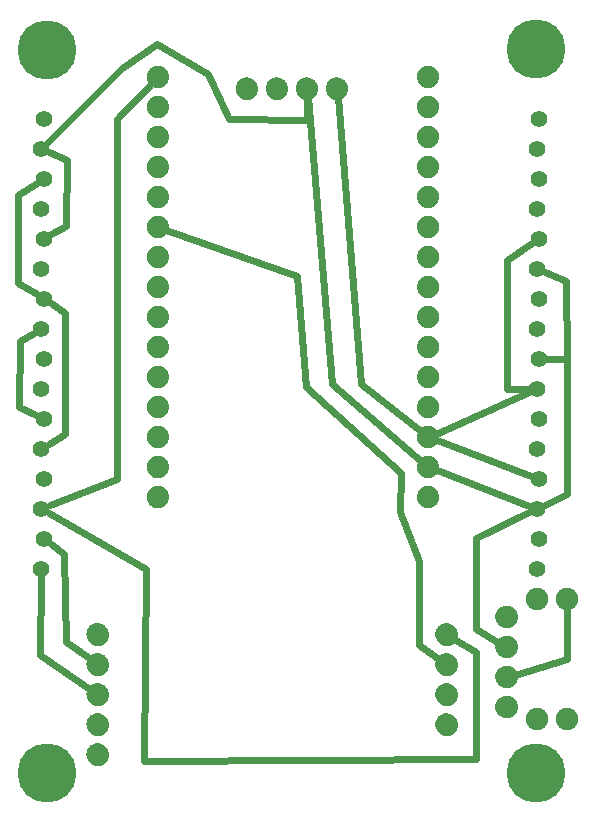
<source format=gtl>
G04 MADE WITH FRITZING*
G04 WWW.FRITZING.ORG*
G04 DOUBLE SIDED*
G04 HOLES PLATED*
G04 CONTOUR ON CENTER OF CONTOUR VECTOR*
%ASAXBY*%
%FSLAX23Y23*%
%MOIN*%
%OFA0B0*%
%SFA1.0B1.0*%
%ADD10C,0.075000*%
%ADD11C,0.055000*%
%ADD12C,0.074106*%
%ADD13C,0.196850*%
%ADD14C,0.024000*%
%ADD15R,0.001000X0.001000*%
%LNCOPPER1*%
G90*
G70*
G54D10*
X1899Y356D03*
X1899Y756D03*
X1799Y356D03*
X1799Y756D03*
G54D11*
X148Y856D03*
X156Y956D03*
X148Y1056D03*
X156Y1156D03*
X148Y1256D03*
X156Y1356D03*
X148Y1456D03*
X156Y1556D03*
X148Y1656D03*
X156Y1756D03*
X148Y1856D03*
X156Y1956D03*
X148Y2056D03*
X156Y2156D03*
X148Y2256D03*
X156Y2356D03*
X148Y856D03*
X156Y956D03*
X148Y1056D03*
X156Y1156D03*
X148Y1256D03*
X156Y1356D03*
X148Y1456D03*
X156Y1556D03*
X148Y1656D03*
X156Y1756D03*
X148Y1856D03*
X156Y1956D03*
X148Y2056D03*
X156Y2156D03*
X148Y2256D03*
X156Y2356D03*
X1799Y856D03*
X1807Y956D03*
X1799Y1056D03*
X1807Y1156D03*
X1799Y1256D03*
X1807Y1356D03*
X1799Y1456D03*
X1807Y1556D03*
X1799Y1656D03*
X1807Y1756D03*
X1799Y1856D03*
X1807Y1956D03*
X1799Y2056D03*
X1807Y2156D03*
X1799Y2256D03*
X1807Y2356D03*
X1799Y856D03*
X1807Y956D03*
X1799Y1056D03*
X1807Y1156D03*
X1799Y1256D03*
X1807Y1356D03*
X1799Y1456D03*
X1807Y1556D03*
X1799Y1656D03*
X1807Y1756D03*
X1799Y1856D03*
X1807Y1956D03*
X1799Y2056D03*
X1807Y2156D03*
X1799Y2256D03*
X1807Y2356D03*
G54D12*
X1699Y393D03*
X1699Y493D03*
X1699Y594D03*
X1699Y694D03*
X1699Y393D03*
X1699Y493D03*
X1699Y594D03*
X1699Y694D03*
G54D13*
X1797Y175D03*
X165Y175D03*
X1795Y2587D03*
X1795Y2587D03*
X167Y2586D03*
X167Y2586D03*
G54D12*
X537Y1093D03*
X537Y1193D03*
X537Y1293D03*
X537Y1393D03*
X537Y1493D03*
X537Y1593D03*
X537Y1694D03*
X537Y1794D03*
X537Y1894D03*
X537Y1994D03*
X537Y2094D03*
X537Y2194D03*
X537Y2294D03*
X537Y2395D03*
X537Y2495D03*
X1438Y1093D03*
X1438Y1193D03*
X1438Y1293D03*
X1438Y1393D03*
X1438Y1493D03*
X1438Y1593D03*
X1438Y1694D03*
X1438Y1794D03*
X1438Y1894D03*
X1438Y1994D03*
X1438Y2094D03*
X1438Y2194D03*
X1438Y2294D03*
X1438Y2395D03*
X1438Y2495D03*
X537Y1093D03*
X537Y1193D03*
X537Y1293D03*
X537Y1393D03*
X537Y1493D03*
X537Y1593D03*
X537Y1694D03*
X537Y1794D03*
X537Y1894D03*
X537Y1994D03*
X537Y2094D03*
X537Y2194D03*
X537Y2294D03*
X537Y2395D03*
X537Y2495D03*
X1438Y1093D03*
X1438Y1193D03*
X1438Y1293D03*
X1438Y1393D03*
X1438Y1493D03*
X1438Y1593D03*
X1438Y1694D03*
X1438Y1794D03*
X1438Y1894D03*
X1438Y1994D03*
X1438Y2094D03*
X1438Y2194D03*
X1438Y2294D03*
X1438Y2395D03*
X1438Y2495D03*
X1499Y335D03*
X1499Y435D03*
X1499Y536D03*
X1499Y636D03*
X335Y236D03*
X335Y336D03*
X335Y436D03*
X335Y536D03*
X335Y636D03*
X833Y2456D03*
X933Y2456D03*
X1033Y2456D03*
X1133Y2456D03*
G54D14*
X1899Y556D02*
X1726Y502D01*
D02*
X1899Y727D02*
X1899Y556D01*
D02*
X399Y1156D02*
X399Y2356D01*
D02*
X399Y2356D02*
X517Y2474D01*
D02*
X175Y1067D02*
X399Y1156D01*
D02*
X1597Y222D02*
X1598Y577D01*
D02*
X1598Y577D02*
X1524Y621D01*
D02*
X491Y214D02*
X1597Y222D01*
D02*
X498Y856D02*
X491Y214D01*
D02*
X173Y1042D02*
X498Y856D01*
D02*
X181Y1970D02*
X231Y1999D01*
D02*
X231Y1999D02*
X234Y2217D01*
D02*
X234Y2217D02*
X174Y2244D01*
D02*
X132Y1771D02*
X69Y1808D01*
D02*
X69Y1808D02*
X71Y2102D01*
D02*
X71Y2102D02*
X132Y2141D01*
D02*
X172Y1271D02*
X228Y1306D01*
D02*
X228Y1306D02*
X226Y1707D01*
D02*
X226Y1707D02*
X180Y1740D01*
D02*
X130Y1368D02*
X74Y1394D01*
D02*
X74Y1394D02*
X75Y1614D01*
D02*
X75Y1614D02*
X123Y1642D01*
D02*
X772Y2353D02*
X704Y2506D01*
D02*
X704Y2506D02*
X533Y2605D01*
D02*
X533Y2605D02*
X418Y2524D01*
D02*
X418Y2524D02*
X168Y2276D01*
D02*
X1033Y2352D02*
X772Y2353D01*
D02*
X1033Y2427D02*
X1033Y2352D01*
D02*
X223Y904D02*
X229Y612D01*
D02*
X229Y612D02*
X312Y553D01*
D02*
X179Y939D02*
X223Y904D01*
D02*
X144Y569D02*
X312Y452D01*
D02*
X148Y827D02*
X144Y569D01*
D02*
X1900Y1106D02*
X1899Y1556D01*
D02*
X1899Y1556D02*
X1836Y1556D01*
D02*
X1825Y1069D02*
X1900Y1106D01*
D02*
X1465Y1283D02*
X1780Y1166D01*
D02*
X1464Y1305D02*
X1773Y1444D01*
D02*
X1898Y1814D02*
X1825Y1845D01*
D02*
X1899Y1556D02*
X1898Y1814D01*
D02*
X1699Y1885D02*
X1783Y1940D01*
D02*
X1699Y1456D02*
X1699Y1885D01*
D02*
X1770Y1456D02*
X1699Y1456D01*
D02*
X1674Y609D02*
X1598Y656D01*
D02*
X1598Y656D02*
X1598Y957D01*
D02*
X1598Y957D02*
X1773Y1043D01*
D02*
X1772Y1066D02*
X1465Y1183D01*
D02*
X1001Y1832D02*
X1031Y1462D01*
D02*
X1031Y1462D02*
X1346Y1175D01*
D02*
X1346Y1175D02*
X1344Y1043D01*
D02*
X564Y1985D02*
X1001Y1832D01*
D02*
X1408Y880D02*
X1405Y600D01*
D02*
X1344Y1043D02*
X1408Y880D01*
D02*
X1405Y600D02*
X1475Y552D01*
D02*
X1416Y1311D02*
X1212Y1472D01*
D02*
X1212Y1472D02*
X1136Y2427D01*
D02*
X1416Y1212D02*
X1116Y1472D01*
D02*
X1116Y1472D02*
X1036Y2427D01*
G54D15*
X532Y2532D02*
X541Y2532D01*
X1432Y2532D02*
X1442Y2532D01*
X527Y2531D02*
X545Y2531D01*
X1428Y2531D02*
X1446Y2531D01*
X524Y2530D02*
X548Y2530D01*
X1425Y2530D02*
X1449Y2530D01*
X522Y2529D02*
X551Y2529D01*
X1422Y2529D02*
X1452Y2529D01*
X519Y2528D02*
X553Y2528D01*
X1420Y2528D02*
X1454Y2528D01*
X518Y2527D02*
X555Y2527D01*
X1419Y2527D02*
X1456Y2527D01*
X516Y2526D02*
X556Y2526D01*
X1417Y2526D02*
X1457Y2526D01*
X515Y2525D02*
X558Y2525D01*
X1416Y2525D02*
X1459Y2525D01*
X513Y2524D02*
X559Y2524D01*
X1414Y2524D02*
X1460Y2524D01*
X512Y2523D02*
X560Y2523D01*
X1413Y2523D02*
X1461Y2523D01*
X511Y2522D02*
X561Y2522D01*
X1412Y2522D02*
X1462Y2522D01*
X510Y2521D02*
X562Y2521D01*
X1411Y2521D02*
X1463Y2521D01*
X509Y2520D02*
X563Y2520D01*
X1410Y2520D02*
X1464Y2520D01*
X508Y2519D02*
X564Y2519D01*
X1409Y2519D02*
X1465Y2519D01*
X507Y2518D02*
X565Y2518D01*
X1408Y2518D02*
X1466Y2518D01*
X507Y2517D02*
X566Y2517D01*
X1408Y2517D02*
X1467Y2517D01*
X506Y2516D02*
X566Y2516D01*
X1407Y2516D02*
X1467Y2516D01*
X505Y2515D02*
X567Y2515D01*
X1406Y2515D02*
X1468Y2515D01*
X505Y2514D02*
X568Y2514D01*
X1406Y2514D02*
X1468Y2514D01*
X504Y2513D02*
X568Y2513D01*
X1405Y2513D02*
X1469Y2513D01*
X504Y2512D02*
X530Y2512D01*
X543Y2512D02*
X569Y2512D01*
X1405Y2512D02*
X1431Y2512D01*
X1444Y2512D02*
X1470Y2512D01*
X503Y2511D02*
X528Y2511D01*
X545Y2511D02*
X569Y2511D01*
X1404Y2511D02*
X1428Y2511D01*
X1446Y2511D02*
X1470Y2511D01*
X503Y2510D02*
X526Y2510D01*
X547Y2510D02*
X570Y2510D01*
X1404Y2510D02*
X1427Y2510D01*
X1447Y2510D02*
X1470Y2510D01*
X502Y2509D02*
X525Y2509D01*
X548Y2509D02*
X570Y2509D01*
X1403Y2509D02*
X1426Y2509D01*
X1449Y2509D02*
X1471Y2509D01*
X502Y2508D02*
X524Y2508D01*
X549Y2508D02*
X570Y2508D01*
X1403Y2508D02*
X1424Y2508D01*
X1450Y2508D02*
X1471Y2508D01*
X502Y2507D02*
X523Y2507D01*
X550Y2507D02*
X571Y2507D01*
X1403Y2507D02*
X1424Y2507D01*
X1451Y2507D02*
X1472Y2507D01*
X501Y2506D02*
X522Y2506D01*
X551Y2506D02*
X571Y2506D01*
X1402Y2506D02*
X1423Y2506D01*
X1452Y2506D02*
X1472Y2506D01*
X501Y2505D02*
X521Y2505D01*
X551Y2505D02*
X571Y2505D01*
X1402Y2505D02*
X1422Y2505D01*
X1452Y2505D02*
X1472Y2505D01*
X501Y2504D02*
X520Y2504D01*
X552Y2504D02*
X572Y2504D01*
X1402Y2504D02*
X1421Y2504D01*
X1453Y2504D02*
X1472Y2504D01*
X501Y2503D02*
X520Y2503D01*
X553Y2503D02*
X572Y2503D01*
X1401Y2503D02*
X1421Y2503D01*
X1454Y2503D02*
X1473Y2503D01*
X500Y2502D02*
X519Y2502D01*
X553Y2502D02*
X572Y2502D01*
X1401Y2502D02*
X1420Y2502D01*
X1454Y2502D02*
X1473Y2502D01*
X500Y2501D02*
X519Y2501D01*
X553Y2501D02*
X572Y2501D01*
X1401Y2501D02*
X1420Y2501D01*
X1454Y2501D02*
X1473Y2501D01*
X500Y2500D02*
X519Y2500D01*
X554Y2500D02*
X572Y2500D01*
X1401Y2500D02*
X1420Y2500D01*
X1455Y2500D02*
X1473Y2500D01*
X500Y2499D02*
X518Y2499D01*
X554Y2499D02*
X573Y2499D01*
X1401Y2499D02*
X1419Y2499D01*
X1455Y2499D02*
X1473Y2499D01*
X500Y2498D02*
X518Y2498D01*
X554Y2498D02*
X573Y2498D01*
X1401Y2498D02*
X1419Y2498D01*
X1455Y2498D02*
X1474Y2498D01*
X500Y2497D02*
X518Y2497D01*
X554Y2497D02*
X573Y2497D01*
X1401Y2497D02*
X1419Y2497D01*
X1455Y2497D02*
X1474Y2497D01*
X500Y2496D02*
X518Y2496D01*
X554Y2496D02*
X573Y2496D01*
X1401Y2496D02*
X1419Y2496D01*
X1455Y2496D02*
X1474Y2496D01*
X500Y2495D02*
X518Y2495D01*
X554Y2495D02*
X573Y2495D01*
X1401Y2495D02*
X1419Y2495D01*
X1455Y2495D02*
X1474Y2495D01*
X500Y2494D02*
X518Y2494D01*
X554Y2494D02*
X573Y2494D01*
X1401Y2494D02*
X1419Y2494D01*
X1455Y2494D02*
X1474Y2494D01*
X500Y2493D02*
X518Y2493D01*
X554Y2493D02*
X573Y2493D01*
X828Y2493D02*
X837Y2493D01*
X928Y2493D02*
X937Y2493D01*
X1028Y2493D02*
X1037Y2493D01*
X1128Y2493D02*
X1137Y2493D01*
X1401Y2493D02*
X1419Y2493D01*
X1455Y2493D02*
X1474Y2493D01*
X500Y2492D02*
X518Y2492D01*
X554Y2492D02*
X573Y2492D01*
X823Y2492D02*
X841Y2492D01*
X923Y2492D02*
X941Y2492D01*
X1024Y2492D02*
X1041Y2492D01*
X1124Y2492D02*
X1142Y2492D01*
X1401Y2492D02*
X1419Y2492D01*
X1455Y2492D02*
X1473Y2492D01*
X500Y2491D02*
X519Y2491D01*
X554Y2491D02*
X572Y2491D01*
X820Y2491D02*
X844Y2491D01*
X920Y2491D02*
X944Y2491D01*
X1020Y2491D02*
X1045Y2491D01*
X1121Y2491D02*
X1145Y2491D01*
X1401Y2491D02*
X1420Y2491D01*
X1455Y2491D02*
X1473Y2491D01*
X500Y2490D02*
X519Y2490D01*
X553Y2490D02*
X572Y2490D01*
X818Y2490D02*
X847Y2490D01*
X918Y2490D02*
X947Y2490D01*
X1018Y2490D02*
X1047Y2490D01*
X1118Y2490D02*
X1147Y2490D01*
X1401Y2490D02*
X1420Y2490D01*
X1454Y2490D02*
X1473Y2490D01*
X500Y2489D02*
X519Y2489D01*
X553Y2489D02*
X572Y2489D01*
X816Y2489D02*
X849Y2489D01*
X916Y2489D02*
X949Y2489D01*
X1016Y2489D02*
X1049Y2489D01*
X1116Y2489D02*
X1149Y2489D01*
X1401Y2489D02*
X1420Y2489D01*
X1454Y2489D02*
X1473Y2489D01*
X501Y2488D02*
X520Y2488D01*
X553Y2488D02*
X572Y2488D01*
X814Y2488D02*
X851Y2488D01*
X914Y2488D02*
X951Y2488D01*
X1014Y2488D02*
X1051Y2488D01*
X1114Y2488D02*
X1151Y2488D01*
X1401Y2488D02*
X1421Y2488D01*
X1454Y2488D02*
X1473Y2488D01*
X501Y2487D02*
X520Y2487D01*
X552Y2487D02*
X572Y2487D01*
X812Y2487D02*
X852Y2487D01*
X912Y2487D02*
X952Y2487D01*
X1012Y2487D02*
X1053Y2487D01*
X1113Y2487D02*
X1153Y2487D01*
X1402Y2487D02*
X1421Y2487D01*
X1453Y2487D02*
X1473Y2487D01*
X501Y2486D02*
X521Y2486D01*
X552Y2486D02*
X571Y2486D01*
X811Y2486D02*
X854Y2486D01*
X911Y2486D02*
X954Y2486D01*
X1011Y2486D02*
X1054Y2486D01*
X1111Y2486D02*
X1154Y2486D01*
X1402Y2486D02*
X1422Y2486D01*
X1452Y2486D02*
X1472Y2486D01*
X501Y2485D02*
X522Y2485D01*
X551Y2485D02*
X571Y2485D01*
X809Y2485D02*
X855Y2485D01*
X909Y2485D02*
X955Y2485D01*
X1010Y2485D02*
X1055Y2485D01*
X1110Y2485D02*
X1156Y2485D01*
X1402Y2485D02*
X1423Y2485D01*
X1452Y2485D02*
X1472Y2485D01*
X502Y2484D02*
X522Y2484D01*
X550Y2484D02*
X571Y2484D01*
X808Y2484D02*
X856Y2484D01*
X908Y2484D02*
X956Y2484D01*
X1008Y2484D02*
X1057Y2484D01*
X1109Y2484D02*
X1157Y2484D01*
X1403Y2484D02*
X1423Y2484D01*
X1451Y2484D02*
X1472Y2484D01*
X502Y2483D02*
X523Y2483D01*
X549Y2483D02*
X570Y2483D01*
X807Y2483D02*
X857Y2483D01*
X907Y2483D02*
X958Y2483D01*
X1007Y2483D02*
X1058Y2483D01*
X1107Y2483D02*
X1158Y2483D01*
X1403Y2483D02*
X1424Y2483D01*
X1450Y2483D02*
X1471Y2483D01*
X502Y2482D02*
X525Y2482D01*
X548Y2482D02*
X570Y2482D01*
X806Y2482D02*
X858Y2482D01*
X906Y2482D02*
X959Y2482D01*
X1006Y2482D02*
X1059Y2482D01*
X1106Y2482D02*
X1159Y2482D01*
X1403Y2482D02*
X1425Y2482D01*
X1449Y2482D02*
X1471Y2482D01*
X503Y2481D02*
X526Y2481D01*
X547Y2481D02*
X570Y2481D01*
X805Y2481D02*
X859Y2481D01*
X905Y2481D02*
X959Y2481D01*
X1005Y2481D02*
X1060Y2481D01*
X1106Y2481D02*
X1160Y2481D01*
X1404Y2481D02*
X1427Y2481D01*
X1448Y2481D02*
X1471Y2481D01*
X503Y2480D02*
X527Y2480D01*
X545Y2480D02*
X569Y2480D01*
X804Y2480D02*
X860Y2480D01*
X904Y2480D02*
X960Y2480D01*
X1005Y2480D02*
X1060Y2480D01*
X1105Y2480D02*
X1161Y2480D01*
X1404Y2480D02*
X1428Y2480D01*
X1446Y2480D02*
X1470Y2480D01*
X504Y2479D02*
X529Y2479D01*
X543Y2479D02*
X569Y2479D01*
X804Y2479D02*
X861Y2479D01*
X904Y2479D02*
X961Y2479D01*
X1004Y2479D02*
X1061Y2479D01*
X1104Y2479D02*
X1161Y2479D01*
X1405Y2479D02*
X1430Y2479D01*
X1444Y2479D02*
X1470Y2479D01*
X504Y2478D02*
X534Y2478D01*
X538Y2478D02*
X568Y2478D01*
X803Y2478D02*
X862Y2478D01*
X903Y2478D02*
X962Y2478D01*
X1003Y2478D02*
X1062Y2478D01*
X1103Y2478D02*
X1162Y2478D01*
X1405Y2478D02*
X1435Y2478D01*
X1439Y2478D02*
X1469Y2478D01*
X505Y2477D02*
X568Y2477D01*
X802Y2477D02*
X862Y2477D01*
X902Y2477D02*
X963Y2477D01*
X1002Y2477D02*
X1063Y2477D01*
X1103Y2477D02*
X1163Y2477D01*
X1406Y2477D02*
X1469Y2477D01*
X505Y2476D02*
X567Y2476D01*
X802Y2476D02*
X863Y2476D01*
X902Y2476D02*
X963Y2476D01*
X1002Y2476D02*
X1063Y2476D01*
X1102Y2476D02*
X1163Y2476D01*
X1406Y2476D02*
X1468Y2476D01*
X506Y2475D02*
X566Y2475D01*
X801Y2475D02*
X864Y2475D01*
X901Y2475D02*
X964Y2475D01*
X1001Y2475D02*
X1064Y2475D01*
X1101Y2475D02*
X1164Y2475D01*
X1407Y2475D02*
X1467Y2475D01*
X507Y2474D02*
X566Y2474D01*
X800Y2474D02*
X864Y2474D01*
X900Y2474D02*
X964Y2474D01*
X1001Y2474D02*
X1064Y2474D01*
X1101Y2474D02*
X1165Y2474D01*
X1408Y2474D02*
X1467Y2474D01*
X507Y2473D02*
X565Y2473D01*
X800Y2473D02*
X826Y2473D01*
X839Y2473D02*
X865Y2473D01*
X900Y2473D02*
X926Y2473D01*
X939Y2473D02*
X965Y2473D01*
X1000Y2473D02*
X1026Y2473D01*
X1039Y2473D02*
X1065Y2473D01*
X1100Y2473D02*
X1126Y2473D01*
X1139Y2473D02*
X1165Y2473D01*
X1408Y2473D02*
X1466Y2473D01*
X508Y2472D02*
X564Y2472D01*
X799Y2472D02*
X824Y2472D01*
X841Y2472D02*
X865Y2472D01*
X900Y2472D02*
X924Y2472D01*
X941Y2472D02*
X965Y2472D01*
X1000Y2472D02*
X1024Y2472D01*
X1041Y2472D02*
X1065Y2472D01*
X1100Y2472D02*
X1124Y2472D01*
X1141Y2472D02*
X1165Y2472D01*
X1409Y2472D02*
X1465Y2472D01*
X509Y2471D02*
X563Y2471D01*
X799Y2471D02*
X822Y2471D01*
X843Y2471D02*
X866Y2471D01*
X899Y2471D02*
X922Y2471D01*
X943Y2471D02*
X966Y2471D01*
X999Y2471D02*
X1022Y2471D01*
X1043Y2471D02*
X1066Y2471D01*
X1099Y2471D02*
X1122Y2471D01*
X1143Y2471D02*
X1166Y2471D01*
X1410Y2471D02*
X1464Y2471D01*
X510Y2470D02*
X563Y2470D01*
X799Y2470D02*
X821Y2470D01*
X844Y2470D02*
X866Y2470D01*
X899Y2470D02*
X921Y2470D01*
X944Y2470D02*
X966Y2470D01*
X999Y2470D02*
X1021Y2470D01*
X1044Y2470D02*
X1066Y2470D01*
X1099Y2470D02*
X1121Y2470D01*
X1144Y2470D02*
X1166Y2470D01*
X1411Y2470D02*
X1464Y2470D01*
X511Y2469D02*
X562Y2469D01*
X798Y2469D02*
X820Y2469D01*
X845Y2469D02*
X866Y2469D01*
X898Y2469D02*
X920Y2469D01*
X945Y2469D02*
X966Y2469D01*
X998Y2469D02*
X1020Y2469D01*
X1045Y2469D02*
X1067Y2469D01*
X1099Y2469D02*
X1120Y2469D01*
X1145Y2469D02*
X1167Y2469D01*
X1412Y2469D02*
X1463Y2469D01*
X512Y2468D02*
X561Y2468D01*
X798Y2468D02*
X819Y2468D01*
X846Y2468D02*
X867Y2468D01*
X898Y2468D02*
X919Y2468D01*
X946Y2468D02*
X967Y2468D01*
X998Y2468D02*
X1019Y2468D01*
X1046Y2468D02*
X1067Y2468D01*
X1098Y2468D02*
X1119Y2468D01*
X1146Y2468D02*
X1167Y2468D01*
X1413Y2468D02*
X1461Y2468D01*
X513Y2467D02*
X559Y2467D01*
X797Y2467D02*
X818Y2467D01*
X847Y2467D02*
X867Y2467D01*
X898Y2467D02*
X918Y2467D01*
X947Y2467D02*
X967Y2467D01*
X998Y2467D02*
X1018Y2467D01*
X1047Y2467D02*
X1067Y2467D01*
X1098Y2467D02*
X1118Y2467D01*
X1147Y2467D02*
X1167Y2467D01*
X1414Y2467D02*
X1460Y2467D01*
X514Y2466D02*
X558Y2466D01*
X797Y2466D02*
X817Y2466D01*
X847Y2466D02*
X867Y2466D01*
X897Y2466D02*
X917Y2466D01*
X948Y2466D02*
X967Y2466D01*
X997Y2466D02*
X1017Y2466D01*
X1048Y2466D02*
X1068Y2466D01*
X1098Y2466D02*
X1117Y2466D01*
X1148Y2466D02*
X1168Y2466D01*
X1415Y2466D02*
X1459Y2466D01*
X516Y2465D02*
X557Y2465D01*
X797Y2465D02*
X816Y2465D01*
X848Y2465D02*
X868Y2465D01*
X897Y2465D02*
X917Y2465D01*
X948Y2465D02*
X968Y2465D01*
X997Y2465D02*
X1017Y2465D01*
X1048Y2465D02*
X1068Y2465D01*
X1097Y2465D02*
X1117Y2465D01*
X1148Y2465D02*
X1168Y2465D01*
X1417Y2465D02*
X1458Y2465D01*
X517Y2464D02*
X555Y2464D01*
X797Y2464D02*
X816Y2464D01*
X849Y2464D02*
X868Y2464D01*
X897Y2464D02*
X916Y2464D01*
X949Y2464D02*
X968Y2464D01*
X997Y2464D02*
X1016Y2464D01*
X1049Y2464D02*
X1068Y2464D01*
X1097Y2464D02*
X1116Y2464D01*
X1149Y2464D02*
X1168Y2464D01*
X1418Y2464D02*
X1456Y2464D01*
X519Y2463D02*
X553Y2463D01*
X796Y2463D02*
X815Y2463D01*
X849Y2463D02*
X868Y2463D01*
X897Y2463D02*
X916Y2463D01*
X949Y2463D02*
X968Y2463D01*
X997Y2463D02*
X1016Y2463D01*
X1049Y2463D02*
X1068Y2463D01*
X1097Y2463D02*
X1116Y2463D01*
X1150Y2463D02*
X1168Y2463D01*
X1420Y2463D02*
X1454Y2463D01*
X521Y2462D02*
X551Y2462D01*
X796Y2462D02*
X815Y2462D01*
X849Y2462D02*
X868Y2462D01*
X896Y2462D02*
X915Y2462D01*
X950Y2462D02*
X968Y2462D01*
X997Y2462D02*
X1015Y2462D01*
X1050Y2462D02*
X1069Y2462D01*
X1097Y2462D02*
X1115Y2462D01*
X1150Y2462D02*
X1169Y2462D01*
X1422Y2462D02*
X1452Y2462D01*
X524Y2461D02*
X549Y2461D01*
X796Y2461D02*
X815Y2461D01*
X850Y2461D02*
X868Y2461D01*
X896Y2461D02*
X915Y2461D01*
X950Y2461D02*
X969Y2461D01*
X996Y2461D02*
X1015Y2461D01*
X1050Y2461D02*
X1069Y2461D01*
X1096Y2461D02*
X1115Y2461D01*
X1150Y2461D02*
X1169Y2461D01*
X1425Y2461D02*
X1450Y2461D01*
X526Y2460D02*
X546Y2460D01*
X796Y2460D02*
X815Y2460D01*
X850Y2460D02*
X869Y2460D01*
X896Y2460D02*
X915Y2460D01*
X950Y2460D02*
X969Y2460D01*
X996Y2460D02*
X1015Y2460D01*
X1050Y2460D02*
X1069Y2460D01*
X1096Y2460D02*
X1115Y2460D01*
X1150Y2460D02*
X1169Y2460D01*
X1427Y2460D02*
X1447Y2460D01*
X531Y2459D02*
X542Y2459D01*
X796Y2459D02*
X814Y2459D01*
X850Y2459D02*
X869Y2459D01*
X896Y2459D02*
X915Y2459D01*
X950Y2459D02*
X969Y2459D01*
X996Y2459D02*
X1015Y2459D01*
X1050Y2459D02*
X1069Y2459D01*
X1096Y2459D02*
X1115Y2459D01*
X1150Y2459D02*
X1169Y2459D01*
X1432Y2459D02*
X1443Y2459D01*
X796Y2458D02*
X814Y2458D01*
X850Y2458D02*
X869Y2458D01*
X896Y2458D02*
X915Y2458D01*
X950Y2458D02*
X969Y2458D01*
X996Y2458D02*
X1015Y2458D01*
X1050Y2458D02*
X1069Y2458D01*
X1096Y2458D02*
X1115Y2458D01*
X1151Y2458D02*
X1169Y2458D01*
X796Y2457D02*
X814Y2457D01*
X850Y2457D02*
X869Y2457D01*
X896Y2457D02*
X914Y2457D01*
X950Y2457D02*
X969Y2457D01*
X996Y2457D02*
X1015Y2457D01*
X1050Y2457D02*
X1069Y2457D01*
X1096Y2457D02*
X1115Y2457D01*
X1151Y2457D02*
X1169Y2457D01*
X796Y2456D02*
X814Y2456D01*
X850Y2456D02*
X869Y2456D01*
X896Y2456D02*
X914Y2456D01*
X950Y2456D02*
X969Y2456D01*
X996Y2456D02*
X1015Y2456D01*
X1050Y2456D02*
X1069Y2456D01*
X1096Y2456D02*
X1115Y2456D01*
X1151Y2456D02*
X1169Y2456D01*
X796Y2455D02*
X814Y2455D01*
X850Y2455D02*
X869Y2455D01*
X896Y2455D02*
X914Y2455D01*
X950Y2455D02*
X969Y2455D01*
X996Y2455D02*
X1015Y2455D01*
X1050Y2455D02*
X1069Y2455D01*
X1096Y2455D02*
X1115Y2455D01*
X1151Y2455D02*
X1169Y2455D01*
X796Y2454D02*
X814Y2454D01*
X850Y2454D02*
X869Y2454D01*
X896Y2454D02*
X915Y2454D01*
X950Y2454D02*
X969Y2454D01*
X996Y2454D02*
X1015Y2454D01*
X1050Y2454D02*
X1069Y2454D01*
X1096Y2454D02*
X1115Y2454D01*
X1150Y2454D02*
X1169Y2454D01*
X796Y2453D02*
X815Y2453D01*
X850Y2453D02*
X869Y2453D01*
X896Y2453D02*
X915Y2453D01*
X950Y2453D02*
X969Y2453D01*
X996Y2453D02*
X1015Y2453D01*
X1050Y2453D02*
X1069Y2453D01*
X1096Y2453D02*
X1115Y2453D01*
X1150Y2453D02*
X1169Y2453D01*
X796Y2452D02*
X815Y2452D01*
X850Y2452D02*
X868Y2452D01*
X896Y2452D02*
X915Y2452D01*
X950Y2452D02*
X969Y2452D01*
X996Y2452D02*
X1015Y2452D01*
X1050Y2452D02*
X1069Y2452D01*
X1096Y2452D02*
X1115Y2452D01*
X1150Y2452D02*
X1169Y2452D01*
X796Y2451D02*
X815Y2451D01*
X850Y2451D02*
X868Y2451D01*
X896Y2451D02*
X915Y2451D01*
X950Y2451D02*
X968Y2451D01*
X996Y2451D02*
X1015Y2451D01*
X1050Y2451D02*
X1069Y2451D01*
X1097Y2451D02*
X1115Y2451D01*
X1150Y2451D02*
X1169Y2451D01*
X796Y2450D02*
X815Y2450D01*
X849Y2450D02*
X868Y2450D01*
X897Y2450D02*
X915Y2450D01*
X949Y2450D02*
X968Y2450D01*
X997Y2450D02*
X1016Y2450D01*
X1049Y2450D02*
X1068Y2450D01*
X1097Y2450D02*
X1116Y2450D01*
X1150Y2450D02*
X1168Y2450D01*
X797Y2449D02*
X816Y2449D01*
X849Y2449D02*
X868Y2449D01*
X897Y2449D02*
X916Y2449D01*
X949Y2449D02*
X968Y2449D01*
X997Y2449D02*
X1016Y2449D01*
X1049Y2449D02*
X1068Y2449D01*
X1097Y2449D02*
X1116Y2449D01*
X1149Y2449D02*
X1168Y2449D01*
X797Y2448D02*
X816Y2448D01*
X848Y2448D02*
X868Y2448D01*
X897Y2448D02*
X916Y2448D01*
X948Y2448D02*
X968Y2448D01*
X997Y2448D02*
X1017Y2448D01*
X1048Y2448D02*
X1068Y2448D01*
X1097Y2448D02*
X1117Y2448D01*
X1149Y2448D02*
X1168Y2448D01*
X797Y2447D02*
X817Y2447D01*
X848Y2447D02*
X867Y2447D01*
X897Y2447D02*
X917Y2447D01*
X948Y2447D02*
X968Y2447D01*
X997Y2447D02*
X1017Y2447D01*
X1048Y2447D02*
X1068Y2447D01*
X1097Y2447D02*
X1117Y2447D01*
X1148Y2447D02*
X1168Y2447D01*
X797Y2446D02*
X818Y2446D01*
X847Y2446D02*
X867Y2446D01*
X897Y2446D02*
X918Y2446D01*
X947Y2446D02*
X967Y2446D01*
X998Y2446D02*
X1018Y2446D01*
X1047Y2446D02*
X1067Y2446D01*
X1098Y2446D02*
X1118Y2446D01*
X1147Y2446D02*
X1168Y2446D01*
X798Y2445D02*
X818Y2445D01*
X846Y2445D02*
X867Y2445D01*
X898Y2445D02*
X919Y2445D01*
X946Y2445D02*
X967Y2445D01*
X998Y2445D02*
X1019Y2445D01*
X1046Y2445D02*
X1067Y2445D01*
X1098Y2445D02*
X1119Y2445D01*
X1146Y2445D02*
X1167Y2445D01*
X798Y2444D02*
X819Y2444D01*
X845Y2444D02*
X866Y2444D01*
X898Y2444D02*
X920Y2444D01*
X945Y2444D02*
X967Y2444D01*
X998Y2444D02*
X1020Y2444D01*
X1045Y2444D02*
X1067Y2444D01*
X1098Y2444D02*
X1120Y2444D01*
X1146Y2444D02*
X1167Y2444D01*
X798Y2443D02*
X821Y2443D01*
X844Y2443D02*
X866Y2443D01*
X899Y2443D02*
X921Y2443D01*
X944Y2443D02*
X966Y2443D01*
X999Y2443D02*
X1021Y2443D01*
X1044Y2443D02*
X1066Y2443D01*
X1099Y2443D02*
X1121Y2443D01*
X1144Y2443D02*
X1166Y2443D01*
X799Y2442D02*
X822Y2442D01*
X843Y2442D02*
X866Y2442D01*
X899Y2442D02*
X922Y2442D01*
X943Y2442D02*
X966Y2442D01*
X999Y2442D02*
X1022Y2442D01*
X1043Y2442D02*
X1066Y2442D01*
X1099Y2442D02*
X1122Y2442D01*
X1143Y2442D02*
X1166Y2442D01*
X799Y2441D02*
X823Y2441D01*
X841Y2441D02*
X865Y2441D01*
X899Y2441D02*
X923Y2441D01*
X941Y2441D02*
X965Y2441D01*
X1000Y2441D02*
X1023Y2441D01*
X1042Y2441D02*
X1065Y2441D01*
X1100Y2441D02*
X1124Y2441D01*
X1142Y2441D02*
X1166Y2441D01*
X800Y2440D02*
X825Y2440D01*
X839Y2440D02*
X865Y2440D01*
X900Y2440D02*
X925Y2440D01*
X940Y2440D02*
X965Y2440D01*
X1000Y2440D02*
X1025Y2440D01*
X1040Y2440D02*
X1065Y2440D01*
X1100Y2440D02*
X1125Y2440D01*
X1140Y2440D02*
X1165Y2440D01*
X800Y2439D02*
X830Y2439D01*
X835Y2439D02*
X864Y2439D01*
X900Y2439D02*
X930Y2439D01*
X935Y2439D02*
X964Y2439D01*
X1000Y2439D02*
X1030Y2439D01*
X1035Y2439D02*
X1065Y2439D01*
X1101Y2439D02*
X1130Y2439D01*
X1135Y2439D02*
X1165Y2439D01*
X801Y2438D02*
X864Y2438D01*
X901Y2438D02*
X964Y2438D01*
X1001Y2438D02*
X1064Y2438D01*
X1101Y2438D02*
X1164Y2438D01*
X801Y2437D02*
X863Y2437D01*
X901Y2437D02*
X963Y2437D01*
X1002Y2437D02*
X1063Y2437D01*
X1102Y2437D02*
X1164Y2437D01*
X802Y2436D02*
X863Y2436D01*
X902Y2436D02*
X963Y2436D01*
X1002Y2436D02*
X1063Y2436D01*
X1102Y2436D02*
X1163Y2436D01*
X803Y2435D02*
X862Y2435D01*
X903Y2435D02*
X962Y2435D01*
X1003Y2435D02*
X1062Y2435D01*
X1103Y2435D02*
X1162Y2435D01*
X803Y2434D02*
X861Y2434D01*
X903Y2434D02*
X961Y2434D01*
X1004Y2434D02*
X1061Y2434D01*
X1104Y2434D02*
X1162Y2434D01*
X804Y2433D02*
X860Y2433D01*
X904Y2433D02*
X961Y2433D01*
X1004Y2433D02*
X1061Y2433D01*
X1104Y2433D02*
X1161Y2433D01*
X532Y2432D02*
X540Y2432D01*
X805Y2432D02*
X860Y2432D01*
X905Y2432D02*
X960Y2432D01*
X1005Y2432D02*
X1060Y2432D01*
X1105Y2432D02*
X1160Y2432D01*
X1433Y2432D02*
X1441Y2432D01*
X527Y2431D02*
X545Y2431D01*
X806Y2431D02*
X859Y2431D01*
X906Y2431D02*
X959Y2431D01*
X1006Y2431D02*
X1059Y2431D01*
X1106Y2431D02*
X1159Y2431D01*
X1428Y2431D02*
X1446Y2431D01*
X524Y2430D02*
X548Y2430D01*
X807Y2430D02*
X858Y2430D01*
X907Y2430D02*
X958Y2430D01*
X1007Y2430D02*
X1058Y2430D01*
X1107Y2430D02*
X1158Y2430D01*
X1425Y2430D02*
X1449Y2430D01*
X522Y2429D02*
X551Y2429D01*
X808Y2429D02*
X857Y2429D01*
X908Y2429D02*
X957Y2429D01*
X1008Y2429D02*
X1057Y2429D01*
X1108Y2429D02*
X1157Y2429D01*
X1423Y2429D02*
X1452Y2429D01*
X520Y2428D02*
X553Y2428D01*
X809Y2428D02*
X856Y2428D01*
X909Y2428D02*
X956Y2428D01*
X1009Y2428D02*
X1056Y2428D01*
X1109Y2428D02*
X1156Y2428D01*
X1421Y2428D02*
X1454Y2428D01*
X518Y2427D02*
X555Y2427D01*
X810Y2427D02*
X854Y2427D01*
X910Y2427D02*
X954Y2427D01*
X1011Y2427D02*
X1054Y2427D01*
X1111Y2427D02*
X1155Y2427D01*
X1419Y2427D02*
X1455Y2427D01*
X516Y2426D02*
X556Y2426D01*
X812Y2426D02*
X853Y2426D01*
X912Y2426D02*
X953Y2426D01*
X1012Y2426D02*
X1053Y2426D01*
X1112Y2426D02*
X1153Y2426D01*
X1417Y2426D02*
X1457Y2426D01*
X515Y2425D02*
X558Y2425D01*
X813Y2425D02*
X851Y2425D01*
X913Y2425D02*
X951Y2425D01*
X1014Y2425D02*
X1051Y2425D01*
X1114Y2425D02*
X1152Y2425D01*
X1416Y2425D02*
X1459Y2425D01*
X513Y2424D02*
X559Y2424D01*
X815Y2424D02*
X849Y2424D01*
X915Y2424D02*
X950Y2424D01*
X1015Y2424D02*
X1050Y2424D01*
X1115Y2424D02*
X1150Y2424D01*
X1414Y2424D02*
X1460Y2424D01*
X512Y2423D02*
X560Y2423D01*
X817Y2423D02*
X847Y2423D01*
X917Y2423D02*
X947Y2423D01*
X1017Y2423D02*
X1048Y2423D01*
X1118Y2423D02*
X1148Y2423D01*
X1413Y2423D02*
X1461Y2423D01*
X511Y2422D02*
X561Y2422D01*
X820Y2422D02*
X845Y2422D01*
X920Y2422D02*
X945Y2422D01*
X1020Y2422D02*
X1045Y2422D01*
X1120Y2422D02*
X1145Y2422D01*
X1412Y2422D02*
X1462Y2422D01*
X510Y2421D02*
X562Y2421D01*
X822Y2421D02*
X842Y2421D01*
X922Y2421D02*
X942Y2421D01*
X1023Y2421D02*
X1042Y2421D01*
X1123Y2421D02*
X1143Y2421D01*
X1411Y2421D02*
X1463Y2421D01*
X509Y2420D02*
X563Y2420D01*
X826Y2420D02*
X838Y2420D01*
X926Y2420D02*
X938Y2420D01*
X1027Y2420D02*
X1038Y2420D01*
X1127Y2420D02*
X1139Y2420D01*
X1410Y2420D02*
X1464Y2420D01*
X508Y2419D02*
X564Y2419D01*
X1409Y2419D02*
X1465Y2419D01*
X508Y2418D02*
X565Y2418D01*
X1408Y2418D02*
X1466Y2418D01*
X507Y2417D02*
X566Y2417D01*
X1408Y2417D02*
X1467Y2417D01*
X506Y2416D02*
X566Y2416D01*
X1407Y2416D02*
X1467Y2416D01*
X506Y2415D02*
X567Y2415D01*
X1406Y2415D02*
X1468Y2415D01*
X505Y2414D02*
X567Y2414D01*
X1406Y2414D02*
X1468Y2414D01*
X504Y2413D02*
X568Y2413D01*
X1405Y2413D02*
X1469Y2413D01*
X504Y2412D02*
X530Y2412D01*
X542Y2412D02*
X569Y2412D01*
X1405Y2412D02*
X1431Y2412D01*
X1443Y2412D02*
X1469Y2412D01*
X503Y2411D02*
X528Y2411D01*
X545Y2411D02*
X569Y2411D01*
X1404Y2411D02*
X1429Y2411D01*
X1446Y2411D02*
X1470Y2411D01*
X503Y2410D02*
X526Y2410D01*
X546Y2410D02*
X570Y2410D01*
X1404Y2410D02*
X1427Y2410D01*
X1447Y2410D02*
X1470Y2410D01*
X503Y2409D02*
X525Y2409D01*
X548Y2409D02*
X570Y2409D01*
X1403Y2409D02*
X1426Y2409D01*
X1449Y2409D02*
X1471Y2409D01*
X502Y2408D02*
X524Y2408D01*
X549Y2408D02*
X570Y2408D01*
X1403Y2408D02*
X1425Y2408D01*
X1450Y2408D02*
X1471Y2408D01*
X502Y2407D02*
X523Y2407D01*
X550Y2407D02*
X571Y2407D01*
X1403Y2407D02*
X1424Y2407D01*
X1451Y2407D02*
X1472Y2407D01*
X501Y2406D02*
X522Y2406D01*
X551Y2406D02*
X571Y2406D01*
X1402Y2406D02*
X1423Y2406D01*
X1451Y2406D02*
X1472Y2406D01*
X501Y2405D02*
X521Y2405D01*
X551Y2405D02*
X571Y2405D01*
X1402Y2405D02*
X1422Y2405D01*
X1452Y2405D02*
X1472Y2405D01*
X501Y2404D02*
X520Y2404D01*
X552Y2404D02*
X572Y2404D01*
X1402Y2404D02*
X1421Y2404D01*
X1453Y2404D02*
X1472Y2404D01*
X501Y2403D02*
X520Y2403D01*
X553Y2403D02*
X572Y2403D01*
X1402Y2403D02*
X1421Y2403D01*
X1453Y2403D02*
X1473Y2403D01*
X500Y2402D02*
X519Y2402D01*
X553Y2402D02*
X572Y2402D01*
X1401Y2402D02*
X1420Y2402D01*
X1454Y2402D02*
X1473Y2402D01*
X500Y2401D02*
X519Y2401D01*
X553Y2401D02*
X572Y2401D01*
X1401Y2401D02*
X1420Y2401D01*
X1454Y2401D02*
X1473Y2401D01*
X500Y2400D02*
X519Y2400D01*
X554Y2400D02*
X572Y2400D01*
X1401Y2400D02*
X1420Y2400D01*
X1455Y2400D02*
X1473Y2400D01*
X500Y2399D02*
X518Y2399D01*
X554Y2399D02*
X573Y2399D01*
X1401Y2399D02*
X1419Y2399D01*
X1455Y2399D02*
X1473Y2399D01*
X500Y2398D02*
X518Y2398D01*
X554Y2398D02*
X573Y2398D01*
X1401Y2398D02*
X1419Y2398D01*
X1455Y2398D02*
X1474Y2398D01*
X500Y2397D02*
X518Y2397D01*
X554Y2397D02*
X573Y2397D01*
X1401Y2397D02*
X1419Y2397D01*
X1455Y2397D02*
X1474Y2397D01*
X500Y2396D02*
X518Y2396D01*
X554Y2396D02*
X573Y2396D01*
X1401Y2396D02*
X1419Y2396D01*
X1455Y2396D02*
X1474Y2396D01*
X500Y2395D02*
X518Y2395D01*
X554Y2395D02*
X573Y2395D01*
X1401Y2395D02*
X1419Y2395D01*
X1455Y2395D02*
X1474Y2395D01*
X500Y2394D02*
X518Y2394D01*
X554Y2394D02*
X573Y2394D01*
X1401Y2394D02*
X1419Y2394D01*
X1455Y2394D02*
X1474Y2394D01*
X500Y2393D02*
X518Y2393D01*
X554Y2393D02*
X573Y2393D01*
X1401Y2393D02*
X1419Y2393D01*
X1455Y2393D02*
X1474Y2393D01*
X500Y2392D02*
X518Y2392D01*
X554Y2392D02*
X573Y2392D01*
X1401Y2392D02*
X1419Y2392D01*
X1455Y2392D02*
X1473Y2392D01*
X500Y2391D02*
X519Y2391D01*
X554Y2391D02*
X572Y2391D01*
X1401Y2391D02*
X1420Y2391D01*
X1455Y2391D02*
X1473Y2391D01*
X500Y2390D02*
X519Y2390D01*
X553Y2390D02*
X572Y2390D01*
X1401Y2390D02*
X1420Y2390D01*
X1454Y2390D02*
X1473Y2390D01*
X500Y2389D02*
X519Y2389D01*
X553Y2389D02*
X572Y2389D01*
X1401Y2389D02*
X1420Y2389D01*
X1454Y2389D02*
X1473Y2389D01*
X501Y2388D02*
X520Y2388D01*
X553Y2388D02*
X572Y2388D01*
X1401Y2388D02*
X1421Y2388D01*
X1454Y2388D02*
X1473Y2388D01*
X501Y2387D02*
X520Y2387D01*
X552Y2387D02*
X572Y2387D01*
X1402Y2387D02*
X1421Y2387D01*
X1453Y2387D02*
X1473Y2387D01*
X501Y2386D02*
X521Y2386D01*
X552Y2386D02*
X571Y2386D01*
X1402Y2386D02*
X1422Y2386D01*
X1453Y2386D02*
X1472Y2386D01*
X501Y2385D02*
X522Y2385D01*
X551Y2385D02*
X571Y2385D01*
X1402Y2385D02*
X1422Y2385D01*
X1452Y2385D02*
X1472Y2385D01*
X502Y2384D02*
X522Y2384D01*
X550Y2384D02*
X571Y2384D01*
X1403Y2384D02*
X1423Y2384D01*
X1451Y2384D02*
X1472Y2384D01*
X502Y2383D02*
X523Y2383D01*
X549Y2383D02*
X570Y2383D01*
X1403Y2383D02*
X1424Y2383D01*
X1450Y2383D02*
X1471Y2383D01*
X502Y2382D02*
X524Y2382D01*
X548Y2382D02*
X570Y2382D01*
X1403Y2382D02*
X1425Y2382D01*
X1449Y2382D02*
X1471Y2382D01*
X503Y2381D02*
X526Y2381D01*
X547Y2381D02*
X570Y2381D01*
X1404Y2381D02*
X1426Y2381D01*
X1448Y2381D02*
X1471Y2381D01*
X503Y2380D02*
X527Y2380D01*
X545Y2380D02*
X569Y2380D01*
X1404Y2380D02*
X1428Y2380D01*
X1446Y2380D02*
X1470Y2380D01*
X504Y2379D02*
X529Y2379D01*
X544Y2379D02*
X569Y2379D01*
X1405Y2379D02*
X1430Y2379D01*
X1444Y2379D02*
X1470Y2379D01*
X504Y2378D02*
X533Y2378D01*
X539Y2378D02*
X568Y2378D01*
X1405Y2378D02*
X1434Y2378D01*
X1440Y2378D02*
X1469Y2378D01*
X505Y2377D02*
X568Y2377D01*
X1406Y2377D02*
X1469Y2377D01*
X505Y2376D02*
X567Y2376D01*
X1406Y2376D02*
X1468Y2376D01*
X506Y2375D02*
X567Y2375D01*
X1407Y2375D02*
X1467Y2375D01*
X507Y2374D02*
X566Y2374D01*
X1407Y2374D02*
X1467Y2374D01*
X507Y2373D02*
X565Y2373D01*
X1408Y2373D02*
X1466Y2373D01*
X508Y2372D02*
X564Y2372D01*
X1409Y2372D02*
X1465Y2372D01*
X509Y2371D02*
X564Y2371D01*
X1410Y2371D02*
X1464Y2371D01*
X510Y2370D02*
X563Y2370D01*
X1411Y2370D02*
X1464Y2370D01*
X511Y2369D02*
X562Y2369D01*
X1412Y2369D02*
X1463Y2369D01*
X512Y2368D02*
X561Y2368D01*
X1413Y2368D02*
X1462Y2368D01*
X513Y2367D02*
X560Y2367D01*
X1414Y2367D02*
X1460Y2367D01*
X514Y2366D02*
X558Y2366D01*
X1415Y2366D02*
X1459Y2366D01*
X516Y2365D02*
X557Y2365D01*
X1417Y2365D02*
X1458Y2365D01*
X517Y2364D02*
X555Y2364D01*
X1418Y2364D02*
X1456Y2364D01*
X519Y2363D02*
X553Y2363D01*
X1420Y2363D02*
X1454Y2363D01*
X521Y2362D02*
X551Y2362D01*
X1422Y2362D02*
X1452Y2362D01*
X523Y2361D02*
X549Y2361D01*
X1424Y2361D02*
X1450Y2361D01*
X526Y2360D02*
X546Y2360D01*
X1427Y2360D02*
X1447Y2360D01*
X530Y2359D02*
X542Y2359D01*
X1431Y2359D02*
X1443Y2359D01*
X533Y2332D02*
X539Y2332D01*
X1434Y2332D02*
X1440Y2332D01*
X528Y2331D02*
X545Y2331D01*
X1429Y2331D02*
X1445Y2331D01*
X525Y2330D02*
X548Y2330D01*
X1426Y2330D02*
X1449Y2330D01*
X522Y2329D02*
X550Y2329D01*
X1423Y2329D02*
X1451Y2329D01*
X520Y2328D02*
X552Y2328D01*
X1421Y2328D02*
X1453Y2328D01*
X518Y2327D02*
X554Y2327D01*
X1419Y2327D02*
X1455Y2327D01*
X516Y2326D02*
X556Y2326D01*
X1417Y2326D02*
X1457Y2326D01*
X515Y2325D02*
X558Y2325D01*
X1416Y2325D02*
X1458Y2325D01*
X514Y2324D02*
X559Y2324D01*
X1414Y2324D02*
X1460Y2324D01*
X512Y2323D02*
X560Y2323D01*
X1413Y2323D02*
X1461Y2323D01*
X511Y2322D02*
X561Y2322D01*
X1412Y2322D02*
X1462Y2322D01*
X510Y2321D02*
X562Y2321D01*
X1411Y2321D02*
X1463Y2321D01*
X509Y2320D02*
X563Y2320D01*
X1410Y2320D02*
X1464Y2320D01*
X508Y2319D02*
X564Y2319D01*
X1409Y2319D02*
X1465Y2319D01*
X508Y2318D02*
X565Y2318D01*
X1409Y2318D02*
X1466Y2318D01*
X507Y2317D02*
X566Y2317D01*
X1408Y2317D02*
X1466Y2317D01*
X506Y2316D02*
X566Y2316D01*
X1407Y2316D02*
X1467Y2316D01*
X506Y2315D02*
X567Y2315D01*
X1407Y2315D02*
X1468Y2315D01*
X505Y2314D02*
X567Y2314D01*
X1406Y2314D02*
X1468Y2314D01*
X504Y2313D02*
X568Y2313D01*
X1405Y2313D02*
X1469Y2313D01*
X504Y2312D02*
X530Y2312D01*
X542Y2312D02*
X568Y2312D01*
X1405Y2312D02*
X1431Y2312D01*
X1443Y2312D02*
X1469Y2312D01*
X503Y2311D02*
X528Y2311D01*
X545Y2311D02*
X569Y2311D01*
X1404Y2311D02*
X1429Y2311D01*
X1445Y2311D02*
X1470Y2311D01*
X503Y2310D02*
X526Y2310D01*
X546Y2310D02*
X569Y2310D01*
X1404Y2310D02*
X1427Y2310D01*
X1447Y2310D02*
X1470Y2310D01*
X503Y2309D02*
X525Y2309D01*
X547Y2309D02*
X570Y2309D01*
X1403Y2309D02*
X1426Y2309D01*
X1448Y2309D02*
X1471Y2309D01*
X502Y2308D02*
X524Y2308D01*
X549Y2308D02*
X570Y2308D01*
X1403Y2308D02*
X1425Y2308D01*
X1450Y2308D02*
X1471Y2308D01*
X502Y2307D02*
X523Y2307D01*
X550Y2307D02*
X571Y2307D01*
X1403Y2307D02*
X1424Y2307D01*
X1451Y2307D02*
X1472Y2307D01*
X501Y2306D02*
X522Y2306D01*
X550Y2306D02*
X571Y2306D01*
X1402Y2306D02*
X1423Y2306D01*
X1451Y2306D02*
X1472Y2306D01*
X501Y2305D02*
X521Y2305D01*
X551Y2305D02*
X571Y2305D01*
X1402Y2305D02*
X1422Y2305D01*
X1452Y2305D02*
X1472Y2305D01*
X501Y2304D02*
X520Y2304D01*
X552Y2304D02*
X572Y2304D01*
X1402Y2304D02*
X1421Y2304D01*
X1453Y2304D02*
X1472Y2304D01*
X501Y2303D02*
X520Y2303D01*
X553Y2303D02*
X572Y2303D01*
X1402Y2303D02*
X1421Y2303D01*
X1453Y2303D02*
X1473Y2303D01*
X500Y2302D02*
X519Y2302D01*
X553Y2302D02*
X572Y2302D01*
X1401Y2302D02*
X1420Y2302D01*
X1454Y2302D02*
X1473Y2302D01*
X500Y2301D02*
X519Y2301D01*
X553Y2301D02*
X572Y2301D01*
X1401Y2301D02*
X1420Y2301D01*
X1454Y2301D02*
X1473Y2301D01*
X500Y2300D02*
X519Y2300D01*
X554Y2300D02*
X572Y2300D01*
X1401Y2300D02*
X1420Y2300D01*
X1455Y2300D02*
X1473Y2300D01*
X500Y2299D02*
X519Y2299D01*
X554Y2299D02*
X573Y2299D01*
X1401Y2299D02*
X1419Y2299D01*
X1455Y2299D02*
X1473Y2299D01*
X500Y2298D02*
X518Y2298D01*
X554Y2298D02*
X573Y2298D01*
X1401Y2298D02*
X1419Y2298D01*
X1455Y2298D02*
X1474Y2298D01*
X500Y2297D02*
X518Y2297D01*
X554Y2297D02*
X573Y2297D01*
X1401Y2297D02*
X1419Y2297D01*
X1455Y2297D02*
X1474Y2297D01*
X500Y2296D02*
X518Y2296D01*
X554Y2296D02*
X573Y2296D01*
X1401Y2296D02*
X1419Y2296D01*
X1455Y2296D02*
X1474Y2296D01*
X500Y2295D02*
X518Y2295D01*
X554Y2295D02*
X573Y2295D01*
X1401Y2295D02*
X1419Y2295D01*
X1455Y2295D02*
X1474Y2295D01*
X500Y2294D02*
X518Y2294D01*
X554Y2294D02*
X573Y2294D01*
X1401Y2294D02*
X1419Y2294D01*
X1455Y2294D02*
X1474Y2294D01*
X500Y2293D02*
X518Y2293D01*
X554Y2293D02*
X573Y2293D01*
X1401Y2293D02*
X1419Y2293D01*
X1455Y2293D02*
X1474Y2293D01*
X500Y2292D02*
X518Y2292D01*
X554Y2292D02*
X573Y2292D01*
X1401Y2292D02*
X1419Y2292D01*
X1455Y2292D02*
X1473Y2292D01*
X500Y2291D02*
X519Y2291D01*
X554Y2291D02*
X572Y2291D01*
X1401Y2291D02*
X1420Y2291D01*
X1455Y2291D02*
X1473Y2291D01*
X500Y2290D02*
X519Y2290D01*
X554Y2290D02*
X572Y2290D01*
X1401Y2290D02*
X1420Y2290D01*
X1454Y2290D02*
X1473Y2290D01*
X500Y2289D02*
X519Y2289D01*
X553Y2289D02*
X572Y2289D01*
X1401Y2289D02*
X1420Y2289D01*
X1454Y2289D02*
X1473Y2289D01*
X500Y2288D02*
X520Y2288D01*
X553Y2288D02*
X572Y2288D01*
X1401Y2288D02*
X1420Y2288D01*
X1454Y2288D02*
X1473Y2288D01*
X501Y2287D02*
X520Y2287D01*
X552Y2287D02*
X572Y2287D01*
X1402Y2287D02*
X1421Y2287D01*
X1453Y2287D02*
X1473Y2287D01*
X501Y2286D02*
X521Y2286D01*
X552Y2286D02*
X571Y2286D01*
X1402Y2286D02*
X1422Y2286D01*
X1453Y2286D02*
X1472Y2286D01*
X501Y2285D02*
X521Y2285D01*
X551Y2285D02*
X571Y2285D01*
X1402Y2285D02*
X1422Y2285D01*
X1452Y2285D02*
X1472Y2285D01*
X502Y2284D02*
X522Y2284D01*
X550Y2284D02*
X571Y2284D01*
X1402Y2284D02*
X1423Y2284D01*
X1451Y2284D02*
X1472Y2284D01*
X502Y2283D02*
X523Y2283D01*
X549Y2283D02*
X570Y2283D01*
X1403Y2283D02*
X1424Y2283D01*
X1450Y2283D02*
X1471Y2283D01*
X502Y2282D02*
X524Y2282D01*
X548Y2282D02*
X570Y2282D01*
X1403Y2282D02*
X1425Y2282D01*
X1449Y2282D02*
X1471Y2282D01*
X503Y2281D02*
X525Y2281D01*
X547Y2281D02*
X570Y2281D01*
X1404Y2281D02*
X1426Y2281D01*
X1448Y2281D02*
X1471Y2281D01*
X503Y2280D02*
X527Y2280D01*
X546Y2280D02*
X569Y2280D01*
X1404Y2280D02*
X1428Y2280D01*
X1446Y2280D02*
X1470Y2280D01*
X504Y2279D02*
X529Y2279D01*
X544Y2279D02*
X569Y2279D01*
X1405Y2279D02*
X1430Y2279D01*
X1445Y2279D02*
X1470Y2279D01*
X504Y2278D02*
X532Y2278D01*
X540Y2278D02*
X568Y2278D01*
X1405Y2278D02*
X1433Y2278D01*
X1441Y2278D02*
X1469Y2278D01*
X505Y2277D02*
X568Y2277D01*
X1406Y2277D02*
X1469Y2277D01*
X505Y2276D02*
X567Y2276D01*
X1406Y2276D02*
X1468Y2276D01*
X506Y2275D02*
X567Y2275D01*
X1407Y2275D02*
X1468Y2275D01*
X506Y2274D02*
X566Y2274D01*
X1407Y2274D02*
X1467Y2274D01*
X507Y2273D02*
X565Y2273D01*
X1408Y2273D02*
X1466Y2273D01*
X508Y2272D02*
X565Y2272D01*
X1409Y2272D02*
X1465Y2272D01*
X509Y2271D02*
X564Y2271D01*
X1410Y2271D02*
X1465Y2271D01*
X510Y2270D02*
X563Y2270D01*
X1411Y2270D02*
X1464Y2270D01*
X511Y2269D02*
X562Y2269D01*
X1411Y2269D02*
X1463Y2269D01*
X512Y2268D02*
X561Y2268D01*
X1413Y2268D02*
X1462Y2268D01*
X513Y2267D02*
X560Y2267D01*
X1414Y2267D02*
X1461Y2267D01*
X514Y2266D02*
X558Y2266D01*
X1415Y2266D02*
X1459Y2266D01*
X515Y2265D02*
X557Y2265D01*
X1416Y2265D02*
X1458Y2265D01*
X517Y2264D02*
X555Y2264D01*
X1418Y2264D02*
X1456Y2264D01*
X519Y2263D02*
X554Y2263D01*
X1420Y2263D02*
X1455Y2263D01*
X521Y2262D02*
X552Y2262D01*
X1422Y2262D02*
X1453Y2262D01*
X523Y2261D02*
X549Y2261D01*
X1424Y2261D02*
X1450Y2261D01*
X526Y2260D02*
X547Y2260D01*
X1427Y2260D02*
X1448Y2260D01*
X529Y2259D02*
X543Y2259D01*
X1430Y2259D02*
X1444Y2259D01*
X534Y2232D02*
X538Y2232D01*
X1435Y2232D02*
X1439Y2232D01*
X528Y2231D02*
X544Y2231D01*
X1429Y2231D02*
X1445Y2231D01*
X525Y2230D02*
X547Y2230D01*
X1426Y2230D02*
X1448Y2230D01*
X522Y2229D02*
X550Y2229D01*
X1423Y2229D02*
X1451Y2229D01*
X520Y2228D02*
X552Y2228D01*
X1421Y2228D02*
X1453Y2228D01*
X518Y2227D02*
X554Y2227D01*
X1419Y2227D02*
X1455Y2227D01*
X517Y2226D02*
X556Y2226D01*
X1417Y2226D02*
X1457Y2226D01*
X515Y2225D02*
X557Y2225D01*
X1416Y2225D02*
X1458Y2225D01*
X514Y2224D02*
X559Y2224D01*
X1415Y2224D02*
X1460Y2224D01*
X512Y2223D02*
X560Y2223D01*
X1413Y2223D02*
X1461Y2223D01*
X511Y2222D02*
X561Y2222D01*
X1412Y2222D02*
X1462Y2222D01*
X510Y2221D02*
X562Y2221D01*
X1411Y2221D02*
X1463Y2221D01*
X509Y2220D02*
X563Y2220D01*
X1410Y2220D02*
X1464Y2220D01*
X508Y2219D02*
X564Y2219D01*
X1409Y2219D02*
X1465Y2219D01*
X508Y2218D02*
X565Y2218D01*
X1409Y2218D02*
X1466Y2218D01*
X507Y2217D02*
X565Y2217D01*
X1408Y2217D02*
X1466Y2217D01*
X506Y2216D02*
X566Y2216D01*
X1407Y2216D02*
X1467Y2216D01*
X506Y2215D02*
X567Y2215D01*
X1407Y2215D02*
X1468Y2215D01*
X505Y2214D02*
X567Y2214D01*
X1406Y2214D02*
X1468Y2214D01*
X504Y2213D02*
X568Y2213D01*
X1405Y2213D02*
X1469Y2213D01*
X504Y2212D02*
X531Y2212D01*
X542Y2212D02*
X568Y2212D01*
X1405Y2212D02*
X1432Y2212D01*
X1442Y2212D02*
X1469Y2212D01*
X503Y2211D02*
X528Y2211D01*
X544Y2211D02*
X569Y2211D01*
X1404Y2211D02*
X1429Y2211D01*
X1445Y2211D02*
X1470Y2211D01*
X503Y2210D02*
X526Y2210D01*
X546Y2210D02*
X569Y2210D01*
X1404Y2210D02*
X1427Y2210D01*
X1447Y2210D02*
X1470Y2210D01*
X503Y2209D02*
X525Y2209D01*
X547Y2209D02*
X570Y2209D01*
X1403Y2209D02*
X1426Y2209D01*
X1448Y2209D02*
X1471Y2209D01*
X502Y2208D02*
X524Y2208D01*
X548Y2208D02*
X570Y2208D01*
X1403Y2208D02*
X1425Y2208D01*
X1449Y2208D02*
X1471Y2208D01*
X502Y2207D02*
X523Y2207D01*
X550Y2207D02*
X571Y2207D01*
X1403Y2207D02*
X1424Y2207D01*
X1450Y2207D02*
X1471Y2207D01*
X501Y2206D02*
X522Y2206D01*
X550Y2206D02*
X571Y2206D01*
X1402Y2206D02*
X1423Y2206D01*
X1451Y2206D02*
X1472Y2206D01*
X501Y2205D02*
X521Y2205D01*
X551Y2205D02*
X571Y2205D01*
X1402Y2205D02*
X1422Y2205D01*
X1452Y2205D02*
X1472Y2205D01*
X501Y2204D02*
X521Y2204D01*
X552Y2204D02*
X571Y2204D01*
X1402Y2204D02*
X1421Y2204D01*
X1453Y2204D02*
X1472Y2204D01*
X501Y2203D02*
X520Y2203D01*
X552Y2203D02*
X572Y2203D01*
X1402Y2203D02*
X1421Y2203D01*
X1453Y2203D02*
X1473Y2203D01*
X500Y2202D02*
X519Y2202D01*
X553Y2202D02*
X572Y2202D01*
X1401Y2202D02*
X1420Y2202D01*
X1454Y2202D02*
X1473Y2202D01*
X500Y2201D02*
X519Y2201D01*
X553Y2201D02*
X572Y2201D01*
X1401Y2201D02*
X1420Y2201D01*
X1454Y2201D02*
X1473Y2201D01*
X500Y2200D02*
X519Y2200D01*
X554Y2200D02*
X572Y2200D01*
X1401Y2200D02*
X1420Y2200D01*
X1455Y2200D02*
X1473Y2200D01*
X500Y2199D02*
X519Y2199D01*
X554Y2199D02*
X572Y2199D01*
X1401Y2199D02*
X1419Y2199D01*
X1455Y2199D02*
X1473Y2199D01*
X500Y2198D02*
X518Y2198D01*
X554Y2198D02*
X573Y2198D01*
X1401Y2198D02*
X1419Y2198D01*
X1455Y2198D02*
X1473Y2198D01*
X500Y2197D02*
X518Y2197D01*
X554Y2197D02*
X573Y2197D01*
X1401Y2197D02*
X1419Y2197D01*
X1455Y2197D02*
X1474Y2197D01*
X500Y2196D02*
X518Y2196D01*
X554Y2196D02*
X573Y2196D01*
X1401Y2196D02*
X1419Y2196D01*
X1455Y2196D02*
X1474Y2196D01*
X500Y2195D02*
X518Y2195D01*
X554Y2195D02*
X573Y2195D01*
X1401Y2195D02*
X1419Y2195D01*
X1455Y2195D02*
X1474Y2195D01*
X500Y2194D02*
X518Y2194D01*
X554Y2194D02*
X573Y2194D01*
X1401Y2194D02*
X1419Y2194D01*
X1455Y2194D02*
X1474Y2194D01*
X500Y2193D02*
X518Y2193D01*
X554Y2193D02*
X573Y2193D01*
X1401Y2193D02*
X1419Y2193D01*
X1455Y2193D02*
X1474Y2193D01*
X500Y2192D02*
X518Y2192D01*
X554Y2192D02*
X573Y2192D01*
X1401Y2192D02*
X1419Y2192D01*
X1455Y2192D02*
X1473Y2192D01*
X500Y2191D02*
X519Y2191D01*
X554Y2191D02*
X572Y2191D01*
X1401Y2191D02*
X1419Y2191D01*
X1455Y2191D02*
X1473Y2191D01*
X500Y2190D02*
X519Y2190D01*
X554Y2190D02*
X572Y2190D01*
X1401Y2190D02*
X1420Y2190D01*
X1454Y2190D02*
X1473Y2190D01*
X500Y2189D02*
X519Y2189D01*
X553Y2189D02*
X572Y2189D01*
X1401Y2189D02*
X1420Y2189D01*
X1454Y2189D02*
X1473Y2189D01*
X500Y2188D02*
X520Y2188D01*
X553Y2188D02*
X572Y2188D01*
X1401Y2188D02*
X1420Y2188D01*
X1454Y2188D02*
X1473Y2188D01*
X501Y2187D02*
X520Y2187D01*
X552Y2187D02*
X572Y2187D01*
X1402Y2187D02*
X1421Y2187D01*
X1453Y2187D02*
X1473Y2187D01*
X501Y2186D02*
X521Y2186D01*
X552Y2186D02*
X571Y2186D01*
X1402Y2186D02*
X1422Y2186D01*
X1453Y2186D02*
X1472Y2186D01*
X501Y2185D02*
X521Y2185D01*
X551Y2185D02*
X571Y2185D01*
X1402Y2185D02*
X1422Y2185D01*
X1452Y2185D02*
X1472Y2185D01*
X502Y2184D02*
X522Y2184D01*
X550Y2184D02*
X571Y2184D01*
X1402Y2184D02*
X1423Y2184D01*
X1451Y2184D02*
X1472Y2184D01*
X502Y2183D02*
X523Y2183D01*
X549Y2183D02*
X570Y2183D01*
X1403Y2183D02*
X1424Y2183D01*
X1450Y2183D02*
X1471Y2183D01*
X502Y2182D02*
X524Y2182D01*
X548Y2182D02*
X570Y2182D01*
X1403Y2182D02*
X1425Y2182D01*
X1449Y2182D02*
X1471Y2182D01*
X503Y2181D02*
X525Y2181D01*
X547Y2181D02*
X570Y2181D01*
X1404Y2181D02*
X1426Y2181D01*
X1448Y2181D02*
X1471Y2181D01*
X503Y2180D02*
X527Y2180D01*
X546Y2180D02*
X569Y2180D01*
X1404Y2180D02*
X1428Y2180D01*
X1447Y2180D02*
X1470Y2180D01*
X504Y2179D02*
X528Y2179D01*
X544Y2179D02*
X569Y2179D01*
X1404Y2179D02*
X1429Y2179D01*
X1445Y2179D02*
X1470Y2179D01*
X504Y2178D02*
X531Y2178D01*
X541Y2178D02*
X568Y2178D01*
X1405Y2178D02*
X1432Y2178D01*
X1442Y2178D02*
X1469Y2178D01*
X505Y2177D02*
X568Y2177D01*
X1405Y2177D02*
X1469Y2177D01*
X505Y2176D02*
X567Y2176D01*
X1406Y2176D02*
X1468Y2176D01*
X506Y2175D02*
X567Y2175D01*
X1407Y2175D02*
X1468Y2175D01*
X506Y2174D02*
X566Y2174D01*
X1407Y2174D02*
X1467Y2174D01*
X507Y2173D02*
X565Y2173D01*
X1408Y2173D02*
X1466Y2173D01*
X508Y2172D02*
X565Y2172D01*
X1409Y2172D02*
X1465Y2172D01*
X509Y2171D02*
X564Y2171D01*
X1410Y2171D02*
X1465Y2171D01*
X510Y2170D02*
X563Y2170D01*
X1410Y2170D02*
X1464Y2170D01*
X510Y2169D02*
X562Y2169D01*
X1411Y2169D02*
X1463Y2169D01*
X512Y2168D02*
X561Y2168D01*
X1412Y2168D02*
X1462Y2168D01*
X513Y2167D02*
X560Y2167D01*
X1414Y2167D02*
X1461Y2167D01*
X514Y2166D02*
X558Y2166D01*
X1415Y2166D02*
X1459Y2166D01*
X515Y2165D02*
X557Y2165D01*
X1416Y2165D02*
X1458Y2165D01*
X517Y2164D02*
X556Y2164D01*
X1418Y2164D02*
X1456Y2164D01*
X519Y2163D02*
X554Y2163D01*
X1419Y2163D02*
X1455Y2163D01*
X521Y2162D02*
X552Y2162D01*
X1421Y2162D02*
X1453Y2162D01*
X523Y2161D02*
X550Y2161D01*
X1424Y2161D02*
X1451Y2161D01*
X525Y2160D02*
X547Y2160D01*
X1426Y2160D02*
X1448Y2160D01*
X529Y2159D02*
X543Y2159D01*
X1430Y2159D02*
X1444Y2159D01*
X1437Y2132D02*
X1437Y2132D01*
X529Y2131D02*
X544Y2131D01*
X1430Y2131D02*
X1445Y2131D01*
X525Y2130D02*
X547Y2130D01*
X1426Y2130D02*
X1448Y2130D01*
X523Y2129D02*
X550Y2129D01*
X1423Y2129D02*
X1451Y2129D01*
X520Y2128D02*
X552Y2128D01*
X1421Y2128D02*
X1453Y2128D01*
X518Y2127D02*
X554Y2127D01*
X1419Y2127D02*
X1455Y2127D01*
X517Y2126D02*
X556Y2126D01*
X1418Y2126D02*
X1457Y2126D01*
X515Y2125D02*
X557Y2125D01*
X1416Y2125D02*
X1458Y2125D01*
X514Y2124D02*
X559Y2124D01*
X1415Y2124D02*
X1459Y2124D01*
X513Y2123D02*
X560Y2123D01*
X1413Y2123D02*
X1461Y2123D01*
X511Y2122D02*
X561Y2122D01*
X1412Y2122D02*
X1462Y2122D01*
X510Y2121D02*
X562Y2121D01*
X1411Y2121D02*
X1463Y2121D01*
X509Y2120D02*
X563Y2120D01*
X1410Y2120D02*
X1464Y2120D01*
X509Y2119D02*
X564Y2119D01*
X1409Y2119D02*
X1465Y2119D01*
X508Y2118D02*
X565Y2118D01*
X1409Y2118D02*
X1466Y2118D01*
X507Y2117D02*
X565Y2117D01*
X1408Y2117D02*
X1466Y2117D01*
X506Y2116D02*
X566Y2116D01*
X1407Y2116D02*
X1467Y2116D01*
X506Y2115D02*
X567Y2115D01*
X1407Y2115D02*
X1468Y2115D01*
X505Y2114D02*
X567Y2114D01*
X1406Y2114D02*
X1468Y2114D01*
X505Y2113D02*
X568Y2113D01*
X1405Y2113D02*
X1469Y2113D01*
X504Y2112D02*
X531Y2112D01*
X541Y2112D02*
X568Y2112D01*
X1405Y2112D02*
X1432Y2112D01*
X1442Y2112D02*
X1469Y2112D01*
X504Y2111D02*
X528Y2111D01*
X544Y2111D02*
X569Y2111D01*
X1404Y2111D02*
X1429Y2111D01*
X1445Y2111D02*
X1470Y2111D01*
X503Y2110D02*
X527Y2110D01*
X546Y2110D02*
X569Y2110D01*
X1404Y2110D02*
X1427Y2110D01*
X1447Y2110D02*
X1470Y2110D01*
X503Y2109D02*
X525Y2109D01*
X547Y2109D02*
X570Y2109D01*
X1404Y2109D02*
X1426Y2109D01*
X1448Y2109D02*
X1471Y2109D01*
X502Y2108D02*
X524Y2108D01*
X548Y2108D02*
X570Y2108D01*
X1403Y2108D02*
X1425Y2108D01*
X1449Y2108D02*
X1471Y2108D01*
X502Y2107D02*
X523Y2107D01*
X549Y2107D02*
X571Y2107D01*
X1403Y2107D02*
X1424Y2107D01*
X1450Y2107D02*
X1471Y2107D01*
X502Y2106D02*
X522Y2106D01*
X550Y2106D02*
X571Y2106D01*
X1402Y2106D02*
X1423Y2106D01*
X1451Y2106D02*
X1472Y2106D01*
X501Y2105D02*
X521Y2105D01*
X551Y2105D02*
X571Y2105D01*
X1402Y2105D02*
X1422Y2105D01*
X1452Y2105D02*
X1472Y2105D01*
X501Y2104D02*
X521Y2104D01*
X552Y2104D02*
X571Y2104D01*
X1402Y2104D02*
X1422Y2104D01*
X1453Y2104D02*
X1472Y2104D01*
X501Y2103D02*
X520Y2103D01*
X552Y2103D02*
X572Y2103D01*
X1402Y2103D02*
X1421Y2103D01*
X1453Y2103D02*
X1473Y2103D01*
X500Y2102D02*
X519Y2102D01*
X553Y2102D02*
X572Y2102D01*
X1401Y2102D02*
X1420Y2102D01*
X1454Y2102D02*
X1473Y2102D01*
X500Y2101D02*
X519Y2101D01*
X553Y2101D02*
X572Y2101D01*
X1401Y2101D02*
X1420Y2101D01*
X1454Y2101D02*
X1473Y2101D01*
X500Y2100D02*
X519Y2100D01*
X554Y2100D02*
X572Y2100D01*
X1401Y2100D02*
X1420Y2100D01*
X1454Y2100D02*
X1473Y2100D01*
X500Y2099D02*
X519Y2099D01*
X554Y2099D02*
X572Y2099D01*
X1401Y2099D02*
X1419Y2099D01*
X1455Y2099D02*
X1473Y2099D01*
X500Y2098D02*
X518Y2098D01*
X554Y2098D02*
X573Y2098D01*
X1401Y2098D02*
X1419Y2098D01*
X1455Y2098D02*
X1473Y2098D01*
X500Y2097D02*
X518Y2097D01*
X554Y2097D02*
X573Y2097D01*
X1401Y2097D02*
X1419Y2097D01*
X1455Y2097D02*
X1474Y2097D01*
X500Y2096D02*
X518Y2096D01*
X554Y2096D02*
X573Y2096D01*
X1401Y2096D02*
X1419Y2096D01*
X1455Y2096D02*
X1474Y2096D01*
X500Y2095D02*
X518Y2095D01*
X554Y2095D02*
X573Y2095D01*
X1401Y2095D02*
X1419Y2095D01*
X1455Y2095D02*
X1474Y2095D01*
X500Y2094D02*
X518Y2094D01*
X554Y2094D02*
X573Y2094D01*
X1401Y2094D02*
X1419Y2094D01*
X1455Y2094D02*
X1474Y2094D01*
X500Y2093D02*
X518Y2093D01*
X554Y2093D02*
X573Y2093D01*
X1401Y2093D02*
X1419Y2093D01*
X1455Y2093D02*
X1474Y2093D01*
X500Y2092D02*
X518Y2092D01*
X554Y2092D02*
X573Y2092D01*
X1401Y2092D02*
X1419Y2092D01*
X1455Y2092D02*
X1473Y2092D01*
X500Y2091D02*
X519Y2091D01*
X554Y2091D02*
X572Y2091D01*
X1401Y2091D02*
X1419Y2091D01*
X1455Y2091D02*
X1473Y2091D01*
X500Y2090D02*
X519Y2090D01*
X554Y2090D02*
X572Y2090D01*
X1401Y2090D02*
X1420Y2090D01*
X1454Y2090D02*
X1473Y2090D01*
X500Y2089D02*
X519Y2089D01*
X553Y2089D02*
X572Y2089D01*
X1401Y2089D02*
X1420Y2089D01*
X1454Y2089D02*
X1473Y2089D01*
X500Y2088D02*
X519Y2088D01*
X553Y2088D02*
X572Y2088D01*
X1401Y2088D02*
X1420Y2088D01*
X1454Y2088D02*
X1473Y2088D01*
X501Y2087D02*
X520Y2087D01*
X552Y2087D02*
X572Y2087D01*
X1402Y2087D02*
X1421Y2087D01*
X1453Y2087D02*
X1473Y2087D01*
X501Y2086D02*
X521Y2086D01*
X552Y2086D02*
X571Y2086D01*
X1402Y2086D02*
X1421Y2086D01*
X1453Y2086D02*
X1472Y2086D01*
X501Y2085D02*
X521Y2085D01*
X551Y2085D02*
X571Y2085D01*
X1402Y2085D02*
X1422Y2085D01*
X1452Y2085D02*
X1472Y2085D01*
X501Y2084D02*
X522Y2084D01*
X550Y2084D02*
X571Y2084D01*
X1402Y2084D02*
X1423Y2084D01*
X1451Y2084D02*
X1472Y2084D01*
X502Y2083D02*
X523Y2083D01*
X549Y2083D02*
X571Y2083D01*
X1403Y2083D02*
X1424Y2083D01*
X1450Y2083D02*
X1471Y2083D01*
X502Y2082D02*
X524Y2082D01*
X548Y2082D02*
X570Y2082D01*
X1403Y2082D02*
X1425Y2082D01*
X1449Y2082D02*
X1471Y2082D01*
X503Y2081D02*
X525Y2081D01*
X547Y2081D02*
X570Y2081D01*
X1404Y2081D02*
X1426Y2081D01*
X1448Y2081D02*
X1471Y2081D01*
X503Y2080D02*
X526Y2080D01*
X546Y2080D02*
X569Y2080D01*
X1404Y2080D02*
X1427Y2080D01*
X1447Y2080D02*
X1470Y2080D01*
X504Y2079D02*
X528Y2079D01*
X544Y2079D02*
X569Y2079D01*
X1404Y2079D02*
X1429Y2079D01*
X1445Y2079D02*
X1470Y2079D01*
X504Y2078D02*
X531Y2078D01*
X541Y2078D02*
X568Y2078D01*
X1405Y2078D02*
X1432Y2078D01*
X1442Y2078D02*
X1469Y2078D01*
X505Y2077D02*
X568Y2077D01*
X1405Y2077D02*
X1469Y2077D01*
X505Y2076D02*
X567Y2076D01*
X1406Y2076D02*
X1468Y2076D01*
X506Y2075D02*
X567Y2075D01*
X1407Y2075D02*
X1468Y2075D01*
X506Y2074D02*
X566Y2074D01*
X1407Y2074D02*
X1467Y2074D01*
X507Y2073D02*
X565Y2073D01*
X1408Y2073D02*
X1466Y2073D01*
X508Y2072D02*
X565Y2072D01*
X1409Y2072D02*
X1466Y2072D01*
X509Y2071D02*
X564Y2071D01*
X1409Y2071D02*
X1465Y2071D01*
X509Y2070D02*
X563Y2070D01*
X1410Y2070D02*
X1464Y2070D01*
X510Y2069D02*
X562Y2069D01*
X1411Y2069D02*
X1463Y2069D01*
X511Y2068D02*
X561Y2068D01*
X1412Y2068D02*
X1462Y2068D01*
X513Y2067D02*
X560Y2067D01*
X1413Y2067D02*
X1461Y2067D01*
X514Y2066D02*
X559Y2066D01*
X1415Y2066D02*
X1460Y2066D01*
X515Y2065D02*
X557Y2065D01*
X1416Y2065D02*
X1458Y2065D01*
X517Y2064D02*
X556Y2064D01*
X1418Y2064D02*
X1457Y2064D01*
X518Y2063D02*
X554Y2063D01*
X1419Y2063D02*
X1455Y2063D01*
X520Y2062D02*
X552Y2062D01*
X1421Y2062D02*
X1453Y2062D01*
X522Y2061D02*
X550Y2061D01*
X1423Y2061D02*
X1451Y2061D01*
X525Y2060D02*
X547Y2060D01*
X1426Y2060D02*
X1448Y2060D01*
X529Y2059D02*
X544Y2059D01*
X1429Y2059D02*
X1445Y2059D01*
X536Y2058D02*
X537Y2058D01*
X1437Y2058D02*
X1438Y2058D01*
X529Y2031D02*
X543Y2031D01*
X1430Y2031D02*
X1444Y2031D01*
X526Y2030D02*
X547Y2030D01*
X1426Y2030D02*
X1448Y2030D01*
X523Y2029D02*
X550Y2029D01*
X1424Y2029D02*
X1450Y2029D01*
X521Y2028D02*
X552Y2028D01*
X1422Y2028D02*
X1453Y2028D01*
X519Y2027D02*
X554Y2027D01*
X1420Y2027D02*
X1455Y2027D01*
X517Y2026D02*
X555Y2026D01*
X1418Y2026D02*
X1456Y2026D01*
X515Y2025D02*
X557Y2025D01*
X1416Y2025D02*
X1458Y2025D01*
X514Y2024D02*
X558Y2024D01*
X1415Y2024D02*
X1459Y2024D01*
X513Y2023D02*
X560Y2023D01*
X1414Y2023D02*
X1461Y2023D01*
X512Y2022D02*
X561Y2022D01*
X1412Y2022D02*
X1462Y2022D01*
X510Y2021D02*
X562Y2021D01*
X1411Y2021D02*
X1463Y2021D01*
X510Y2020D02*
X563Y2020D01*
X1410Y2020D02*
X1464Y2020D01*
X509Y2019D02*
X564Y2019D01*
X1410Y2019D02*
X1465Y2019D01*
X508Y2018D02*
X565Y2018D01*
X1409Y2018D02*
X1465Y2018D01*
X507Y2017D02*
X565Y2017D01*
X1408Y2017D02*
X1466Y2017D01*
X506Y2016D02*
X566Y2016D01*
X1407Y2016D02*
X1467Y2016D01*
X506Y2015D02*
X567Y2015D01*
X1407Y2015D02*
X1468Y2015D01*
X505Y2014D02*
X567Y2014D01*
X1406Y2014D02*
X1468Y2014D01*
X505Y2013D02*
X568Y2013D01*
X1406Y2013D02*
X1469Y2013D01*
X504Y2012D02*
X532Y2012D01*
X541Y2012D02*
X568Y2012D01*
X1405Y2012D02*
X1433Y2012D01*
X1442Y2012D02*
X1469Y2012D01*
X504Y2011D02*
X529Y2011D01*
X544Y2011D02*
X569Y2011D01*
X1405Y2011D02*
X1429Y2011D01*
X1445Y2011D02*
X1470Y2011D01*
X503Y2010D02*
X527Y2010D01*
X546Y2010D02*
X569Y2010D01*
X1404Y2010D02*
X1428Y2010D01*
X1447Y2010D02*
X1470Y2010D01*
X503Y2009D02*
X525Y2009D01*
X547Y2009D02*
X570Y2009D01*
X1404Y2009D02*
X1426Y2009D01*
X1448Y2009D02*
X1471Y2009D01*
X502Y2008D02*
X524Y2008D01*
X548Y2008D02*
X570Y2008D01*
X1403Y2008D02*
X1425Y2008D01*
X1449Y2008D02*
X1471Y2008D01*
X502Y2007D02*
X523Y2007D01*
X549Y2007D02*
X570Y2007D01*
X1403Y2007D02*
X1424Y2007D01*
X1450Y2007D02*
X1471Y2007D01*
X502Y2006D02*
X522Y2006D01*
X550Y2006D02*
X571Y2006D01*
X1402Y2006D02*
X1423Y2006D01*
X1451Y2006D02*
X1472Y2006D01*
X501Y2005D02*
X521Y2005D01*
X551Y2005D02*
X571Y2005D01*
X1402Y2005D02*
X1422Y2005D01*
X1452Y2005D02*
X1472Y2005D01*
X501Y2004D02*
X521Y2004D01*
X552Y2004D02*
X571Y2004D01*
X1402Y2004D02*
X1422Y2004D01*
X1453Y2004D02*
X1472Y2004D01*
X501Y2003D02*
X520Y2003D01*
X552Y2003D02*
X572Y2003D01*
X1402Y2003D02*
X1421Y2003D01*
X1453Y2003D02*
X1473Y2003D01*
X500Y2002D02*
X520Y2002D01*
X553Y2002D02*
X572Y2002D01*
X1401Y2002D02*
X1420Y2002D01*
X1454Y2002D02*
X1473Y2002D01*
X500Y2001D02*
X519Y2001D01*
X553Y2001D02*
X572Y2001D01*
X1401Y2001D02*
X1420Y2001D01*
X1454Y2001D02*
X1473Y2001D01*
X500Y2000D02*
X519Y2000D01*
X554Y2000D02*
X572Y2000D01*
X1401Y2000D02*
X1420Y2000D01*
X1454Y2000D02*
X1473Y2000D01*
X500Y1999D02*
X519Y1999D01*
X554Y1999D02*
X572Y1999D01*
X1401Y1999D02*
X1420Y1999D01*
X1455Y1999D02*
X1473Y1999D01*
X500Y1998D02*
X518Y1998D01*
X554Y1998D02*
X573Y1998D01*
X1401Y1998D02*
X1419Y1998D01*
X1455Y1998D02*
X1473Y1998D01*
X500Y1997D02*
X518Y1997D01*
X554Y1997D02*
X573Y1997D01*
X1401Y1997D02*
X1419Y1997D01*
X1455Y1997D02*
X1474Y1997D01*
X500Y1996D02*
X518Y1996D01*
X554Y1996D02*
X573Y1996D01*
X1401Y1996D02*
X1419Y1996D01*
X1455Y1996D02*
X1474Y1996D01*
X500Y1995D02*
X518Y1995D01*
X554Y1995D02*
X573Y1995D01*
X1401Y1995D02*
X1419Y1995D01*
X1455Y1995D02*
X1474Y1995D01*
X500Y1994D02*
X518Y1994D01*
X554Y1994D02*
X573Y1994D01*
X1401Y1994D02*
X1419Y1994D01*
X1455Y1994D02*
X1474Y1994D01*
X500Y1993D02*
X518Y1993D01*
X554Y1993D02*
X573Y1993D01*
X1401Y1993D02*
X1419Y1993D01*
X1455Y1993D02*
X1474Y1993D01*
X500Y1992D02*
X518Y1992D01*
X554Y1992D02*
X573Y1992D01*
X1401Y1992D02*
X1419Y1992D01*
X1455Y1992D02*
X1473Y1992D01*
X500Y1991D02*
X519Y1991D01*
X554Y1991D02*
X573Y1991D01*
X1401Y1991D02*
X1419Y1991D01*
X1455Y1991D02*
X1473Y1991D01*
X500Y1990D02*
X519Y1990D01*
X554Y1990D02*
X572Y1990D01*
X1401Y1990D02*
X1420Y1990D01*
X1455Y1990D02*
X1473Y1990D01*
X500Y1989D02*
X519Y1989D01*
X553Y1989D02*
X572Y1989D01*
X1401Y1989D02*
X1420Y1989D01*
X1454Y1989D02*
X1473Y1989D01*
X500Y1988D02*
X519Y1988D01*
X553Y1988D02*
X572Y1988D01*
X1401Y1988D02*
X1420Y1988D01*
X1454Y1988D02*
X1473Y1988D01*
X501Y1987D02*
X520Y1987D01*
X552Y1987D02*
X572Y1987D01*
X1402Y1987D02*
X1421Y1987D01*
X1453Y1987D02*
X1473Y1987D01*
X501Y1986D02*
X521Y1986D01*
X552Y1986D02*
X572Y1986D01*
X1402Y1986D02*
X1421Y1986D01*
X1453Y1986D02*
X1472Y1986D01*
X501Y1985D02*
X521Y1985D01*
X551Y1985D02*
X571Y1985D01*
X1402Y1985D02*
X1422Y1985D01*
X1452Y1985D02*
X1472Y1985D01*
X501Y1984D02*
X522Y1984D01*
X550Y1984D02*
X571Y1984D01*
X1402Y1984D02*
X1423Y1984D01*
X1451Y1984D02*
X1472Y1984D01*
X502Y1983D02*
X523Y1983D01*
X550Y1983D02*
X571Y1983D01*
X1403Y1983D02*
X1424Y1983D01*
X1450Y1983D02*
X1472Y1983D01*
X502Y1982D02*
X524Y1982D01*
X549Y1982D02*
X570Y1982D01*
X1403Y1982D02*
X1425Y1982D01*
X1449Y1982D02*
X1471Y1982D01*
X503Y1981D02*
X525Y1981D01*
X547Y1981D02*
X570Y1981D01*
X1403Y1981D02*
X1426Y1981D01*
X1448Y1981D02*
X1471Y1981D01*
X503Y1980D02*
X526Y1980D01*
X546Y1980D02*
X569Y1980D01*
X1404Y1980D02*
X1427Y1980D01*
X1447Y1980D02*
X1470Y1980D01*
X503Y1979D02*
X528Y1979D01*
X544Y1979D02*
X569Y1979D01*
X1404Y1979D02*
X1429Y1979D01*
X1445Y1979D02*
X1470Y1979D01*
X504Y1978D02*
X531Y1978D01*
X542Y1978D02*
X568Y1978D01*
X1405Y1978D02*
X1432Y1978D01*
X1443Y1978D02*
X1469Y1978D01*
X504Y1977D02*
X568Y1977D01*
X1405Y1977D02*
X1469Y1977D01*
X505Y1976D02*
X567Y1976D01*
X1406Y1976D02*
X1468Y1976D01*
X506Y1975D02*
X567Y1975D01*
X1407Y1975D02*
X1468Y1975D01*
X506Y1974D02*
X566Y1974D01*
X1407Y1974D02*
X1467Y1974D01*
X507Y1973D02*
X565Y1973D01*
X1408Y1973D02*
X1466Y1973D01*
X508Y1972D02*
X565Y1972D01*
X1409Y1972D02*
X1466Y1972D01*
X508Y1971D02*
X564Y1971D01*
X1409Y1971D02*
X1465Y1971D01*
X509Y1970D02*
X563Y1970D01*
X1410Y1970D02*
X1464Y1970D01*
X510Y1969D02*
X562Y1969D01*
X1411Y1969D02*
X1463Y1969D01*
X511Y1968D02*
X561Y1968D01*
X1412Y1968D02*
X1462Y1968D01*
X512Y1967D02*
X560Y1967D01*
X1413Y1967D02*
X1461Y1967D01*
X514Y1966D02*
X559Y1966D01*
X1415Y1966D02*
X1460Y1966D01*
X515Y1965D02*
X557Y1965D01*
X1416Y1965D02*
X1458Y1965D01*
X516Y1964D02*
X556Y1964D01*
X1417Y1964D02*
X1457Y1964D01*
X518Y1963D02*
X554Y1963D01*
X1419Y1963D02*
X1455Y1963D01*
X520Y1962D02*
X552Y1962D01*
X1421Y1962D02*
X1453Y1962D01*
X522Y1961D02*
X550Y1961D01*
X1423Y1961D02*
X1451Y1961D01*
X525Y1960D02*
X548Y1960D01*
X1426Y1960D02*
X1449Y1960D01*
X528Y1959D02*
X544Y1959D01*
X1429Y1959D02*
X1445Y1959D01*
X534Y1958D02*
X539Y1958D01*
X1435Y1958D02*
X1440Y1958D01*
X530Y1931D02*
X543Y1931D01*
X1430Y1931D02*
X1444Y1931D01*
X526Y1930D02*
X547Y1930D01*
X1427Y1930D02*
X1447Y1930D01*
X523Y1929D02*
X549Y1929D01*
X1424Y1929D02*
X1450Y1929D01*
X521Y1928D02*
X552Y1928D01*
X1422Y1928D02*
X1452Y1928D01*
X519Y1927D02*
X554Y1927D01*
X1420Y1927D02*
X1455Y1927D01*
X517Y1926D02*
X555Y1926D01*
X1418Y1926D02*
X1456Y1926D01*
X516Y1925D02*
X557Y1925D01*
X1416Y1925D02*
X1458Y1925D01*
X514Y1924D02*
X558Y1924D01*
X1415Y1924D02*
X1459Y1924D01*
X513Y1923D02*
X560Y1923D01*
X1414Y1923D02*
X1461Y1923D01*
X512Y1922D02*
X561Y1922D01*
X1413Y1922D02*
X1462Y1922D01*
X511Y1921D02*
X562Y1921D01*
X1412Y1921D02*
X1463Y1921D01*
X510Y1920D02*
X563Y1920D01*
X1411Y1920D02*
X1464Y1920D01*
X509Y1919D02*
X564Y1919D01*
X1410Y1919D02*
X1465Y1919D01*
X508Y1918D02*
X564Y1918D01*
X1409Y1918D02*
X1465Y1918D01*
X507Y1917D02*
X565Y1917D01*
X1408Y1917D02*
X1466Y1917D01*
X506Y1916D02*
X566Y1916D01*
X1407Y1916D02*
X1467Y1916D01*
X506Y1915D02*
X567Y1915D01*
X1407Y1915D02*
X1467Y1915D01*
X505Y1914D02*
X567Y1914D01*
X1406Y1914D02*
X1468Y1914D01*
X505Y1913D02*
X568Y1913D01*
X1406Y1913D02*
X1469Y1913D01*
X504Y1912D02*
X532Y1912D01*
X540Y1912D02*
X568Y1912D01*
X1405Y1912D02*
X1433Y1912D01*
X1441Y1912D02*
X1469Y1912D01*
X504Y1911D02*
X529Y1911D01*
X544Y1911D02*
X569Y1911D01*
X1405Y1911D02*
X1430Y1911D01*
X1445Y1911D02*
X1470Y1911D01*
X503Y1910D02*
X527Y1910D01*
X545Y1910D02*
X569Y1910D01*
X1404Y1910D02*
X1428Y1910D01*
X1446Y1910D02*
X1470Y1910D01*
X503Y1909D02*
X525Y1909D01*
X547Y1909D02*
X570Y1909D01*
X1404Y1909D02*
X1426Y1909D01*
X1448Y1909D02*
X1471Y1909D01*
X502Y1908D02*
X524Y1908D01*
X548Y1908D02*
X570Y1908D01*
X1403Y1908D02*
X1425Y1908D01*
X1449Y1908D02*
X1471Y1908D01*
X502Y1907D02*
X523Y1907D01*
X549Y1907D02*
X570Y1907D01*
X1403Y1907D02*
X1424Y1907D01*
X1450Y1907D02*
X1471Y1907D01*
X502Y1906D02*
X522Y1906D01*
X550Y1906D02*
X571Y1906D01*
X1403Y1906D02*
X1423Y1906D01*
X1451Y1906D02*
X1472Y1906D01*
X501Y1905D02*
X521Y1905D01*
X551Y1905D02*
X571Y1905D01*
X1402Y1905D02*
X1422Y1905D01*
X1452Y1905D02*
X1472Y1905D01*
X501Y1904D02*
X521Y1904D01*
X552Y1904D02*
X571Y1904D01*
X1402Y1904D02*
X1422Y1904D01*
X1453Y1904D02*
X1472Y1904D01*
X501Y1903D02*
X520Y1903D01*
X552Y1903D02*
X572Y1903D01*
X1402Y1903D02*
X1421Y1903D01*
X1453Y1903D02*
X1473Y1903D01*
X500Y1902D02*
X520Y1902D01*
X553Y1902D02*
X572Y1902D01*
X1401Y1902D02*
X1421Y1902D01*
X1454Y1902D02*
X1473Y1902D01*
X500Y1901D02*
X519Y1901D01*
X553Y1901D02*
X572Y1901D01*
X1401Y1901D02*
X1420Y1901D01*
X1454Y1901D02*
X1473Y1901D01*
X500Y1900D02*
X519Y1900D01*
X553Y1900D02*
X572Y1900D01*
X1401Y1900D02*
X1420Y1900D01*
X1454Y1900D02*
X1473Y1900D01*
X500Y1899D02*
X519Y1899D01*
X554Y1899D02*
X572Y1899D01*
X1401Y1899D02*
X1420Y1899D01*
X1455Y1899D02*
X1473Y1899D01*
X500Y1898D02*
X518Y1898D01*
X554Y1898D02*
X573Y1898D01*
X1401Y1898D02*
X1419Y1898D01*
X1455Y1898D02*
X1473Y1898D01*
X500Y1897D02*
X518Y1897D01*
X554Y1897D02*
X573Y1897D01*
X1401Y1897D02*
X1419Y1897D01*
X1455Y1897D02*
X1474Y1897D01*
X500Y1896D02*
X518Y1896D01*
X554Y1896D02*
X573Y1896D01*
X1401Y1896D02*
X1419Y1896D01*
X1455Y1896D02*
X1474Y1896D01*
X500Y1895D02*
X518Y1895D01*
X554Y1895D02*
X573Y1895D01*
X1401Y1895D02*
X1419Y1895D01*
X1455Y1895D02*
X1474Y1895D01*
X500Y1894D02*
X518Y1894D01*
X554Y1894D02*
X573Y1894D01*
X1401Y1894D02*
X1419Y1894D01*
X1455Y1894D02*
X1474Y1894D01*
X500Y1893D02*
X518Y1893D01*
X554Y1893D02*
X573Y1893D01*
X1401Y1893D02*
X1419Y1893D01*
X1455Y1893D02*
X1474Y1893D01*
X500Y1892D02*
X518Y1892D01*
X554Y1892D02*
X573Y1892D01*
X1401Y1892D02*
X1419Y1892D01*
X1455Y1892D02*
X1474Y1892D01*
X500Y1891D02*
X519Y1891D01*
X554Y1891D02*
X573Y1891D01*
X1401Y1891D02*
X1419Y1891D01*
X1455Y1891D02*
X1473Y1891D01*
X500Y1890D02*
X519Y1890D01*
X554Y1890D02*
X572Y1890D01*
X1401Y1890D02*
X1420Y1890D01*
X1455Y1890D02*
X1473Y1890D01*
X500Y1889D02*
X519Y1889D01*
X553Y1889D02*
X572Y1889D01*
X1401Y1889D02*
X1420Y1889D01*
X1454Y1889D02*
X1473Y1889D01*
X500Y1888D02*
X519Y1888D01*
X553Y1888D02*
X572Y1888D01*
X1401Y1888D02*
X1420Y1888D01*
X1454Y1888D02*
X1473Y1888D01*
X501Y1887D02*
X520Y1887D01*
X553Y1887D02*
X572Y1887D01*
X1402Y1887D02*
X1421Y1887D01*
X1453Y1887D02*
X1473Y1887D01*
X501Y1886D02*
X520Y1886D01*
X552Y1886D02*
X572Y1886D01*
X1402Y1886D02*
X1421Y1886D01*
X1453Y1886D02*
X1472Y1886D01*
X501Y1885D02*
X521Y1885D01*
X551Y1885D02*
X571Y1885D01*
X1402Y1885D02*
X1422Y1885D01*
X1452Y1885D02*
X1472Y1885D01*
X501Y1884D02*
X522Y1884D01*
X551Y1884D02*
X571Y1884D01*
X1402Y1884D02*
X1423Y1884D01*
X1451Y1884D02*
X1472Y1884D01*
X502Y1883D02*
X523Y1883D01*
X550Y1883D02*
X571Y1883D01*
X1403Y1883D02*
X1424Y1883D01*
X1451Y1883D02*
X1472Y1883D01*
X502Y1882D02*
X524Y1882D01*
X549Y1882D02*
X570Y1882D01*
X1403Y1882D02*
X1425Y1882D01*
X1450Y1882D02*
X1471Y1882D01*
X503Y1881D02*
X525Y1881D01*
X548Y1881D02*
X570Y1881D01*
X1403Y1881D02*
X1426Y1881D01*
X1448Y1881D02*
X1471Y1881D01*
X503Y1880D02*
X526Y1880D01*
X546Y1880D02*
X569Y1880D01*
X1404Y1880D02*
X1427Y1880D01*
X1447Y1880D02*
X1470Y1880D01*
X503Y1879D02*
X528Y1879D01*
X545Y1879D02*
X569Y1879D01*
X1404Y1879D02*
X1429Y1879D01*
X1445Y1879D02*
X1470Y1879D01*
X504Y1878D02*
X530Y1878D01*
X542Y1878D02*
X569Y1878D01*
X1405Y1878D02*
X1431Y1878D01*
X1443Y1878D02*
X1469Y1878D01*
X504Y1877D02*
X568Y1877D01*
X1405Y1877D02*
X1469Y1877D01*
X505Y1876D02*
X567Y1876D01*
X1406Y1876D02*
X1468Y1876D01*
X506Y1875D02*
X567Y1875D01*
X1406Y1875D02*
X1468Y1875D01*
X506Y1874D02*
X566Y1874D01*
X1407Y1874D02*
X1467Y1874D01*
X507Y1873D02*
X566Y1873D01*
X1408Y1873D02*
X1466Y1873D01*
X508Y1872D02*
X565Y1872D01*
X1409Y1872D02*
X1466Y1872D01*
X508Y1871D02*
X564Y1871D01*
X1409Y1871D02*
X1465Y1871D01*
X509Y1870D02*
X563Y1870D01*
X1410Y1870D02*
X1464Y1870D01*
X510Y1869D02*
X562Y1869D01*
X1411Y1869D02*
X1463Y1869D01*
X511Y1868D02*
X561Y1868D01*
X1412Y1868D02*
X1462Y1868D01*
X512Y1867D02*
X560Y1867D01*
X1413Y1867D02*
X1461Y1867D01*
X513Y1866D02*
X559Y1866D01*
X1414Y1866D02*
X1460Y1866D01*
X515Y1865D02*
X558Y1865D01*
X1416Y1865D02*
X1458Y1865D01*
X516Y1864D02*
X556Y1864D01*
X1417Y1864D02*
X1457Y1864D01*
X518Y1863D02*
X554Y1863D01*
X1419Y1863D02*
X1455Y1863D01*
X520Y1862D02*
X553Y1862D01*
X1421Y1862D02*
X1453Y1862D01*
X522Y1861D02*
X550Y1861D01*
X1423Y1861D02*
X1451Y1861D01*
X525Y1860D02*
X548Y1860D01*
X1425Y1860D02*
X1449Y1860D01*
X528Y1859D02*
X545Y1859D01*
X1429Y1859D02*
X1446Y1859D01*
X533Y1858D02*
X540Y1858D01*
X1434Y1858D02*
X1441Y1858D01*
X530Y1831D02*
X542Y1831D01*
X1431Y1831D02*
X1443Y1831D01*
X526Y1830D02*
X546Y1830D01*
X1427Y1830D02*
X1447Y1830D01*
X523Y1829D02*
X549Y1829D01*
X1424Y1829D02*
X1450Y1829D01*
X521Y1828D02*
X551Y1828D01*
X1422Y1828D02*
X1452Y1828D01*
X519Y1827D02*
X553Y1827D01*
X1420Y1827D02*
X1454Y1827D01*
X517Y1826D02*
X555Y1826D01*
X1418Y1826D02*
X1456Y1826D01*
X516Y1825D02*
X557Y1825D01*
X1417Y1825D02*
X1458Y1825D01*
X514Y1824D02*
X558Y1824D01*
X1415Y1824D02*
X1459Y1824D01*
X513Y1823D02*
X559Y1823D01*
X1414Y1823D02*
X1460Y1823D01*
X512Y1822D02*
X561Y1822D01*
X1413Y1822D02*
X1462Y1822D01*
X511Y1821D02*
X562Y1821D01*
X1412Y1821D02*
X1463Y1821D01*
X510Y1820D02*
X563Y1820D01*
X1411Y1820D02*
X1464Y1820D01*
X509Y1819D02*
X564Y1819D01*
X1410Y1819D02*
X1464Y1819D01*
X508Y1818D02*
X564Y1818D01*
X1409Y1818D02*
X1465Y1818D01*
X507Y1817D02*
X565Y1817D01*
X1408Y1817D02*
X1466Y1817D01*
X507Y1816D02*
X566Y1816D01*
X1407Y1816D02*
X1467Y1816D01*
X506Y1815D02*
X567Y1815D01*
X1407Y1815D02*
X1467Y1815D01*
X505Y1814D02*
X567Y1814D01*
X1406Y1814D02*
X1468Y1814D01*
X505Y1813D02*
X568Y1813D01*
X1406Y1813D02*
X1469Y1813D01*
X504Y1812D02*
X534Y1812D01*
X539Y1812D02*
X568Y1812D01*
X1405Y1812D02*
X1435Y1812D01*
X1440Y1812D02*
X1469Y1812D01*
X504Y1811D02*
X529Y1811D01*
X543Y1811D02*
X569Y1811D01*
X1405Y1811D02*
X1430Y1811D01*
X1444Y1811D02*
X1470Y1811D01*
X503Y1810D02*
X527Y1810D01*
X545Y1810D02*
X569Y1810D01*
X1404Y1810D02*
X1428Y1810D01*
X1446Y1810D02*
X1470Y1810D01*
X503Y1809D02*
X526Y1809D01*
X547Y1809D02*
X570Y1809D01*
X1404Y1809D02*
X1427Y1809D01*
X1448Y1809D02*
X1471Y1809D01*
X502Y1808D02*
X524Y1808D01*
X548Y1808D02*
X570Y1808D01*
X1403Y1808D02*
X1425Y1808D01*
X1449Y1808D02*
X1471Y1808D01*
X502Y1807D02*
X523Y1807D01*
X549Y1807D02*
X570Y1807D01*
X1403Y1807D02*
X1424Y1807D01*
X1450Y1807D02*
X1471Y1807D01*
X502Y1806D02*
X522Y1806D01*
X550Y1806D02*
X571Y1806D01*
X1403Y1806D02*
X1423Y1806D01*
X1451Y1806D02*
X1472Y1806D01*
X501Y1805D02*
X522Y1805D01*
X551Y1805D02*
X571Y1805D01*
X1402Y1805D02*
X1422Y1805D01*
X1452Y1805D02*
X1472Y1805D01*
X501Y1804D02*
X521Y1804D01*
X552Y1804D02*
X571Y1804D01*
X1402Y1804D02*
X1422Y1804D01*
X1453Y1804D02*
X1472Y1804D01*
X501Y1803D02*
X520Y1803D01*
X552Y1803D02*
X572Y1803D01*
X1402Y1803D02*
X1421Y1803D01*
X1453Y1803D02*
X1473Y1803D01*
X501Y1802D02*
X520Y1802D01*
X553Y1802D02*
X572Y1802D01*
X1401Y1802D02*
X1421Y1802D01*
X1454Y1802D02*
X1473Y1802D01*
X500Y1801D02*
X519Y1801D01*
X553Y1801D02*
X572Y1801D01*
X1401Y1801D02*
X1420Y1801D01*
X1454Y1801D02*
X1473Y1801D01*
X500Y1800D02*
X519Y1800D01*
X553Y1800D02*
X572Y1800D01*
X1401Y1800D02*
X1420Y1800D01*
X1454Y1800D02*
X1473Y1800D01*
X500Y1799D02*
X519Y1799D01*
X554Y1799D02*
X572Y1799D01*
X1401Y1799D02*
X1420Y1799D01*
X1455Y1799D02*
X1473Y1799D01*
X500Y1798D02*
X518Y1798D01*
X554Y1798D02*
X573Y1798D01*
X1401Y1798D02*
X1419Y1798D01*
X1455Y1798D02*
X1473Y1798D01*
X500Y1797D02*
X518Y1797D01*
X554Y1797D02*
X573Y1797D01*
X1401Y1797D02*
X1419Y1797D01*
X1455Y1797D02*
X1474Y1797D01*
X500Y1796D02*
X518Y1796D01*
X554Y1796D02*
X573Y1796D01*
X1401Y1796D02*
X1419Y1796D01*
X1455Y1796D02*
X1474Y1796D01*
X500Y1795D02*
X518Y1795D01*
X554Y1795D02*
X573Y1795D01*
X1401Y1795D02*
X1419Y1795D01*
X1455Y1795D02*
X1474Y1795D01*
X500Y1794D02*
X518Y1794D01*
X554Y1794D02*
X573Y1794D01*
X1401Y1794D02*
X1419Y1794D01*
X1455Y1794D02*
X1474Y1794D01*
X500Y1793D02*
X518Y1793D01*
X554Y1793D02*
X573Y1793D01*
X1401Y1793D02*
X1419Y1793D01*
X1455Y1793D02*
X1474Y1793D01*
X500Y1792D02*
X518Y1792D01*
X554Y1792D02*
X573Y1792D01*
X1401Y1792D02*
X1419Y1792D01*
X1455Y1792D02*
X1474Y1792D01*
X500Y1791D02*
X518Y1791D01*
X554Y1791D02*
X573Y1791D01*
X1401Y1791D02*
X1419Y1791D01*
X1455Y1791D02*
X1473Y1791D01*
X500Y1790D02*
X519Y1790D01*
X554Y1790D02*
X572Y1790D01*
X1401Y1790D02*
X1420Y1790D01*
X1455Y1790D02*
X1473Y1790D01*
X500Y1789D02*
X519Y1789D01*
X553Y1789D02*
X572Y1789D01*
X1401Y1789D02*
X1420Y1789D01*
X1454Y1789D02*
X1473Y1789D01*
X500Y1788D02*
X519Y1788D01*
X553Y1788D02*
X572Y1788D01*
X1401Y1788D02*
X1420Y1788D01*
X1454Y1788D02*
X1473Y1788D01*
X501Y1787D02*
X520Y1787D01*
X553Y1787D02*
X572Y1787D01*
X1402Y1787D02*
X1421Y1787D01*
X1454Y1787D02*
X1473Y1787D01*
X501Y1786D02*
X520Y1786D01*
X552Y1786D02*
X572Y1786D01*
X1402Y1786D02*
X1421Y1786D01*
X1453Y1786D02*
X1472Y1786D01*
X501Y1785D02*
X521Y1785D01*
X551Y1785D02*
X571Y1785D01*
X1402Y1785D02*
X1422Y1785D01*
X1452Y1785D02*
X1472Y1785D01*
X501Y1784D02*
X522Y1784D01*
X551Y1784D02*
X571Y1784D01*
X1402Y1784D02*
X1423Y1784D01*
X1452Y1784D02*
X1472Y1784D01*
X502Y1783D02*
X523Y1783D01*
X550Y1783D02*
X571Y1783D01*
X1403Y1783D02*
X1424Y1783D01*
X1451Y1783D02*
X1472Y1783D01*
X502Y1782D02*
X524Y1782D01*
X549Y1782D02*
X570Y1782D01*
X1403Y1782D02*
X1425Y1782D01*
X1450Y1782D02*
X1471Y1782D01*
X502Y1781D02*
X525Y1781D01*
X548Y1781D02*
X570Y1781D01*
X1403Y1781D02*
X1426Y1781D01*
X1449Y1781D02*
X1471Y1781D01*
X503Y1780D02*
X526Y1780D01*
X546Y1780D02*
X570Y1780D01*
X1404Y1780D02*
X1427Y1780D01*
X1447Y1780D02*
X1470Y1780D01*
X503Y1779D02*
X528Y1779D01*
X545Y1779D02*
X569Y1779D01*
X1404Y1779D02*
X1429Y1779D01*
X1446Y1779D02*
X1470Y1779D01*
X504Y1778D02*
X530Y1778D01*
X542Y1778D02*
X569Y1778D01*
X1405Y1778D02*
X1431Y1778D01*
X1443Y1778D02*
X1469Y1778D01*
X504Y1777D02*
X568Y1777D01*
X1405Y1777D02*
X1469Y1777D01*
X505Y1776D02*
X568Y1776D01*
X1406Y1776D02*
X1468Y1776D01*
X506Y1775D02*
X567Y1775D01*
X1406Y1775D02*
X1468Y1775D01*
X506Y1774D02*
X566Y1774D01*
X1407Y1774D02*
X1467Y1774D01*
X507Y1773D02*
X566Y1773D01*
X1408Y1773D02*
X1467Y1773D01*
X508Y1772D02*
X565Y1772D01*
X1408Y1772D02*
X1466Y1772D01*
X508Y1771D02*
X564Y1771D01*
X1409Y1771D02*
X1465Y1771D01*
X509Y1770D02*
X563Y1770D01*
X1410Y1770D02*
X1464Y1770D01*
X510Y1769D02*
X562Y1769D01*
X1411Y1769D02*
X1463Y1769D01*
X511Y1768D02*
X561Y1768D01*
X1412Y1768D02*
X1462Y1768D01*
X512Y1767D02*
X560Y1767D01*
X1413Y1767D02*
X1461Y1767D01*
X513Y1766D02*
X559Y1766D01*
X1414Y1766D02*
X1460Y1766D01*
X515Y1765D02*
X558Y1765D01*
X1416Y1765D02*
X1459Y1765D01*
X516Y1764D02*
X556Y1764D01*
X1417Y1764D02*
X1457Y1764D01*
X518Y1763D02*
X555Y1763D01*
X1419Y1763D02*
X1456Y1763D01*
X520Y1762D02*
X553Y1762D01*
X1421Y1762D02*
X1454Y1762D01*
X522Y1761D02*
X551Y1761D01*
X1423Y1761D02*
X1452Y1761D01*
X524Y1760D02*
X548Y1760D01*
X1425Y1760D02*
X1449Y1760D01*
X527Y1759D02*
X545Y1759D01*
X1428Y1759D02*
X1446Y1759D01*
X532Y1758D02*
X540Y1758D01*
X1433Y1758D02*
X1441Y1758D01*
X531Y1731D02*
X542Y1731D01*
X1432Y1731D02*
X1442Y1731D01*
X527Y1730D02*
X546Y1730D01*
X1428Y1730D02*
X1447Y1730D01*
X524Y1729D02*
X549Y1729D01*
X1425Y1729D02*
X1450Y1729D01*
X521Y1728D02*
X551Y1728D01*
X1422Y1728D02*
X1452Y1728D01*
X519Y1727D02*
X553Y1727D01*
X1420Y1727D02*
X1454Y1727D01*
X517Y1726D02*
X555Y1726D01*
X1418Y1726D02*
X1456Y1726D01*
X516Y1725D02*
X557Y1725D01*
X1417Y1725D02*
X1457Y1725D01*
X514Y1724D02*
X558Y1724D01*
X1415Y1724D02*
X1459Y1724D01*
X513Y1723D02*
X559Y1723D01*
X1414Y1723D02*
X1460Y1723D01*
X512Y1722D02*
X560Y1722D01*
X1413Y1722D02*
X1461Y1722D01*
X511Y1721D02*
X562Y1721D01*
X1412Y1721D02*
X1463Y1721D01*
X510Y1720D02*
X563Y1720D01*
X1411Y1720D02*
X1463Y1720D01*
X509Y1719D02*
X563Y1719D01*
X1410Y1719D02*
X1464Y1719D01*
X508Y1718D02*
X564Y1718D01*
X1409Y1718D02*
X1465Y1718D01*
X507Y1717D02*
X565Y1717D01*
X1408Y1717D02*
X1466Y1717D01*
X507Y1716D02*
X566Y1716D01*
X1408Y1716D02*
X1467Y1716D01*
X506Y1715D02*
X566Y1715D01*
X1407Y1715D02*
X1467Y1715D01*
X505Y1714D02*
X567Y1714D01*
X1406Y1714D02*
X1468Y1714D01*
X505Y1713D02*
X568Y1713D01*
X1406Y1713D02*
X1469Y1713D01*
X504Y1712D02*
X535Y1712D01*
X537Y1712D02*
X568Y1712D01*
X1405Y1712D02*
X1436Y1712D01*
X1438Y1712D02*
X1469Y1712D01*
X504Y1711D02*
X529Y1711D01*
X543Y1711D02*
X569Y1711D01*
X1405Y1711D02*
X1430Y1711D01*
X1444Y1711D02*
X1470Y1711D01*
X503Y1710D02*
X527Y1710D01*
X545Y1710D02*
X569Y1710D01*
X1404Y1710D02*
X1428Y1710D01*
X1446Y1710D02*
X1470Y1710D01*
X503Y1709D02*
X526Y1709D01*
X547Y1709D02*
X570Y1709D01*
X1404Y1709D02*
X1427Y1709D01*
X1448Y1709D02*
X1471Y1709D01*
X502Y1708D02*
X525Y1708D01*
X548Y1708D02*
X570Y1708D01*
X1403Y1708D02*
X1425Y1708D01*
X1449Y1708D02*
X1471Y1708D01*
X502Y1707D02*
X523Y1707D01*
X549Y1707D02*
X570Y1707D01*
X1403Y1707D02*
X1424Y1707D01*
X1450Y1707D02*
X1471Y1707D01*
X502Y1706D02*
X523Y1706D01*
X550Y1706D02*
X571Y1706D01*
X1403Y1706D02*
X1423Y1706D01*
X1451Y1706D02*
X1472Y1706D01*
X501Y1705D02*
X522Y1705D01*
X551Y1705D02*
X571Y1705D01*
X1402Y1705D02*
X1423Y1705D01*
X1452Y1705D02*
X1472Y1705D01*
X501Y1704D02*
X521Y1704D01*
X552Y1704D02*
X571Y1704D01*
X1402Y1704D02*
X1422Y1704D01*
X1452Y1704D02*
X1472Y1704D01*
X501Y1703D02*
X520Y1703D01*
X552Y1703D02*
X572Y1703D01*
X1402Y1703D02*
X1421Y1703D01*
X1453Y1703D02*
X1473Y1703D01*
X501Y1702D02*
X520Y1702D01*
X553Y1702D02*
X572Y1702D01*
X1401Y1702D02*
X1421Y1702D01*
X1454Y1702D02*
X1473Y1702D01*
X500Y1701D02*
X519Y1701D01*
X553Y1701D02*
X572Y1701D01*
X1401Y1701D02*
X1420Y1701D01*
X1454Y1701D02*
X1473Y1701D01*
X500Y1700D02*
X519Y1700D01*
X553Y1700D02*
X572Y1700D01*
X1401Y1700D02*
X1420Y1700D01*
X1454Y1700D02*
X1473Y1700D01*
X500Y1699D02*
X519Y1699D01*
X554Y1699D02*
X572Y1699D01*
X1401Y1699D02*
X1420Y1699D01*
X1455Y1699D02*
X1473Y1699D01*
X500Y1698D02*
X518Y1698D01*
X554Y1698D02*
X573Y1698D01*
X1401Y1698D02*
X1419Y1698D01*
X1455Y1698D02*
X1473Y1698D01*
X500Y1697D02*
X518Y1697D01*
X554Y1697D02*
X573Y1697D01*
X1401Y1697D02*
X1419Y1697D01*
X1455Y1697D02*
X1474Y1697D01*
X500Y1696D02*
X518Y1696D01*
X554Y1696D02*
X573Y1696D01*
X1401Y1696D02*
X1419Y1696D01*
X1455Y1696D02*
X1474Y1696D01*
X500Y1695D02*
X518Y1695D01*
X554Y1695D02*
X573Y1695D01*
X1401Y1695D02*
X1419Y1695D01*
X1455Y1695D02*
X1474Y1695D01*
X500Y1694D02*
X518Y1694D01*
X554Y1694D02*
X573Y1694D01*
X1401Y1694D02*
X1419Y1694D01*
X1455Y1694D02*
X1474Y1694D01*
X500Y1693D02*
X518Y1693D01*
X554Y1693D02*
X573Y1693D01*
X1401Y1693D02*
X1419Y1693D01*
X1455Y1693D02*
X1474Y1693D01*
X500Y1692D02*
X518Y1692D01*
X554Y1692D02*
X573Y1692D01*
X1401Y1692D02*
X1419Y1692D01*
X1455Y1692D02*
X1474Y1692D01*
X500Y1691D02*
X518Y1691D01*
X554Y1691D02*
X573Y1691D01*
X1401Y1691D02*
X1419Y1691D01*
X1455Y1691D02*
X1473Y1691D01*
X500Y1690D02*
X519Y1690D01*
X554Y1690D02*
X572Y1690D01*
X1401Y1690D02*
X1420Y1690D01*
X1455Y1690D02*
X1473Y1690D01*
X500Y1689D02*
X519Y1689D01*
X553Y1689D02*
X572Y1689D01*
X1401Y1689D02*
X1420Y1689D01*
X1454Y1689D02*
X1473Y1689D01*
X500Y1688D02*
X519Y1688D01*
X553Y1688D02*
X572Y1688D01*
X1401Y1688D02*
X1420Y1688D01*
X1454Y1688D02*
X1473Y1688D01*
X501Y1687D02*
X520Y1687D01*
X553Y1687D02*
X572Y1687D01*
X1401Y1687D02*
X1421Y1687D01*
X1454Y1687D02*
X1473Y1687D01*
X501Y1686D02*
X520Y1686D01*
X552Y1686D02*
X572Y1686D01*
X1402Y1686D02*
X1421Y1686D01*
X1453Y1686D02*
X1473Y1686D01*
X501Y1685D02*
X521Y1685D01*
X552Y1685D02*
X571Y1685D01*
X1402Y1685D02*
X1422Y1685D01*
X1452Y1685D02*
X1472Y1685D01*
X501Y1684D02*
X522Y1684D01*
X551Y1684D02*
X571Y1684D01*
X1402Y1684D02*
X1423Y1684D01*
X1452Y1684D02*
X1472Y1684D01*
X502Y1683D02*
X523Y1683D01*
X550Y1683D02*
X571Y1683D01*
X1403Y1683D02*
X1423Y1683D01*
X1451Y1683D02*
X1472Y1683D01*
X502Y1682D02*
X523Y1682D01*
X549Y1682D02*
X570Y1682D01*
X1403Y1682D02*
X1424Y1682D01*
X1450Y1682D02*
X1471Y1682D01*
X502Y1681D02*
X525Y1681D01*
X548Y1681D02*
X570Y1681D01*
X1403Y1681D02*
X1426Y1681D01*
X1449Y1681D02*
X1471Y1681D01*
X503Y1680D02*
X526Y1680D01*
X547Y1680D02*
X570Y1680D01*
X1404Y1680D02*
X1427Y1680D01*
X1448Y1680D02*
X1470Y1680D01*
X503Y1679D02*
X527Y1679D01*
X545Y1679D02*
X569Y1679D01*
X1404Y1679D02*
X1428Y1679D01*
X1446Y1679D02*
X1470Y1679D01*
X504Y1678D02*
X530Y1678D01*
X543Y1678D02*
X569Y1678D01*
X1405Y1678D02*
X1430Y1678D01*
X1444Y1678D02*
X1470Y1678D01*
X504Y1677D02*
X568Y1677D01*
X1405Y1677D02*
X1469Y1677D01*
X505Y1676D02*
X568Y1676D01*
X1406Y1676D02*
X1468Y1676D01*
X505Y1675D02*
X567Y1675D01*
X1406Y1675D02*
X1468Y1675D01*
X506Y1674D02*
X566Y1674D01*
X1407Y1674D02*
X1467Y1674D01*
X507Y1673D02*
X566Y1673D01*
X1408Y1673D02*
X1467Y1673D01*
X507Y1672D02*
X565Y1672D01*
X1408Y1672D02*
X1466Y1672D01*
X508Y1671D02*
X564Y1671D01*
X1409Y1671D02*
X1465Y1671D01*
X509Y1670D02*
X563Y1670D01*
X1410Y1670D02*
X1464Y1670D01*
X510Y1669D02*
X562Y1669D01*
X1411Y1669D02*
X1463Y1669D01*
X511Y1668D02*
X562Y1668D01*
X1412Y1668D02*
X1462Y1668D01*
X512Y1667D02*
X560Y1667D01*
X1413Y1667D02*
X1461Y1667D01*
X513Y1666D02*
X559Y1666D01*
X1414Y1666D02*
X1460Y1666D01*
X515Y1665D02*
X558Y1665D01*
X1415Y1665D02*
X1459Y1665D01*
X516Y1664D02*
X556Y1664D01*
X1417Y1664D02*
X1457Y1664D01*
X518Y1663D02*
X555Y1663D01*
X1419Y1663D02*
X1456Y1663D01*
X519Y1662D02*
X553Y1662D01*
X1420Y1662D02*
X1454Y1662D01*
X521Y1661D02*
X551Y1661D01*
X1422Y1661D02*
X1452Y1661D01*
X524Y1660D02*
X548Y1660D01*
X1425Y1660D02*
X1449Y1660D01*
X527Y1659D02*
X546Y1659D01*
X1428Y1659D02*
X1446Y1659D01*
X531Y1658D02*
X541Y1658D01*
X1432Y1658D02*
X1442Y1658D01*
X532Y1631D02*
X541Y1631D01*
X1432Y1631D02*
X1442Y1631D01*
X527Y1630D02*
X545Y1630D01*
X1428Y1630D02*
X1446Y1630D01*
X524Y1629D02*
X548Y1629D01*
X1425Y1629D02*
X1449Y1629D01*
X522Y1628D02*
X551Y1628D01*
X1422Y1628D02*
X1452Y1628D01*
X519Y1627D02*
X553Y1627D01*
X1420Y1627D02*
X1454Y1627D01*
X518Y1626D02*
X555Y1626D01*
X1419Y1626D02*
X1456Y1626D01*
X516Y1625D02*
X556Y1625D01*
X1417Y1625D02*
X1457Y1625D01*
X515Y1624D02*
X558Y1624D01*
X1416Y1624D02*
X1459Y1624D01*
X513Y1623D02*
X559Y1623D01*
X1414Y1623D02*
X1460Y1623D01*
X512Y1622D02*
X560Y1622D01*
X1413Y1622D02*
X1461Y1622D01*
X511Y1621D02*
X561Y1621D01*
X1412Y1621D02*
X1462Y1621D01*
X510Y1620D02*
X562Y1620D01*
X1411Y1620D02*
X1463Y1620D01*
X509Y1619D02*
X563Y1619D01*
X1410Y1619D02*
X1464Y1619D01*
X508Y1618D02*
X564Y1618D01*
X1409Y1618D02*
X1465Y1618D01*
X507Y1617D02*
X565Y1617D01*
X1408Y1617D02*
X1466Y1617D01*
X507Y1616D02*
X566Y1616D01*
X1408Y1616D02*
X1467Y1616D01*
X506Y1615D02*
X566Y1615D01*
X1407Y1615D02*
X1467Y1615D01*
X505Y1614D02*
X567Y1614D01*
X1406Y1614D02*
X1468Y1614D01*
X505Y1613D02*
X568Y1613D01*
X1406Y1613D02*
X1468Y1613D01*
X504Y1612D02*
X568Y1612D01*
X1405Y1612D02*
X1469Y1612D01*
X504Y1611D02*
X530Y1611D01*
X543Y1611D02*
X569Y1611D01*
X1405Y1611D02*
X1431Y1611D01*
X1444Y1611D02*
X1470Y1611D01*
X503Y1610D02*
X528Y1610D01*
X545Y1610D02*
X569Y1610D01*
X1404Y1610D02*
X1428Y1610D01*
X1446Y1610D02*
X1470Y1610D01*
X503Y1609D02*
X526Y1609D01*
X547Y1609D02*
X570Y1609D01*
X1404Y1609D02*
X1427Y1609D01*
X1447Y1609D02*
X1470Y1609D01*
X502Y1608D02*
X525Y1608D01*
X548Y1608D02*
X570Y1608D01*
X1403Y1608D02*
X1426Y1608D01*
X1449Y1608D02*
X1471Y1608D01*
X502Y1607D02*
X524Y1607D01*
X549Y1607D02*
X570Y1607D01*
X1403Y1607D02*
X1424Y1607D01*
X1450Y1607D02*
X1471Y1607D01*
X502Y1606D02*
X523Y1606D01*
X550Y1606D02*
X571Y1606D01*
X1403Y1606D02*
X1424Y1606D01*
X1451Y1606D02*
X1472Y1606D01*
X501Y1605D02*
X522Y1605D01*
X551Y1605D02*
X571Y1605D01*
X1402Y1605D02*
X1423Y1605D01*
X1452Y1605D02*
X1472Y1605D01*
X501Y1604D02*
X521Y1604D01*
X551Y1604D02*
X571Y1604D01*
X1402Y1604D02*
X1422Y1604D01*
X1452Y1604D02*
X1472Y1604D01*
X501Y1603D02*
X520Y1603D01*
X552Y1603D02*
X572Y1603D01*
X1402Y1603D02*
X1421Y1603D01*
X1453Y1603D02*
X1472Y1603D01*
X501Y1602D02*
X520Y1602D01*
X553Y1602D02*
X572Y1602D01*
X1401Y1602D02*
X1421Y1602D01*
X1454Y1602D02*
X1473Y1602D01*
X500Y1601D02*
X519Y1601D01*
X553Y1601D02*
X572Y1601D01*
X1401Y1601D02*
X1420Y1601D01*
X1454Y1601D02*
X1473Y1601D01*
X500Y1600D02*
X519Y1600D01*
X553Y1600D02*
X572Y1600D01*
X1401Y1600D02*
X1420Y1600D01*
X1454Y1600D02*
X1473Y1600D01*
X500Y1599D02*
X519Y1599D01*
X554Y1599D02*
X572Y1599D01*
X1401Y1599D02*
X1420Y1599D01*
X1455Y1599D02*
X1473Y1599D01*
X500Y1598D02*
X518Y1598D01*
X554Y1598D02*
X573Y1598D01*
X1401Y1598D02*
X1419Y1598D01*
X1455Y1598D02*
X1473Y1598D01*
X500Y1597D02*
X518Y1597D01*
X554Y1597D02*
X573Y1597D01*
X1401Y1597D02*
X1419Y1597D01*
X1455Y1597D02*
X1474Y1597D01*
X500Y1596D02*
X518Y1596D01*
X554Y1596D02*
X573Y1596D01*
X1401Y1596D02*
X1419Y1596D01*
X1455Y1596D02*
X1474Y1596D01*
X500Y1595D02*
X518Y1595D01*
X554Y1595D02*
X573Y1595D01*
X1401Y1595D02*
X1419Y1595D01*
X1455Y1595D02*
X1474Y1595D01*
X500Y1594D02*
X518Y1594D01*
X554Y1594D02*
X573Y1594D01*
X1401Y1594D02*
X1419Y1594D01*
X1455Y1594D02*
X1474Y1594D01*
X500Y1593D02*
X518Y1593D01*
X554Y1593D02*
X573Y1593D01*
X1401Y1593D02*
X1419Y1593D01*
X1455Y1593D02*
X1474Y1593D01*
X500Y1592D02*
X518Y1592D01*
X554Y1592D02*
X573Y1592D01*
X1401Y1592D02*
X1419Y1592D01*
X1455Y1592D02*
X1474Y1592D01*
X500Y1591D02*
X518Y1591D01*
X554Y1591D02*
X573Y1591D01*
X1401Y1591D02*
X1419Y1591D01*
X1455Y1591D02*
X1473Y1591D01*
X500Y1590D02*
X519Y1590D01*
X554Y1590D02*
X572Y1590D01*
X1401Y1590D02*
X1420Y1590D01*
X1455Y1590D02*
X1473Y1590D01*
X500Y1589D02*
X519Y1589D01*
X553Y1589D02*
X572Y1589D01*
X1401Y1589D02*
X1420Y1589D01*
X1454Y1589D02*
X1473Y1589D01*
X500Y1588D02*
X519Y1588D01*
X553Y1588D02*
X572Y1588D01*
X1401Y1588D02*
X1420Y1588D01*
X1454Y1588D02*
X1473Y1588D01*
X501Y1587D02*
X520Y1587D01*
X553Y1587D02*
X572Y1587D01*
X1401Y1587D02*
X1421Y1587D01*
X1454Y1587D02*
X1473Y1587D01*
X501Y1586D02*
X520Y1586D01*
X552Y1586D02*
X572Y1586D01*
X1402Y1586D02*
X1421Y1586D01*
X1453Y1586D02*
X1473Y1586D01*
X501Y1585D02*
X521Y1585D01*
X552Y1585D02*
X571Y1585D01*
X1402Y1585D02*
X1422Y1585D01*
X1452Y1585D02*
X1472Y1585D01*
X501Y1584D02*
X522Y1584D01*
X551Y1584D02*
X571Y1584D01*
X1402Y1584D02*
X1423Y1584D01*
X1452Y1584D02*
X1472Y1584D01*
X502Y1583D02*
X522Y1583D01*
X550Y1583D02*
X571Y1583D01*
X1403Y1583D02*
X1423Y1583D01*
X1451Y1583D02*
X1472Y1583D01*
X502Y1582D02*
X523Y1582D01*
X549Y1582D02*
X570Y1582D01*
X1403Y1582D02*
X1424Y1582D01*
X1450Y1582D02*
X1471Y1582D01*
X502Y1581D02*
X525Y1581D01*
X548Y1581D02*
X570Y1581D01*
X1403Y1581D02*
X1425Y1581D01*
X1449Y1581D02*
X1471Y1581D01*
X503Y1580D02*
X526Y1580D01*
X547Y1580D02*
X570Y1580D01*
X1404Y1580D02*
X1427Y1580D01*
X1448Y1580D02*
X1471Y1580D01*
X503Y1579D02*
X527Y1579D01*
X545Y1579D02*
X569Y1579D01*
X1404Y1579D02*
X1428Y1579D01*
X1446Y1579D02*
X1470Y1579D01*
X504Y1578D02*
X529Y1578D01*
X543Y1578D02*
X569Y1578D01*
X1405Y1578D02*
X1430Y1578D01*
X1444Y1578D02*
X1470Y1578D01*
X504Y1577D02*
X534Y1577D01*
X538Y1577D02*
X568Y1577D01*
X1405Y1577D02*
X1435Y1577D01*
X1439Y1577D02*
X1469Y1577D01*
X505Y1576D02*
X568Y1576D01*
X1406Y1576D02*
X1469Y1576D01*
X505Y1575D02*
X567Y1575D01*
X1406Y1575D02*
X1468Y1575D01*
X506Y1574D02*
X566Y1574D01*
X1407Y1574D02*
X1467Y1574D01*
X507Y1573D02*
X566Y1573D01*
X1408Y1573D02*
X1467Y1573D01*
X507Y1572D02*
X565Y1572D01*
X1408Y1572D02*
X1466Y1572D01*
X508Y1571D02*
X564Y1571D01*
X1409Y1571D02*
X1465Y1571D01*
X509Y1570D02*
X563Y1570D01*
X1410Y1570D02*
X1464Y1570D01*
X510Y1569D02*
X563Y1569D01*
X1411Y1569D02*
X1464Y1569D01*
X511Y1568D02*
X562Y1568D01*
X1412Y1568D02*
X1463Y1568D01*
X512Y1567D02*
X561Y1567D01*
X1413Y1567D02*
X1461Y1567D01*
X513Y1566D02*
X559Y1566D01*
X1414Y1566D02*
X1460Y1566D01*
X514Y1565D02*
X558Y1565D01*
X1415Y1565D02*
X1459Y1565D01*
X516Y1564D02*
X557Y1564D01*
X1417Y1564D02*
X1458Y1564D01*
X517Y1563D02*
X555Y1563D01*
X1418Y1563D02*
X1456Y1563D01*
X519Y1562D02*
X553Y1562D01*
X1420Y1562D02*
X1454Y1562D01*
X521Y1561D02*
X551Y1561D01*
X1422Y1561D02*
X1452Y1561D01*
X524Y1560D02*
X549Y1560D01*
X1425Y1560D02*
X1450Y1560D01*
X526Y1559D02*
X546Y1559D01*
X1427Y1559D02*
X1447Y1559D01*
X531Y1558D02*
X542Y1558D01*
X1432Y1558D02*
X1443Y1558D01*
X532Y1531D02*
X540Y1531D01*
X1433Y1531D02*
X1441Y1531D01*
X527Y1530D02*
X545Y1530D01*
X1428Y1530D02*
X1446Y1530D01*
X524Y1529D02*
X548Y1529D01*
X1425Y1529D02*
X1449Y1529D01*
X522Y1528D02*
X551Y1528D01*
X1423Y1528D02*
X1452Y1528D01*
X520Y1527D02*
X553Y1527D01*
X1421Y1527D02*
X1454Y1527D01*
X518Y1526D02*
X555Y1526D01*
X1419Y1526D02*
X1455Y1526D01*
X516Y1525D02*
X556Y1525D01*
X1417Y1525D02*
X1457Y1525D01*
X515Y1524D02*
X558Y1524D01*
X1416Y1524D02*
X1459Y1524D01*
X513Y1523D02*
X559Y1523D01*
X1414Y1523D02*
X1460Y1523D01*
X512Y1522D02*
X560Y1522D01*
X1413Y1522D02*
X1461Y1522D01*
X511Y1521D02*
X561Y1521D01*
X1412Y1521D02*
X1462Y1521D01*
X510Y1520D02*
X562Y1520D01*
X1411Y1520D02*
X1463Y1520D01*
X509Y1519D02*
X563Y1519D01*
X1410Y1519D02*
X1464Y1519D01*
X508Y1518D02*
X564Y1518D01*
X1409Y1518D02*
X1465Y1518D01*
X508Y1517D02*
X565Y1517D01*
X1408Y1517D02*
X1466Y1517D01*
X507Y1516D02*
X566Y1516D01*
X1408Y1516D02*
X1467Y1516D01*
X506Y1515D02*
X566Y1515D01*
X1407Y1515D02*
X1467Y1515D01*
X506Y1514D02*
X567Y1514D01*
X1406Y1514D02*
X1468Y1514D01*
X505Y1513D02*
X567Y1513D01*
X1406Y1513D02*
X1468Y1513D01*
X504Y1512D02*
X568Y1512D01*
X1405Y1512D02*
X1469Y1512D01*
X504Y1511D02*
X530Y1511D01*
X542Y1511D02*
X569Y1511D01*
X1405Y1511D02*
X1431Y1511D01*
X1443Y1511D02*
X1469Y1511D01*
X503Y1510D02*
X528Y1510D01*
X545Y1510D02*
X569Y1510D01*
X1404Y1510D02*
X1429Y1510D01*
X1446Y1510D02*
X1470Y1510D01*
X503Y1509D02*
X526Y1509D01*
X546Y1509D02*
X570Y1509D01*
X1404Y1509D02*
X1427Y1509D01*
X1447Y1509D02*
X1470Y1509D01*
X503Y1508D02*
X525Y1508D01*
X548Y1508D02*
X570Y1508D01*
X1403Y1508D02*
X1426Y1508D01*
X1449Y1508D02*
X1471Y1508D01*
X502Y1507D02*
X524Y1507D01*
X549Y1507D02*
X570Y1507D01*
X1403Y1507D02*
X1425Y1507D01*
X1450Y1507D02*
X1471Y1507D01*
X502Y1506D02*
X523Y1506D01*
X550Y1506D02*
X571Y1506D01*
X1403Y1506D02*
X1424Y1506D01*
X1451Y1506D02*
X1472Y1506D01*
X501Y1505D02*
X522Y1505D01*
X551Y1505D02*
X571Y1505D01*
X1402Y1505D02*
X1423Y1505D01*
X1451Y1505D02*
X1472Y1505D01*
X501Y1504D02*
X521Y1504D01*
X551Y1504D02*
X571Y1504D01*
X1402Y1504D02*
X1422Y1504D01*
X1452Y1504D02*
X1472Y1504D01*
X501Y1503D02*
X520Y1503D01*
X552Y1503D02*
X572Y1503D01*
X1402Y1503D02*
X1421Y1503D01*
X1453Y1503D02*
X1472Y1503D01*
X501Y1502D02*
X520Y1502D01*
X553Y1502D02*
X572Y1502D01*
X1402Y1502D02*
X1421Y1502D01*
X1453Y1502D02*
X1473Y1502D01*
X500Y1501D02*
X519Y1501D01*
X553Y1501D02*
X572Y1501D01*
X1401Y1501D02*
X1420Y1501D01*
X1454Y1501D02*
X1473Y1501D01*
X500Y1500D02*
X519Y1500D01*
X553Y1500D02*
X572Y1500D01*
X1401Y1500D02*
X1420Y1500D01*
X1454Y1500D02*
X1473Y1500D01*
X500Y1499D02*
X519Y1499D01*
X554Y1499D02*
X572Y1499D01*
X1401Y1499D02*
X1420Y1499D01*
X1455Y1499D02*
X1473Y1499D01*
X500Y1498D02*
X518Y1498D01*
X554Y1498D02*
X573Y1498D01*
X1401Y1498D02*
X1419Y1498D01*
X1455Y1498D02*
X1473Y1498D01*
X500Y1497D02*
X518Y1497D01*
X554Y1497D02*
X573Y1497D01*
X1401Y1497D02*
X1419Y1497D01*
X1455Y1497D02*
X1474Y1497D01*
X500Y1496D02*
X518Y1496D01*
X554Y1496D02*
X573Y1496D01*
X1401Y1496D02*
X1419Y1496D01*
X1455Y1496D02*
X1474Y1496D01*
X500Y1495D02*
X518Y1495D01*
X554Y1495D02*
X573Y1495D01*
X1401Y1495D02*
X1419Y1495D01*
X1455Y1495D02*
X1474Y1495D01*
X500Y1494D02*
X518Y1494D01*
X554Y1494D02*
X573Y1494D01*
X1401Y1494D02*
X1419Y1494D01*
X1455Y1494D02*
X1474Y1494D01*
X500Y1493D02*
X518Y1493D01*
X554Y1493D02*
X573Y1493D01*
X1401Y1493D02*
X1419Y1493D01*
X1455Y1493D02*
X1474Y1493D01*
X500Y1492D02*
X518Y1492D01*
X554Y1492D02*
X573Y1492D01*
X1401Y1492D02*
X1419Y1492D01*
X1455Y1492D02*
X1474Y1492D01*
X500Y1491D02*
X518Y1491D01*
X554Y1491D02*
X573Y1491D01*
X1401Y1491D02*
X1419Y1491D01*
X1455Y1491D02*
X1473Y1491D01*
X500Y1490D02*
X519Y1490D01*
X554Y1490D02*
X572Y1490D01*
X1401Y1490D02*
X1420Y1490D01*
X1455Y1490D02*
X1473Y1490D01*
X500Y1489D02*
X519Y1489D01*
X553Y1489D02*
X572Y1489D01*
X1401Y1489D02*
X1420Y1489D01*
X1454Y1489D02*
X1473Y1489D01*
X500Y1488D02*
X519Y1488D01*
X553Y1488D02*
X572Y1488D01*
X1401Y1488D02*
X1420Y1488D01*
X1454Y1488D02*
X1473Y1488D01*
X501Y1487D02*
X520Y1487D01*
X553Y1487D02*
X572Y1487D01*
X1401Y1487D02*
X1421Y1487D01*
X1454Y1487D02*
X1473Y1487D01*
X501Y1486D02*
X520Y1486D01*
X552Y1486D02*
X572Y1486D01*
X1402Y1486D02*
X1421Y1486D01*
X1453Y1486D02*
X1473Y1486D01*
X501Y1485D02*
X521Y1485D01*
X552Y1485D02*
X571Y1485D01*
X1402Y1485D02*
X1422Y1485D01*
X1453Y1485D02*
X1472Y1485D01*
X501Y1484D02*
X522Y1484D01*
X551Y1484D02*
X571Y1484D01*
X1402Y1484D02*
X1422Y1484D01*
X1452Y1484D02*
X1472Y1484D01*
X502Y1483D02*
X522Y1483D01*
X550Y1483D02*
X571Y1483D01*
X1403Y1483D02*
X1423Y1483D01*
X1451Y1483D02*
X1472Y1483D01*
X502Y1482D02*
X523Y1482D01*
X549Y1482D02*
X570Y1482D01*
X1403Y1482D02*
X1424Y1482D01*
X1450Y1482D02*
X1471Y1482D01*
X502Y1481D02*
X524Y1481D01*
X548Y1481D02*
X570Y1481D01*
X1403Y1481D02*
X1425Y1481D01*
X1449Y1481D02*
X1471Y1481D01*
X503Y1480D02*
X526Y1480D01*
X547Y1480D02*
X570Y1480D01*
X1404Y1480D02*
X1426Y1480D01*
X1448Y1480D02*
X1471Y1480D01*
X503Y1479D02*
X527Y1479D01*
X545Y1479D02*
X569Y1479D01*
X1404Y1479D02*
X1428Y1479D01*
X1446Y1479D02*
X1470Y1479D01*
X504Y1478D02*
X529Y1478D01*
X544Y1478D02*
X569Y1478D01*
X1405Y1478D02*
X1430Y1478D01*
X1444Y1478D02*
X1470Y1478D01*
X504Y1477D02*
X533Y1477D01*
X539Y1477D02*
X568Y1477D01*
X1405Y1477D02*
X1434Y1477D01*
X1440Y1477D02*
X1469Y1477D01*
X505Y1476D02*
X568Y1476D01*
X1406Y1476D02*
X1469Y1476D01*
X505Y1475D02*
X567Y1475D01*
X1406Y1475D02*
X1468Y1475D01*
X506Y1474D02*
X567Y1474D01*
X1407Y1474D02*
X1467Y1474D01*
X507Y1473D02*
X566Y1473D01*
X1407Y1473D02*
X1467Y1473D01*
X507Y1472D02*
X565Y1472D01*
X1408Y1472D02*
X1466Y1472D01*
X508Y1471D02*
X564Y1471D01*
X1409Y1471D02*
X1465Y1471D01*
X509Y1470D02*
X564Y1470D01*
X1410Y1470D02*
X1464Y1470D01*
X510Y1469D02*
X563Y1469D01*
X1411Y1469D02*
X1464Y1469D01*
X511Y1468D02*
X562Y1468D01*
X1412Y1468D02*
X1463Y1468D01*
X512Y1467D02*
X561Y1467D01*
X1413Y1467D02*
X1462Y1467D01*
X513Y1466D02*
X560Y1466D01*
X1414Y1466D02*
X1460Y1466D01*
X514Y1465D02*
X558Y1465D01*
X1415Y1465D02*
X1459Y1465D01*
X516Y1464D02*
X557Y1464D01*
X1417Y1464D02*
X1458Y1464D01*
X517Y1463D02*
X555Y1463D01*
X1418Y1463D02*
X1456Y1463D01*
X519Y1462D02*
X553Y1462D01*
X1420Y1462D02*
X1454Y1462D01*
X521Y1461D02*
X551Y1461D01*
X1422Y1461D02*
X1452Y1461D01*
X523Y1460D02*
X549Y1460D01*
X1424Y1460D02*
X1450Y1460D01*
X526Y1459D02*
X546Y1459D01*
X1427Y1459D02*
X1447Y1459D01*
X530Y1458D02*
X542Y1458D01*
X1431Y1458D02*
X1443Y1458D01*
X533Y1431D02*
X539Y1431D01*
X1434Y1431D02*
X1440Y1431D01*
X528Y1430D02*
X545Y1430D01*
X1429Y1430D02*
X1445Y1430D01*
X525Y1429D02*
X548Y1429D01*
X1426Y1429D02*
X1449Y1429D01*
X522Y1428D02*
X550Y1428D01*
X1423Y1428D02*
X1451Y1428D01*
X520Y1427D02*
X552Y1427D01*
X1421Y1427D02*
X1453Y1427D01*
X518Y1426D02*
X554Y1426D01*
X1419Y1426D02*
X1455Y1426D01*
X516Y1425D02*
X556Y1425D01*
X1417Y1425D02*
X1457Y1425D01*
X515Y1424D02*
X558Y1424D01*
X1416Y1424D02*
X1458Y1424D01*
X514Y1423D02*
X559Y1423D01*
X1414Y1423D02*
X1460Y1423D01*
X512Y1422D02*
X560Y1422D01*
X1413Y1422D02*
X1461Y1422D01*
X511Y1421D02*
X561Y1421D01*
X1412Y1421D02*
X1462Y1421D01*
X510Y1420D02*
X562Y1420D01*
X1411Y1420D02*
X1463Y1420D01*
X509Y1419D02*
X563Y1419D01*
X1410Y1419D02*
X1464Y1419D01*
X508Y1418D02*
X564Y1418D01*
X1409Y1418D02*
X1465Y1418D01*
X508Y1417D02*
X565Y1417D01*
X1409Y1417D02*
X1466Y1417D01*
X507Y1416D02*
X566Y1416D01*
X1408Y1416D02*
X1466Y1416D01*
X506Y1415D02*
X566Y1415D01*
X1407Y1415D02*
X1467Y1415D01*
X506Y1414D02*
X567Y1414D01*
X1407Y1414D02*
X1468Y1414D01*
X505Y1413D02*
X567Y1413D01*
X1406Y1413D02*
X1468Y1413D01*
X504Y1412D02*
X568Y1412D01*
X1405Y1412D02*
X1469Y1412D01*
X504Y1411D02*
X530Y1411D01*
X542Y1411D02*
X568Y1411D01*
X1405Y1411D02*
X1431Y1411D01*
X1443Y1411D02*
X1469Y1411D01*
X503Y1410D02*
X528Y1410D01*
X545Y1410D02*
X569Y1410D01*
X1404Y1410D02*
X1429Y1410D01*
X1445Y1410D02*
X1470Y1410D01*
X503Y1409D02*
X526Y1409D01*
X546Y1409D02*
X569Y1409D01*
X1404Y1409D02*
X1427Y1409D01*
X1447Y1409D02*
X1470Y1409D01*
X503Y1408D02*
X525Y1408D01*
X547Y1408D02*
X570Y1408D01*
X1403Y1408D02*
X1426Y1408D01*
X1448Y1408D02*
X1471Y1408D01*
X502Y1407D02*
X524Y1407D01*
X549Y1407D02*
X570Y1407D01*
X1403Y1407D02*
X1425Y1407D01*
X1450Y1407D02*
X1471Y1407D01*
X502Y1406D02*
X523Y1406D01*
X550Y1406D02*
X571Y1406D01*
X1403Y1406D02*
X1424Y1406D01*
X1451Y1406D02*
X1472Y1406D01*
X501Y1405D02*
X522Y1405D01*
X550Y1405D02*
X571Y1405D01*
X1402Y1405D02*
X1423Y1405D01*
X1451Y1405D02*
X1472Y1405D01*
X501Y1404D02*
X521Y1404D01*
X551Y1404D02*
X571Y1404D01*
X1402Y1404D02*
X1422Y1404D01*
X1452Y1404D02*
X1472Y1404D01*
X501Y1403D02*
X520Y1403D01*
X552Y1403D02*
X572Y1403D01*
X1402Y1403D02*
X1421Y1403D01*
X1453Y1403D02*
X1472Y1403D01*
X501Y1402D02*
X520Y1402D01*
X553Y1402D02*
X572Y1402D01*
X1402Y1402D02*
X1421Y1402D01*
X1453Y1402D02*
X1473Y1402D01*
X500Y1401D02*
X519Y1401D01*
X553Y1401D02*
X572Y1401D01*
X1401Y1401D02*
X1420Y1401D01*
X1454Y1401D02*
X1473Y1401D01*
X500Y1400D02*
X519Y1400D01*
X553Y1400D02*
X572Y1400D01*
X1401Y1400D02*
X1420Y1400D01*
X1454Y1400D02*
X1473Y1400D01*
X500Y1399D02*
X519Y1399D01*
X554Y1399D02*
X572Y1399D01*
X1401Y1399D02*
X1420Y1399D01*
X1455Y1399D02*
X1473Y1399D01*
X500Y1398D02*
X519Y1398D01*
X554Y1398D02*
X573Y1398D01*
X1401Y1398D02*
X1419Y1398D01*
X1455Y1398D02*
X1473Y1398D01*
X500Y1397D02*
X518Y1397D01*
X554Y1397D02*
X573Y1397D01*
X1401Y1397D02*
X1419Y1397D01*
X1455Y1397D02*
X1474Y1397D01*
X500Y1396D02*
X518Y1396D01*
X554Y1396D02*
X573Y1396D01*
X1401Y1396D02*
X1419Y1396D01*
X1455Y1396D02*
X1474Y1396D01*
X500Y1395D02*
X518Y1395D01*
X554Y1395D02*
X573Y1395D01*
X1401Y1395D02*
X1419Y1395D01*
X1455Y1395D02*
X1474Y1395D01*
X500Y1394D02*
X518Y1394D01*
X554Y1394D02*
X573Y1394D01*
X1401Y1394D02*
X1419Y1394D01*
X1455Y1394D02*
X1474Y1394D01*
X500Y1393D02*
X518Y1393D01*
X554Y1393D02*
X573Y1393D01*
X1401Y1393D02*
X1419Y1393D01*
X1455Y1393D02*
X1474Y1393D01*
X500Y1392D02*
X518Y1392D01*
X554Y1392D02*
X573Y1392D01*
X1401Y1392D02*
X1419Y1392D01*
X1455Y1392D02*
X1474Y1392D01*
X500Y1391D02*
X518Y1391D01*
X554Y1391D02*
X573Y1391D01*
X1401Y1391D02*
X1419Y1391D01*
X1455Y1391D02*
X1473Y1391D01*
X500Y1390D02*
X519Y1390D01*
X554Y1390D02*
X572Y1390D01*
X1401Y1390D02*
X1420Y1390D01*
X1455Y1390D02*
X1473Y1390D01*
X500Y1389D02*
X519Y1389D01*
X554Y1389D02*
X572Y1389D01*
X1401Y1389D02*
X1420Y1389D01*
X1454Y1389D02*
X1473Y1389D01*
X500Y1388D02*
X519Y1388D01*
X553Y1388D02*
X572Y1388D01*
X1401Y1388D02*
X1420Y1388D01*
X1454Y1388D02*
X1473Y1388D01*
X500Y1387D02*
X520Y1387D01*
X553Y1387D02*
X572Y1387D01*
X1401Y1387D02*
X1420Y1387D01*
X1454Y1387D02*
X1473Y1387D01*
X501Y1386D02*
X520Y1386D01*
X552Y1386D02*
X572Y1386D01*
X1402Y1386D02*
X1421Y1386D01*
X1453Y1386D02*
X1473Y1386D01*
X501Y1385D02*
X521Y1385D01*
X552Y1385D02*
X571Y1385D01*
X1402Y1385D02*
X1422Y1385D01*
X1453Y1385D02*
X1472Y1385D01*
X501Y1384D02*
X521Y1384D01*
X551Y1384D02*
X571Y1384D01*
X1402Y1384D02*
X1422Y1384D01*
X1452Y1384D02*
X1472Y1384D01*
X502Y1383D02*
X522Y1383D01*
X550Y1383D02*
X571Y1383D01*
X1402Y1383D02*
X1423Y1383D01*
X1451Y1383D02*
X1472Y1383D01*
X502Y1382D02*
X523Y1382D01*
X549Y1382D02*
X570Y1382D01*
X1403Y1382D02*
X1424Y1382D01*
X1450Y1382D02*
X1471Y1382D01*
X502Y1381D02*
X524Y1381D01*
X548Y1381D02*
X570Y1381D01*
X1403Y1381D02*
X1425Y1381D01*
X1449Y1381D02*
X1471Y1381D01*
X503Y1380D02*
X525Y1380D01*
X547Y1380D02*
X570Y1380D01*
X1404Y1380D02*
X1426Y1380D01*
X1448Y1380D02*
X1471Y1380D01*
X503Y1379D02*
X527Y1379D01*
X546Y1379D02*
X569Y1379D01*
X1404Y1379D02*
X1428Y1379D01*
X1446Y1379D02*
X1470Y1379D01*
X504Y1378D02*
X529Y1378D01*
X544Y1378D02*
X569Y1378D01*
X1405Y1378D02*
X1430Y1378D01*
X1445Y1378D02*
X1470Y1378D01*
X504Y1377D02*
X532Y1377D01*
X540Y1377D02*
X568Y1377D01*
X1405Y1377D02*
X1433Y1377D01*
X1441Y1377D02*
X1469Y1377D01*
X505Y1376D02*
X568Y1376D01*
X1406Y1376D02*
X1469Y1376D01*
X505Y1375D02*
X567Y1375D01*
X1406Y1375D02*
X1468Y1375D01*
X506Y1374D02*
X567Y1374D01*
X1407Y1374D02*
X1468Y1374D01*
X506Y1373D02*
X566Y1373D01*
X1407Y1373D02*
X1467Y1373D01*
X507Y1372D02*
X565Y1372D01*
X1408Y1372D02*
X1466Y1372D01*
X508Y1371D02*
X565Y1371D01*
X1409Y1371D02*
X1465Y1371D01*
X509Y1370D02*
X564Y1370D01*
X1410Y1370D02*
X1465Y1370D01*
X510Y1369D02*
X563Y1369D01*
X1411Y1369D02*
X1464Y1369D01*
X511Y1368D02*
X562Y1368D01*
X1411Y1368D02*
X1463Y1368D01*
X512Y1367D02*
X561Y1367D01*
X1413Y1367D02*
X1462Y1367D01*
X513Y1366D02*
X560Y1366D01*
X1414Y1366D02*
X1461Y1366D01*
X514Y1365D02*
X558Y1365D01*
X1415Y1365D02*
X1459Y1365D01*
X515Y1364D02*
X557Y1364D01*
X1416Y1364D02*
X1458Y1364D01*
X517Y1363D02*
X555Y1363D01*
X1418Y1363D02*
X1456Y1363D01*
X519Y1362D02*
X554Y1362D01*
X1420Y1362D02*
X1455Y1362D01*
X521Y1361D02*
X552Y1361D01*
X1422Y1361D02*
X1453Y1361D01*
X523Y1360D02*
X549Y1360D01*
X1424Y1360D02*
X1450Y1360D01*
X526Y1359D02*
X547Y1359D01*
X1427Y1359D02*
X1448Y1359D01*
X529Y1358D02*
X543Y1358D01*
X1430Y1358D02*
X1444Y1358D01*
X534Y1331D02*
X538Y1331D01*
X1435Y1331D02*
X1439Y1331D01*
X528Y1330D02*
X544Y1330D01*
X1429Y1330D02*
X1445Y1330D01*
X525Y1329D02*
X547Y1329D01*
X1426Y1329D02*
X1448Y1329D01*
X522Y1328D02*
X550Y1328D01*
X1423Y1328D02*
X1451Y1328D01*
X520Y1327D02*
X552Y1327D01*
X1421Y1327D02*
X1453Y1327D01*
X518Y1326D02*
X554Y1326D01*
X1419Y1326D02*
X1455Y1326D01*
X517Y1325D02*
X556Y1325D01*
X1417Y1325D02*
X1457Y1325D01*
X515Y1324D02*
X557Y1324D01*
X1416Y1324D02*
X1458Y1324D01*
X514Y1323D02*
X559Y1323D01*
X1415Y1323D02*
X1460Y1323D01*
X512Y1322D02*
X560Y1322D01*
X1413Y1322D02*
X1461Y1322D01*
X511Y1321D02*
X561Y1321D01*
X1412Y1321D02*
X1462Y1321D01*
X510Y1320D02*
X562Y1320D01*
X1411Y1320D02*
X1463Y1320D01*
X509Y1319D02*
X563Y1319D01*
X1410Y1319D02*
X1464Y1319D01*
X508Y1318D02*
X564Y1318D01*
X1409Y1318D02*
X1465Y1318D01*
X508Y1317D02*
X565Y1317D01*
X1409Y1317D02*
X1466Y1317D01*
X507Y1316D02*
X565Y1316D01*
X1408Y1316D02*
X1466Y1316D01*
X506Y1315D02*
X566Y1315D01*
X1407Y1315D02*
X1467Y1315D01*
X506Y1314D02*
X567Y1314D01*
X1407Y1314D02*
X1468Y1314D01*
X505Y1313D02*
X567Y1313D01*
X1406Y1313D02*
X1468Y1313D01*
X504Y1312D02*
X568Y1312D01*
X1405Y1312D02*
X1469Y1312D01*
X504Y1311D02*
X531Y1311D01*
X542Y1311D02*
X568Y1311D01*
X1405Y1311D02*
X1432Y1311D01*
X1442Y1311D02*
X1469Y1311D01*
X503Y1310D02*
X528Y1310D01*
X544Y1310D02*
X569Y1310D01*
X1404Y1310D02*
X1429Y1310D01*
X1445Y1310D02*
X1470Y1310D01*
X503Y1309D02*
X526Y1309D01*
X546Y1309D02*
X569Y1309D01*
X1404Y1309D02*
X1427Y1309D01*
X1447Y1309D02*
X1470Y1309D01*
X503Y1308D02*
X525Y1308D01*
X547Y1308D02*
X570Y1308D01*
X1403Y1308D02*
X1426Y1308D01*
X1448Y1308D02*
X1471Y1308D01*
X502Y1307D02*
X524Y1307D01*
X548Y1307D02*
X570Y1307D01*
X1403Y1307D02*
X1425Y1307D01*
X1449Y1307D02*
X1471Y1307D01*
X502Y1306D02*
X523Y1306D01*
X550Y1306D02*
X571Y1306D01*
X1403Y1306D02*
X1424Y1306D01*
X1450Y1306D02*
X1471Y1306D01*
X501Y1305D02*
X522Y1305D01*
X550Y1305D02*
X571Y1305D01*
X1402Y1305D02*
X1423Y1305D01*
X1451Y1305D02*
X1472Y1305D01*
X501Y1304D02*
X521Y1304D01*
X551Y1304D02*
X571Y1304D01*
X1402Y1304D02*
X1422Y1304D01*
X1452Y1304D02*
X1472Y1304D01*
X501Y1303D02*
X521Y1303D01*
X552Y1303D02*
X571Y1303D01*
X1402Y1303D02*
X1421Y1303D01*
X1453Y1303D02*
X1472Y1303D01*
X501Y1302D02*
X520Y1302D01*
X552Y1302D02*
X572Y1302D01*
X1402Y1302D02*
X1421Y1302D01*
X1453Y1302D02*
X1473Y1302D01*
X500Y1301D02*
X519Y1301D01*
X553Y1301D02*
X572Y1301D01*
X1401Y1301D02*
X1420Y1301D01*
X1454Y1301D02*
X1473Y1301D01*
X500Y1300D02*
X519Y1300D01*
X553Y1300D02*
X572Y1300D01*
X1401Y1300D02*
X1420Y1300D01*
X1454Y1300D02*
X1473Y1300D01*
X500Y1299D02*
X519Y1299D01*
X554Y1299D02*
X572Y1299D01*
X1401Y1299D02*
X1420Y1299D01*
X1455Y1299D02*
X1473Y1299D01*
X500Y1298D02*
X519Y1298D01*
X554Y1298D02*
X572Y1298D01*
X1401Y1298D02*
X1419Y1298D01*
X1455Y1298D02*
X1473Y1298D01*
X500Y1297D02*
X518Y1297D01*
X554Y1297D02*
X573Y1297D01*
X1401Y1297D02*
X1419Y1297D01*
X1455Y1297D02*
X1473Y1297D01*
X500Y1296D02*
X518Y1296D01*
X554Y1296D02*
X573Y1296D01*
X1401Y1296D02*
X1419Y1296D01*
X1455Y1296D02*
X1474Y1296D01*
X500Y1295D02*
X518Y1295D01*
X554Y1295D02*
X573Y1295D01*
X1401Y1295D02*
X1419Y1295D01*
X1455Y1295D02*
X1474Y1295D01*
X500Y1294D02*
X518Y1294D01*
X554Y1294D02*
X573Y1294D01*
X1401Y1294D02*
X1419Y1294D01*
X1455Y1294D02*
X1474Y1294D01*
X500Y1293D02*
X518Y1293D01*
X554Y1293D02*
X573Y1293D01*
X1401Y1293D02*
X1419Y1293D01*
X1455Y1293D02*
X1474Y1293D01*
X500Y1292D02*
X518Y1292D01*
X554Y1292D02*
X573Y1292D01*
X1401Y1292D02*
X1419Y1292D01*
X1455Y1292D02*
X1474Y1292D01*
X500Y1291D02*
X518Y1291D01*
X554Y1291D02*
X573Y1291D01*
X1401Y1291D02*
X1419Y1291D01*
X1455Y1291D02*
X1473Y1291D01*
X500Y1290D02*
X519Y1290D01*
X554Y1290D02*
X572Y1290D01*
X1401Y1290D02*
X1419Y1290D01*
X1455Y1290D02*
X1473Y1290D01*
X500Y1289D02*
X519Y1289D01*
X554Y1289D02*
X572Y1289D01*
X1401Y1289D02*
X1420Y1289D01*
X1454Y1289D02*
X1473Y1289D01*
X500Y1288D02*
X519Y1288D01*
X553Y1288D02*
X572Y1288D01*
X1401Y1288D02*
X1420Y1288D01*
X1454Y1288D02*
X1473Y1288D01*
X500Y1287D02*
X520Y1287D01*
X553Y1287D02*
X572Y1287D01*
X1401Y1287D02*
X1420Y1287D01*
X1454Y1287D02*
X1473Y1287D01*
X501Y1286D02*
X520Y1286D01*
X552Y1286D02*
X572Y1286D01*
X1402Y1286D02*
X1421Y1286D01*
X1453Y1286D02*
X1473Y1286D01*
X501Y1285D02*
X521Y1285D01*
X552Y1285D02*
X571Y1285D01*
X1402Y1285D02*
X1422Y1285D01*
X1453Y1285D02*
X1472Y1285D01*
X501Y1284D02*
X521Y1284D01*
X551Y1284D02*
X571Y1284D01*
X1402Y1284D02*
X1422Y1284D01*
X1452Y1284D02*
X1472Y1284D01*
X502Y1283D02*
X522Y1283D01*
X550Y1283D02*
X571Y1283D01*
X1402Y1283D02*
X1423Y1283D01*
X1451Y1283D02*
X1472Y1283D01*
X502Y1282D02*
X523Y1282D01*
X549Y1282D02*
X570Y1282D01*
X1403Y1282D02*
X1424Y1282D01*
X1450Y1282D02*
X1471Y1282D01*
X502Y1281D02*
X524Y1281D01*
X548Y1281D02*
X570Y1281D01*
X1403Y1281D02*
X1425Y1281D01*
X1449Y1281D02*
X1471Y1281D01*
X503Y1280D02*
X525Y1280D01*
X547Y1280D02*
X570Y1280D01*
X1404Y1280D02*
X1426Y1280D01*
X1448Y1280D02*
X1471Y1280D01*
X503Y1279D02*
X527Y1279D01*
X546Y1279D02*
X569Y1279D01*
X1404Y1279D02*
X1428Y1279D01*
X1447Y1279D02*
X1470Y1279D01*
X504Y1278D02*
X528Y1278D01*
X544Y1278D02*
X569Y1278D01*
X1404Y1278D02*
X1429Y1278D01*
X1445Y1278D02*
X1470Y1278D01*
X504Y1277D02*
X531Y1277D01*
X541Y1277D02*
X568Y1277D01*
X1405Y1277D02*
X1432Y1277D01*
X1442Y1277D02*
X1469Y1277D01*
X505Y1276D02*
X568Y1276D01*
X1405Y1276D02*
X1469Y1276D01*
X505Y1275D02*
X567Y1275D01*
X1406Y1275D02*
X1468Y1275D01*
X506Y1274D02*
X567Y1274D01*
X1407Y1274D02*
X1468Y1274D01*
X506Y1273D02*
X566Y1273D01*
X1407Y1273D02*
X1467Y1273D01*
X507Y1272D02*
X565Y1272D01*
X1408Y1272D02*
X1466Y1272D01*
X508Y1271D02*
X565Y1271D01*
X1409Y1271D02*
X1465Y1271D01*
X509Y1270D02*
X564Y1270D01*
X1410Y1270D02*
X1465Y1270D01*
X510Y1269D02*
X563Y1269D01*
X1410Y1269D02*
X1464Y1269D01*
X510Y1268D02*
X562Y1268D01*
X1411Y1268D02*
X1463Y1268D01*
X512Y1267D02*
X561Y1267D01*
X1412Y1267D02*
X1462Y1267D01*
X513Y1266D02*
X560Y1266D01*
X1414Y1266D02*
X1461Y1266D01*
X514Y1265D02*
X558Y1265D01*
X1415Y1265D02*
X1459Y1265D01*
X515Y1264D02*
X557Y1264D01*
X1416Y1264D02*
X1458Y1264D01*
X517Y1263D02*
X556Y1263D01*
X1418Y1263D02*
X1456Y1263D01*
X519Y1262D02*
X554Y1262D01*
X1419Y1262D02*
X1455Y1262D01*
X521Y1261D02*
X552Y1261D01*
X1421Y1261D02*
X1453Y1261D01*
X523Y1260D02*
X550Y1260D01*
X1424Y1260D02*
X1451Y1260D01*
X525Y1259D02*
X547Y1259D01*
X1426Y1259D02*
X1448Y1259D01*
X529Y1258D02*
X543Y1258D01*
X1430Y1258D02*
X1444Y1258D01*
X1437Y1231D02*
X1437Y1231D01*
X529Y1230D02*
X544Y1230D01*
X1430Y1230D02*
X1445Y1230D01*
X525Y1229D02*
X547Y1229D01*
X1426Y1229D02*
X1448Y1229D01*
X523Y1228D02*
X550Y1228D01*
X1423Y1228D02*
X1451Y1228D01*
X520Y1227D02*
X552Y1227D01*
X1421Y1227D02*
X1453Y1227D01*
X518Y1226D02*
X554Y1226D01*
X1419Y1226D02*
X1455Y1226D01*
X517Y1225D02*
X556Y1225D01*
X1418Y1225D02*
X1457Y1225D01*
X515Y1224D02*
X557Y1224D01*
X1416Y1224D02*
X1458Y1224D01*
X514Y1223D02*
X559Y1223D01*
X1415Y1223D02*
X1460Y1223D01*
X513Y1222D02*
X560Y1222D01*
X1413Y1222D02*
X1461Y1222D01*
X511Y1221D02*
X561Y1221D01*
X1412Y1221D02*
X1462Y1221D01*
X510Y1220D02*
X562Y1220D01*
X1411Y1220D02*
X1463Y1220D01*
X509Y1219D02*
X563Y1219D01*
X1410Y1219D02*
X1464Y1219D01*
X509Y1218D02*
X564Y1218D01*
X1409Y1218D02*
X1465Y1218D01*
X508Y1217D02*
X565Y1217D01*
X1409Y1217D02*
X1466Y1217D01*
X507Y1216D02*
X565Y1216D01*
X1408Y1216D02*
X1466Y1216D01*
X506Y1215D02*
X566Y1215D01*
X1407Y1215D02*
X1467Y1215D01*
X506Y1214D02*
X567Y1214D01*
X1407Y1214D02*
X1468Y1214D01*
X505Y1213D02*
X567Y1213D01*
X1406Y1213D02*
X1468Y1213D01*
X505Y1212D02*
X568Y1212D01*
X1405Y1212D02*
X1469Y1212D01*
X504Y1211D02*
X531Y1211D01*
X541Y1211D02*
X568Y1211D01*
X1405Y1211D02*
X1432Y1211D01*
X1442Y1211D02*
X1469Y1211D01*
X504Y1210D02*
X528Y1210D01*
X544Y1210D02*
X569Y1210D01*
X1404Y1210D02*
X1429Y1210D01*
X1445Y1210D02*
X1470Y1210D01*
X503Y1209D02*
X527Y1209D01*
X546Y1209D02*
X569Y1209D01*
X1404Y1209D02*
X1427Y1209D01*
X1447Y1209D02*
X1470Y1209D01*
X503Y1208D02*
X525Y1208D01*
X547Y1208D02*
X570Y1208D01*
X1404Y1208D02*
X1426Y1208D01*
X1448Y1208D02*
X1471Y1208D01*
X502Y1207D02*
X524Y1207D01*
X548Y1207D02*
X570Y1207D01*
X1403Y1207D02*
X1425Y1207D01*
X1449Y1207D02*
X1471Y1207D01*
X502Y1206D02*
X523Y1206D01*
X549Y1206D02*
X571Y1206D01*
X1403Y1206D02*
X1424Y1206D01*
X1450Y1206D02*
X1471Y1206D01*
X502Y1205D02*
X522Y1205D01*
X550Y1205D02*
X571Y1205D01*
X1402Y1205D02*
X1423Y1205D01*
X1451Y1205D02*
X1472Y1205D01*
X501Y1204D02*
X521Y1204D01*
X551Y1204D02*
X571Y1204D01*
X1402Y1204D02*
X1422Y1204D01*
X1452Y1204D02*
X1472Y1204D01*
X501Y1203D02*
X521Y1203D01*
X552Y1203D02*
X571Y1203D01*
X1402Y1203D02*
X1422Y1203D01*
X1453Y1203D02*
X1472Y1203D01*
X501Y1202D02*
X520Y1202D01*
X552Y1202D02*
X572Y1202D01*
X1402Y1202D02*
X1421Y1202D01*
X1453Y1202D02*
X1473Y1202D01*
X500Y1201D02*
X519Y1201D01*
X553Y1201D02*
X572Y1201D01*
X1401Y1201D02*
X1420Y1201D01*
X1454Y1201D02*
X1473Y1201D01*
X500Y1200D02*
X519Y1200D01*
X553Y1200D02*
X572Y1200D01*
X1401Y1200D02*
X1420Y1200D01*
X1454Y1200D02*
X1473Y1200D01*
X500Y1199D02*
X519Y1199D01*
X554Y1199D02*
X572Y1199D01*
X1401Y1199D02*
X1420Y1199D01*
X1454Y1199D02*
X1473Y1199D01*
X500Y1198D02*
X519Y1198D01*
X554Y1198D02*
X572Y1198D01*
X1401Y1198D02*
X1419Y1198D01*
X1455Y1198D02*
X1473Y1198D01*
X500Y1197D02*
X518Y1197D01*
X554Y1197D02*
X573Y1197D01*
X1401Y1197D02*
X1419Y1197D01*
X1455Y1197D02*
X1473Y1197D01*
X500Y1196D02*
X518Y1196D01*
X554Y1196D02*
X573Y1196D01*
X1401Y1196D02*
X1419Y1196D01*
X1455Y1196D02*
X1474Y1196D01*
X500Y1195D02*
X518Y1195D01*
X554Y1195D02*
X573Y1195D01*
X1401Y1195D02*
X1419Y1195D01*
X1455Y1195D02*
X1474Y1195D01*
X500Y1194D02*
X518Y1194D01*
X554Y1194D02*
X573Y1194D01*
X1401Y1194D02*
X1419Y1194D01*
X1455Y1194D02*
X1474Y1194D01*
X500Y1193D02*
X518Y1193D01*
X554Y1193D02*
X573Y1193D01*
X1401Y1193D02*
X1419Y1193D01*
X1455Y1193D02*
X1474Y1193D01*
X500Y1192D02*
X518Y1192D01*
X554Y1192D02*
X573Y1192D01*
X1401Y1192D02*
X1419Y1192D01*
X1455Y1192D02*
X1474Y1192D01*
X500Y1191D02*
X518Y1191D01*
X554Y1191D02*
X573Y1191D01*
X1401Y1191D02*
X1419Y1191D01*
X1455Y1191D02*
X1473Y1191D01*
X500Y1190D02*
X519Y1190D01*
X554Y1190D02*
X572Y1190D01*
X1401Y1190D02*
X1419Y1190D01*
X1455Y1190D02*
X1473Y1190D01*
X500Y1189D02*
X519Y1189D01*
X554Y1189D02*
X572Y1189D01*
X1401Y1189D02*
X1420Y1189D01*
X1454Y1189D02*
X1473Y1189D01*
X500Y1188D02*
X519Y1188D01*
X553Y1188D02*
X572Y1188D01*
X1401Y1188D02*
X1420Y1188D01*
X1454Y1188D02*
X1473Y1188D01*
X500Y1187D02*
X519Y1187D01*
X553Y1187D02*
X572Y1187D01*
X1401Y1187D02*
X1420Y1187D01*
X1454Y1187D02*
X1473Y1187D01*
X501Y1186D02*
X520Y1186D01*
X552Y1186D02*
X572Y1186D01*
X1402Y1186D02*
X1421Y1186D01*
X1453Y1186D02*
X1473Y1186D01*
X501Y1185D02*
X521Y1185D01*
X552Y1185D02*
X571Y1185D01*
X1402Y1185D02*
X1421Y1185D01*
X1453Y1185D02*
X1472Y1185D01*
X501Y1184D02*
X521Y1184D01*
X551Y1184D02*
X571Y1184D01*
X1402Y1184D02*
X1422Y1184D01*
X1452Y1184D02*
X1472Y1184D01*
X502Y1183D02*
X522Y1183D01*
X550Y1183D02*
X571Y1183D01*
X1402Y1183D02*
X1423Y1183D01*
X1451Y1183D02*
X1472Y1183D01*
X502Y1182D02*
X523Y1182D01*
X549Y1182D02*
X571Y1182D01*
X1403Y1182D02*
X1424Y1182D01*
X1450Y1182D02*
X1471Y1182D01*
X502Y1181D02*
X524Y1181D01*
X548Y1181D02*
X570Y1181D01*
X1403Y1181D02*
X1425Y1181D01*
X1449Y1181D02*
X1471Y1181D01*
X503Y1180D02*
X525Y1180D01*
X547Y1180D02*
X570Y1180D01*
X1404Y1180D02*
X1426Y1180D01*
X1448Y1180D02*
X1471Y1180D01*
X503Y1179D02*
X526Y1179D01*
X546Y1179D02*
X569Y1179D01*
X1404Y1179D02*
X1427Y1179D01*
X1447Y1179D02*
X1470Y1179D01*
X504Y1178D02*
X528Y1178D01*
X544Y1178D02*
X569Y1178D01*
X1404Y1178D02*
X1429Y1178D01*
X1445Y1178D02*
X1470Y1178D01*
X504Y1177D02*
X531Y1177D01*
X541Y1177D02*
X568Y1177D01*
X1405Y1177D02*
X1432Y1177D01*
X1442Y1177D02*
X1469Y1177D01*
X505Y1176D02*
X568Y1176D01*
X1405Y1176D02*
X1469Y1176D01*
X505Y1175D02*
X567Y1175D01*
X1406Y1175D02*
X1468Y1175D01*
X506Y1174D02*
X567Y1174D01*
X1407Y1174D02*
X1468Y1174D01*
X506Y1173D02*
X566Y1173D01*
X1407Y1173D02*
X1467Y1173D01*
X507Y1172D02*
X565Y1172D01*
X1408Y1172D02*
X1466Y1172D01*
X508Y1171D02*
X565Y1171D01*
X1409Y1171D02*
X1466Y1171D01*
X509Y1170D02*
X564Y1170D01*
X1409Y1170D02*
X1465Y1170D01*
X509Y1169D02*
X563Y1169D01*
X1410Y1169D02*
X1464Y1169D01*
X510Y1168D02*
X562Y1168D01*
X1411Y1168D02*
X1463Y1168D01*
X511Y1167D02*
X561Y1167D01*
X1412Y1167D02*
X1462Y1167D01*
X513Y1166D02*
X560Y1166D01*
X1413Y1166D02*
X1461Y1166D01*
X514Y1165D02*
X559Y1165D01*
X1415Y1165D02*
X1460Y1165D01*
X515Y1164D02*
X557Y1164D01*
X1416Y1164D02*
X1458Y1164D01*
X517Y1163D02*
X556Y1163D01*
X1418Y1163D02*
X1457Y1163D01*
X518Y1162D02*
X554Y1162D01*
X1419Y1162D02*
X1455Y1162D01*
X520Y1161D02*
X552Y1161D01*
X1421Y1161D02*
X1453Y1161D01*
X522Y1160D02*
X550Y1160D01*
X1423Y1160D02*
X1451Y1160D01*
X525Y1159D02*
X547Y1159D01*
X1426Y1159D02*
X1448Y1159D01*
X529Y1158D02*
X544Y1158D01*
X1429Y1158D02*
X1445Y1158D01*
X536Y1157D02*
X537Y1157D01*
X1437Y1157D02*
X1438Y1157D01*
X529Y1130D02*
X543Y1130D01*
X1430Y1130D02*
X1444Y1130D01*
X526Y1129D02*
X547Y1129D01*
X1426Y1129D02*
X1448Y1129D01*
X523Y1128D02*
X550Y1128D01*
X1424Y1128D02*
X1450Y1128D01*
X521Y1127D02*
X552Y1127D01*
X1422Y1127D02*
X1453Y1127D01*
X519Y1126D02*
X554Y1126D01*
X1420Y1126D02*
X1455Y1126D01*
X517Y1125D02*
X555Y1125D01*
X1418Y1125D02*
X1456Y1125D01*
X515Y1124D02*
X557Y1124D01*
X1416Y1124D02*
X1458Y1124D01*
X514Y1123D02*
X558Y1123D01*
X1415Y1123D02*
X1459Y1123D01*
X513Y1122D02*
X560Y1122D01*
X1414Y1122D02*
X1461Y1122D01*
X512Y1121D02*
X561Y1121D01*
X1412Y1121D02*
X1462Y1121D01*
X510Y1120D02*
X562Y1120D01*
X1411Y1120D02*
X1463Y1120D01*
X510Y1119D02*
X563Y1119D01*
X1410Y1119D02*
X1464Y1119D01*
X509Y1118D02*
X564Y1118D01*
X1410Y1118D02*
X1465Y1118D01*
X508Y1117D02*
X565Y1117D01*
X1409Y1117D02*
X1465Y1117D01*
X507Y1116D02*
X565Y1116D01*
X1408Y1116D02*
X1466Y1116D01*
X506Y1115D02*
X566Y1115D01*
X1407Y1115D02*
X1467Y1115D01*
X506Y1114D02*
X567Y1114D01*
X1407Y1114D02*
X1468Y1114D01*
X505Y1113D02*
X567Y1113D01*
X1406Y1113D02*
X1468Y1113D01*
X505Y1112D02*
X568Y1112D01*
X1406Y1112D02*
X1469Y1112D01*
X504Y1111D02*
X532Y1111D01*
X541Y1111D02*
X568Y1111D01*
X1405Y1111D02*
X1433Y1111D01*
X1442Y1111D02*
X1469Y1111D01*
X504Y1110D02*
X528Y1110D01*
X544Y1110D02*
X569Y1110D01*
X1405Y1110D02*
X1429Y1110D01*
X1445Y1110D02*
X1470Y1110D01*
X503Y1109D02*
X527Y1109D01*
X546Y1109D02*
X569Y1109D01*
X1404Y1109D02*
X1428Y1109D01*
X1447Y1109D02*
X1470Y1109D01*
X503Y1108D02*
X525Y1108D01*
X547Y1108D02*
X570Y1108D01*
X1404Y1108D02*
X1426Y1108D01*
X1448Y1108D02*
X1471Y1108D01*
X502Y1107D02*
X524Y1107D01*
X548Y1107D02*
X570Y1107D01*
X1403Y1107D02*
X1425Y1107D01*
X1449Y1107D02*
X1471Y1107D01*
X502Y1106D02*
X523Y1106D01*
X549Y1106D02*
X570Y1106D01*
X1403Y1106D02*
X1424Y1106D01*
X1450Y1106D02*
X1471Y1106D01*
X502Y1105D02*
X522Y1105D01*
X550Y1105D02*
X571Y1105D01*
X1402Y1105D02*
X1423Y1105D01*
X1451Y1105D02*
X1472Y1105D01*
X501Y1104D02*
X521Y1104D01*
X551Y1104D02*
X571Y1104D01*
X1402Y1104D02*
X1422Y1104D01*
X1452Y1104D02*
X1472Y1104D01*
X501Y1103D02*
X521Y1103D01*
X552Y1103D02*
X571Y1103D01*
X1402Y1103D02*
X1422Y1103D01*
X1453Y1103D02*
X1472Y1103D01*
X501Y1102D02*
X520Y1102D01*
X552Y1102D02*
X572Y1102D01*
X1402Y1102D02*
X1421Y1102D01*
X1453Y1102D02*
X1473Y1102D01*
X500Y1101D02*
X520Y1101D01*
X553Y1101D02*
X572Y1101D01*
X1401Y1101D02*
X1420Y1101D01*
X1454Y1101D02*
X1473Y1101D01*
X500Y1100D02*
X519Y1100D01*
X553Y1100D02*
X572Y1100D01*
X1401Y1100D02*
X1420Y1100D01*
X1454Y1100D02*
X1473Y1100D01*
X500Y1099D02*
X519Y1099D01*
X554Y1099D02*
X572Y1099D01*
X1401Y1099D02*
X1420Y1099D01*
X1454Y1099D02*
X1473Y1099D01*
X500Y1098D02*
X519Y1098D01*
X554Y1098D02*
X572Y1098D01*
X1401Y1098D02*
X1420Y1098D01*
X1455Y1098D02*
X1473Y1098D01*
X500Y1097D02*
X518Y1097D01*
X554Y1097D02*
X573Y1097D01*
X1401Y1097D02*
X1419Y1097D01*
X1455Y1097D02*
X1473Y1097D01*
X500Y1096D02*
X518Y1096D01*
X554Y1096D02*
X573Y1096D01*
X1401Y1096D02*
X1419Y1096D01*
X1455Y1096D02*
X1474Y1096D01*
X500Y1095D02*
X518Y1095D01*
X554Y1095D02*
X573Y1095D01*
X1401Y1095D02*
X1419Y1095D01*
X1455Y1095D02*
X1474Y1095D01*
X500Y1094D02*
X518Y1094D01*
X554Y1094D02*
X573Y1094D01*
X1401Y1094D02*
X1419Y1094D01*
X1455Y1094D02*
X1474Y1094D01*
X500Y1093D02*
X518Y1093D01*
X554Y1093D02*
X573Y1093D01*
X1401Y1093D02*
X1419Y1093D01*
X1455Y1093D02*
X1474Y1093D01*
X500Y1092D02*
X518Y1092D01*
X554Y1092D02*
X573Y1092D01*
X1401Y1092D02*
X1419Y1092D01*
X1455Y1092D02*
X1474Y1092D01*
X500Y1091D02*
X518Y1091D01*
X554Y1091D02*
X573Y1091D01*
X1401Y1091D02*
X1419Y1091D01*
X1455Y1091D02*
X1473Y1091D01*
X500Y1090D02*
X519Y1090D01*
X554Y1090D02*
X573Y1090D01*
X1401Y1090D02*
X1419Y1090D01*
X1455Y1090D02*
X1473Y1090D01*
X500Y1089D02*
X519Y1089D01*
X554Y1089D02*
X572Y1089D01*
X1401Y1089D02*
X1420Y1089D01*
X1455Y1089D02*
X1473Y1089D01*
X500Y1088D02*
X519Y1088D01*
X553Y1088D02*
X572Y1088D01*
X1401Y1088D02*
X1420Y1088D01*
X1454Y1088D02*
X1473Y1088D01*
X500Y1087D02*
X519Y1087D01*
X553Y1087D02*
X572Y1087D01*
X1401Y1087D02*
X1420Y1087D01*
X1454Y1087D02*
X1473Y1087D01*
X501Y1086D02*
X520Y1086D01*
X552Y1086D02*
X572Y1086D01*
X1402Y1086D02*
X1421Y1086D01*
X1453Y1086D02*
X1473Y1086D01*
X501Y1085D02*
X521Y1085D01*
X552Y1085D02*
X572Y1085D01*
X1402Y1085D02*
X1421Y1085D01*
X1453Y1085D02*
X1472Y1085D01*
X501Y1084D02*
X521Y1084D01*
X551Y1084D02*
X571Y1084D01*
X1402Y1084D02*
X1422Y1084D01*
X1452Y1084D02*
X1472Y1084D01*
X501Y1083D02*
X522Y1083D01*
X550Y1083D02*
X571Y1083D01*
X1402Y1083D02*
X1423Y1083D01*
X1451Y1083D02*
X1472Y1083D01*
X502Y1082D02*
X523Y1082D01*
X550Y1082D02*
X571Y1082D01*
X1403Y1082D02*
X1424Y1082D01*
X1450Y1082D02*
X1472Y1082D01*
X502Y1081D02*
X524Y1081D01*
X549Y1081D02*
X570Y1081D01*
X1403Y1081D02*
X1425Y1081D01*
X1449Y1081D02*
X1471Y1081D01*
X503Y1080D02*
X525Y1080D01*
X547Y1080D02*
X570Y1080D01*
X1403Y1080D02*
X1426Y1080D01*
X1448Y1080D02*
X1471Y1080D01*
X503Y1079D02*
X526Y1079D01*
X546Y1079D02*
X569Y1079D01*
X1404Y1079D02*
X1427Y1079D01*
X1447Y1079D02*
X1470Y1079D01*
X503Y1078D02*
X528Y1078D01*
X544Y1078D02*
X569Y1078D01*
X1404Y1078D02*
X1429Y1078D01*
X1445Y1078D02*
X1470Y1078D01*
X504Y1077D02*
X531Y1077D01*
X542Y1077D02*
X568Y1077D01*
X1405Y1077D02*
X1432Y1077D01*
X1443Y1077D02*
X1469Y1077D01*
X504Y1076D02*
X568Y1076D01*
X1405Y1076D02*
X1469Y1076D01*
X505Y1075D02*
X567Y1075D01*
X1406Y1075D02*
X1468Y1075D01*
X506Y1074D02*
X567Y1074D01*
X1407Y1074D02*
X1468Y1074D01*
X506Y1073D02*
X566Y1073D01*
X1407Y1073D02*
X1467Y1073D01*
X507Y1072D02*
X565Y1072D01*
X1408Y1072D02*
X1466Y1072D01*
X508Y1071D02*
X565Y1071D01*
X1409Y1071D02*
X1466Y1071D01*
X508Y1070D02*
X564Y1070D01*
X1409Y1070D02*
X1465Y1070D01*
X509Y1069D02*
X563Y1069D01*
X1410Y1069D02*
X1464Y1069D01*
X510Y1068D02*
X562Y1068D01*
X1411Y1068D02*
X1463Y1068D01*
X511Y1067D02*
X561Y1067D01*
X1412Y1067D02*
X1462Y1067D01*
X512Y1066D02*
X560Y1066D01*
X1413Y1066D02*
X1461Y1066D01*
X514Y1065D02*
X559Y1065D01*
X1415Y1065D02*
X1460Y1065D01*
X515Y1064D02*
X557Y1064D01*
X1416Y1064D02*
X1458Y1064D01*
X516Y1063D02*
X556Y1063D01*
X1417Y1063D02*
X1457Y1063D01*
X518Y1062D02*
X554Y1062D01*
X1419Y1062D02*
X1455Y1062D01*
X520Y1061D02*
X552Y1061D01*
X1421Y1061D02*
X1453Y1061D01*
X522Y1060D02*
X550Y1060D01*
X1423Y1060D02*
X1451Y1060D01*
X525Y1059D02*
X548Y1059D01*
X1426Y1059D02*
X1449Y1059D01*
X528Y1058D02*
X544Y1058D01*
X1429Y1058D02*
X1445Y1058D01*
X534Y1057D02*
X539Y1057D01*
X1435Y1057D02*
X1439Y1057D01*
X1698Y732D02*
X1698Y732D01*
X1690Y731D02*
X1705Y731D01*
X1687Y730D02*
X1709Y730D01*
X1684Y729D02*
X1712Y729D01*
X1682Y728D02*
X1714Y728D01*
X1680Y727D02*
X1716Y727D01*
X1678Y726D02*
X1717Y726D01*
X1677Y725D02*
X1719Y725D01*
X1675Y724D02*
X1720Y724D01*
X1674Y723D02*
X1721Y723D01*
X1673Y722D02*
X1723Y722D01*
X1672Y721D02*
X1724Y721D01*
X1671Y720D02*
X1725Y720D01*
X1670Y719D02*
X1725Y719D01*
X1669Y718D02*
X1726Y718D01*
X1669Y717D02*
X1727Y717D01*
X1668Y716D02*
X1728Y716D01*
X1667Y715D02*
X1728Y715D01*
X1667Y714D02*
X1729Y714D01*
X1666Y713D02*
X1730Y713D01*
X1666Y712D02*
X1693Y712D01*
X1703Y712D02*
X1730Y712D01*
X1665Y711D02*
X1690Y711D01*
X1706Y711D02*
X1731Y711D01*
X1665Y710D02*
X1688Y710D01*
X1708Y710D02*
X1731Y710D01*
X1664Y709D02*
X1687Y709D01*
X1709Y709D02*
X1731Y709D01*
X1664Y708D02*
X1686Y708D01*
X1710Y708D02*
X1732Y708D01*
X1664Y707D02*
X1685Y707D01*
X1711Y707D02*
X1732Y707D01*
X1663Y706D02*
X1684Y706D01*
X1712Y706D02*
X1733Y706D01*
X1663Y705D02*
X1683Y705D01*
X1713Y705D02*
X1733Y705D01*
X1663Y704D02*
X1682Y704D01*
X1713Y704D02*
X1733Y704D01*
X1662Y703D02*
X1682Y703D01*
X1714Y703D02*
X1733Y703D01*
X1662Y702D02*
X1681Y702D01*
X1715Y702D02*
X1734Y702D01*
X1662Y701D02*
X1681Y701D01*
X1715Y701D02*
X1734Y701D01*
X1662Y700D02*
X1680Y700D01*
X1715Y700D02*
X1734Y700D01*
X1662Y699D02*
X1680Y699D01*
X1715Y699D02*
X1734Y699D01*
X1661Y698D02*
X1680Y698D01*
X1716Y698D02*
X1734Y698D01*
X1661Y697D02*
X1680Y697D01*
X1716Y697D02*
X1734Y697D01*
X1661Y696D02*
X1680Y696D01*
X1716Y696D02*
X1734Y696D01*
X1661Y695D02*
X1680Y695D01*
X1716Y695D02*
X1734Y695D01*
X1661Y694D02*
X1680Y694D01*
X1716Y694D02*
X1734Y694D01*
X1661Y693D02*
X1680Y693D01*
X1716Y693D02*
X1734Y693D01*
X1661Y692D02*
X1680Y692D01*
X1716Y692D02*
X1734Y692D01*
X1662Y691D02*
X1680Y691D01*
X1716Y691D02*
X1734Y691D01*
X1662Y690D02*
X1680Y690D01*
X1715Y690D02*
X1734Y690D01*
X1662Y689D02*
X1681Y689D01*
X1715Y689D02*
X1734Y689D01*
X1662Y688D02*
X1681Y688D01*
X1715Y688D02*
X1734Y688D01*
X1662Y687D02*
X1682Y687D01*
X1714Y687D02*
X1733Y687D01*
X1663Y686D02*
X1682Y686D01*
X1713Y686D02*
X1733Y686D01*
X1663Y685D02*
X1683Y685D01*
X1713Y685D02*
X1733Y685D01*
X1663Y684D02*
X1684Y684D01*
X1712Y684D02*
X1733Y684D01*
X1664Y683D02*
X1685Y683D01*
X1711Y683D02*
X1732Y683D01*
X1664Y682D02*
X1686Y682D01*
X1710Y682D02*
X1732Y682D01*
X1664Y681D02*
X1687Y681D01*
X1709Y681D02*
X1731Y681D01*
X1665Y680D02*
X1688Y680D01*
X1708Y680D02*
X1731Y680D01*
X1665Y679D02*
X1690Y679D01*
X1706Y679D02*
X1731Y679D01*
X1666Y678D02*
X1693Y678D01*
X1703Y678D02*
X1730Y678D01*
X1666Y677D02*
X1730Y677D01*
X1667Y676D02*
X1729Y676D01*
X1667Y675D02*
X1728Y675D01*
X330Y674D02*
X340Y674D01*
X1497Y674D02*
X1499Y674D01*
X1668Y674D02*
X1728Y674D01*
X325Y673D02*
X344Y673D01*
X1490Y673D02*
X1506Y673D01*
X1669Y673D02*
X1727Y673D01*
X322Y672D02*
X347Y672D01*
X1487Y672D02*
X1509Y672D01*
X1669Y672D02*
X1726Y672D01*
X320Y671D02*
X350Y671D01*
X1484Y671D02*
X1512Y671D01*
X1670Y671D02*
X1726Y671D01*
X318Y670D02*
X352Y670D01*
X1482Y670D02*
X1514Y670D01*
X1671Y670D02*
X1725Y670D01*
X316Y669D02*
X353Y669D01*
X1480Y669D02*
X1516Y669D01*
X1672Y669D02*
X1724Y669D01*
X314Y668D02*
X355Y668D01*
X1478Y668D02*
X1518Y668D01*
X1673Y668D02*
X1723Y668D01*
X313Y667D02*
X356Y667D01*
X1477Y667D02*
X1519Y667D01*
X1674Y667D02*
X1722Y667D01*
X312Y666D02*
X358Y666D01*
X1476Y666D02*
X1520Y666D01*
X1675Y666D02*
X1720Y666D01*
X311Y665D02*
X359Y665D01*
X1474Y665D02*
X1522Y665D01*
X1677Y665D02*
X1719Y665D01*
X309Y664D02*
X360Y664D01*
X1473Y664D02*
X1523Y664D01*
X1678Y664D02*
X1717Y664D01*
X308Y663D02*
X361Y663D01*
X1472Y663D02*
X1524Y663D01*
X1680Y663D02*
X1716Y663D01*
X308Y662D02*
X362Y662D01*
X1471Y662D02*
X1525Y662D01*
X1682Y662D02*
X1714Y662D01*
X307Y661D02*
X363Y661D01*
X1470Y661D02*
X1526Y661D01*
X1684Y661D02*
X1712Y661D01*
X306Y660D02*
X364Y660D01*
X1470Y660D02*
X1526Y660D01*
X1687Y660D02*
X1709Y660D01*
X305Y659D02*
X364Y659D01*
X1469Y659D02*
X1527Y659D01*
X1690Y659D02*
X1706Y659D01*
X305Y658D02*
X365Y658D01*
X1468Y658D02*
X1528Y658D01*
X1697Y658D02*
X1698Y658D01*
X304Y657D02*
X366Y657D01*
X1468Y657D02*
X1529Y657D01*
X303Y656D02*
X366Y656D01*
X1467Y656D02*
X1529Y656D01*
X303Y655D02*
X367Y655D01*
X1466Y655D02*
X1530Y655D01*
X302Y654D02*
X328Y654D01*
X341Y654D02*
X367Y654D01*
X1466Y654D02*
X1493Y654D01*
X1503Y654D02*
X1530Y654D01*
X302Y653D02*
X326Y653D01*
X344Y653D02*
X368Y653D01*
X1465Y653D02*
X1490Y653D01*
X1506Y653D02*
X1531Y653D01*
X301Y652D02*
X324Y652D01*
X345Y652D02*
X368Y652D01*
X1465Y652D02*
X1488Y652D01*
X1508Y652D02*
X1531Y652D01*
X301Y651D02*
X323Y651D01*
X346Y651D02*
X369Y651D01*
X1464Y651D02*
X1487Y651D01*
X1509Y651D02*
X1532Y651D01*
X301Y650D02*
X322Y650D01*
X347Y650D02*
X369Y650D01*
X1464Y650D02*
X1486Y650D01*
X1510Y650D02*
X1532Y650D01*
X300Y649D02*
X321Y649D01*
X348Y649D02*
X369Y649D01*
X1464Y649D02*
X1485Y649D01*
X1511Y649D02*
X1532Y649D01*
X300Y648D02*
X320Y648D01*
X349Y648D02*
X370Y648D01*
X1463Y648D02*
X1484Y648D01*
X1512Y648D02*
X1533Y648D01*
X300Y647D02*
X319Y647D01*
X350Y647D02*
X370Y647D01*
X1463Y647D02*
X1483Y647D01*
X1513Y647D02*
X1533Y647D01*
X299Y646D02*
X319Y646D01*
X351Y646D02*
X370Y646D01*
X1463Y646D02*
X1482Y646D01*
X1514Y646D02*
X1533Y646D01*
X299Y645D02*
X318Y645D01*
X351Y645D02*
X370Y645D01*
X1463Y645D02*
X1482Y645D01*
X1514Y645D02*
X1534Y645D01*
X299Y644D02*
X318Y644D01*
X352Y644D02*
X371Y644D01*
X1462Y644D02*
X1481Y644D01*
X1515Y644D02*
X1534Y644D01*
X299Y643D02*
X318Y643D01*
X352Y643D02*
X371Y643D01*
X1462Y643D02*
X1481Y643D01*
X1515Y643D02*
X1534Y643D01*
X299Y642D02*
X317Y642D01*
X352Y642D02*
X371Y642D01*
X1462Y642D02*
X1481Y642D01*
X1515Y642D02*
X1534Y642D01*
X298Y641D02*
X317Y641D01*
X352Y641D02*
X371Y641D01*
X1462Y641D02*
X1480Y641D01*
X1516Y641D02*
X1534Y641D01*
X298Y640D02*
X317Y640D01*
X353Y640D02*
X371Y640D01*
X1462Y640D02*
X1480Y640D01*
X1516Y640D02*
X1534Y640D01*
X298Y639D02*
X317Y639D01*
X353Y639D02*
X371Y639D01*
X1462Y639D02*
X1480Y639D01*
X1516Y639D02*
X1534Y639D01*
X298Y638D02*
X317Y638D01*
X353Y638D02*
X371Y638D01*
X1462Y638D02*
X1480Y638D01*
X1516Y638D02*
X1535Y638D01*
X298Y637D02*
X317Y637D01*
X353Y637D02*
X371Y637D01*
X1462Y637D02*
X1480Y637D01*
X1516Y637D02*
X1535Y637D01*
X298Y636D02*
X317Y636D01*
X353Y636D02*
X371Y636D01*
X1462Y636D02*
X1480Y636D01*
X1516Y636D02*
X1535Y636D01*
X298Y635D02*
X317Y635D01*
X353Y635D02*
X371Y635D01*
X1462Y635D02*
X1480Y635D01*
X1516Y635D02*
X1534Y635D01*
X298Y634D02*
X317Y634D01*
X353Y634D02*
X371Y634D01*
X1462Y634D02*
X1480Y634D01*
X1516Y634D02*
X1534Y634D01*
X299Y633D02*
X317Y633D01*
X352Y633D02*
X371Y633D01*
X1462Y633D02*
X1480Y633D01*
X1516Y633D02*
X1534Y633D01*
X299Y632D02*
X318Y632D01*
X352Y632D02*
X371Y632D01*
X1462Y632D02*
X1481Y632D01*
X1515Y632D02*
X1534Y632D01*
X299Y631D02*
X318Y631D01*
X352Y631D02*
X371Y631D01*
X1462Y631D02*
X1481Y631D01*
X1515Y631D02*
X1534Y631D01*
X1691Y631D02*
X1705Y631D01*
X299Y630D02*
X318Y630D01*
X351Y630D02*
X370Y630D01*
X1462Y630D02*
X1481Y630D01*
X1515Y630D02*
X1534Y630D01*
X1687Y630D02*
X1709Y630D01*
X299Y629D02*
X319Y629D01*
X351Y629D02*
X370Y629D01*
X1463Y629D02*
X1482Y629D01*
X1514Y629D02*
X1534Y629D01*
X1684Y629D02*
X1711Y629D01*
X300Y628D02*
X319Y628D01*
X350Y628D02*
X370Y628D01*
X1463Y628D02*
X1482Y628D01*
X1514Y628D02*
X1533Y628D01*
X1682Y628D02*
X1713Y628D01*
X300Y627D02*
X320Y627D01*
X349Y627D02*
X370Y627D01*
X1463Y627D02*
X1483Y627D01*
X1513Y627D02*
X1533Y627D01*
X1680Y627D02*
X1715Y627D01*
X300Y626D02*
X321Y626D01*
X348Y626D02*
X369Y626D01*
X1463Y626D02*
X1484Y626D01*
X1512Y626D02*
X1533Y626D01*
X1679Y626D02*
X1717Y626D01*
X301Y625D02*
X322Y625D01*
X348Y625D02*
X369Y625D01*
X1464Y625D02*
X1485Y625D01*
X1511Y625D02*
X1532Y625D01*
X1677Y625D02*
X1719Y625D01*
X301Y624D02*
X323Y624D01*
X346Y624D02*
X369Y624D01*
X1464Y624D02*
X1486Y624D01*
X1510Y624D02*
X1532Y624D01*
X1676Y624D02*
X1720Y624D01*
X301Y623D02*
X324Y623D01*
X345Y623D02*
X368Y623D01*
X1464Y623D02*
X1487Y623D01*
X1509Y623D02*
X1532Y623D01*
X1674Y623D02*
X1721Y623D01*
X302Y622D02*
X326Y622D01*
X344Y622D02*
X368Y622D01*
X1465Y622D02*
X1488Y622D01*
X1508Y622D02*
X1531Y622D01*
X1673Y622D02*
X1722Y622D01*
X302Y621D02*
X328Y621D01*
X342Y621D02*
X367Y621D01*
X1465Y621D02*
X1490Y621D01*
X1506Y621D02*
X1531Y621D01*
X1672Y621D02*
X1724Y621D01*
X303Y620D02*
X334Y620D01*
X336Y620D02*
X367Y620D01*
X1466Y620D02*
X1493Y620D01*
X1503Y620D02*
X1530Y620D01*
X1671Y620D02*
X1724Y620D01*
X303Y619D02*
X366Y619D01*
X1466Y619D02*
X1530Y619D01*
X1670Y619D02*
X1725Y619D01*
X304Y618D02*
X366Y618D01*
X1467Y618D02*
X1529Y618D01*
X1670Y618D02*
X1726Y618D01*
X305Y617D02*
X365Y617D01*
X1468Y617D02*
X1529Y617D01*
X1669Y617D02*
X1727Y617D01*
X305Y616D02*
X364Y616D01*
X1468Y616D02*
X1528Y616D01*
X1668Y616D02*
X1728Y616D01*
X306Y615D02*
X364Y615D01*
X1469Y615D02*
X1527Y615D01*
X1667Y615D02*
X1728Y615D01*
X307Y614D02*
X363Y614D01*
X1470Y614D02*
X1526Y614D01*
X1667Y614D02*
X1729Y614D01*
X308Y613D02*
X362Y613D01*
X1470Y613D02*
X1526Y613D01*
X1666Y613D02*
X1729Y613D01*
X308Y612D02*
X361Y612D01*
X1471Y612D02*
X1525Y612D01*
X1666Y612D02*
X1693Y612D01*
X1702Y612D02*
X1730Y612D01*
X309Y611D02*
X360Y611D01*
X1472Y611D02*
X1524Y611D01*
X1665Y611D02*
X1690Y611D01*
X1706Y611D02*
X1730Y611D01*
X310Y610D02*
X359Y610D01*
X1473Y610D02*
X1523Y610D01*
X1665Y610D02*
X1688Y610D01*
X1707Y610D02*
X1731Y610D01*
X312Y609D02*
X358Y609D01*
X1474Y609D02*
X1522Y609D01*
X1664Y609D02*
X1687Y609D01*
X1709Y609D02*
X1731Y609D01*
X313Y608D02*
X357Y608D01*
X1476Y608D02*
X1520Y608D01*
X1664Y608D02*
X1686Y608D01*
X1710Y608D02*
X1732Y608D01*
X314Y607D02*
X355Y607D01*
X1477Y607D02*
X1519Y607D01*
X1664Y607D02*
X1685Y607D01*
X1711Y607D02*
X1732Y607D01*
X316Y606D02*
X353Y606D01*
X1479Y606D02*
X1518Y606D01*
X1663Y606D02*
X1684Y606D01*
X1712Y606D02*
X1732Y606D01*
X318Y605D02*
X352Y605D01*
X1480Y605D02*
X1516Y605D01*
X1663Y605D02*
X1683Y605D01*
X1713Y605D02*
X1733Y605D01*
X320Y604D02*
X350Y604D01*
X1482Y604D02*
X1514Y604D01*
X1663Y604D02*
X1682Y604D01*
X1713Y604D02*
X1733Y604D01*
X322Y603D02*
X347Y603D01*
X1484Y603D02*
X1512Y603D01*
X1662Y603D02*
X1682Y603D01*
X1714Y603D02*
X1733Y603D01*
X325Y602D02*
X344Y602D01*
X1487Y602D02*
X1509Y602D01*
X1662Y602D02*
X1681Y602D01*
X1715Y602D02*
X1734Y602D01*
X329Y601D02*
X340Y601D01*
X1491Y601D02*
X1506Y601D01*
X1662Y601D02*
X1681Y601D01*
X1715Y601D02*
X1734Y601D01*
X1498Y600D02*
X1498Y600D01*
X1662Y600D02*
X1681Y600D01*
X1715Y600D02*
X1734Y600D01*
X1662Y599D02*
X1680Y599D01*
X1715Y599D02*
X1734Y599D01*
X1661Y598D02*
X1680Y598D01*
X1716Y598D02*
X1734Y598D01*
X1661Y597D02*
X1680Y597D01*
X1716Y597D02*
X1734Y597D01*
X1661Y596D02*
X1680Y596D01*
X1716Y596D02*
X1734Y596D01*
X1661Y595D02*
X1680Y595D01*
X1716Y595D02*
X1734Y595D01*
X1661Y594D02*
X1680Y594D01*
X1716Y594D02*
X1734Y594D01*
X1661Y593D02*
X1680Y593D01*
X1716Y593D02*
X1734Y593D01*
X1661Y592D02*
X1680Y592D01*
X1716Y592D02*
X1734Y592D01*
X1662Y591D02*
X1680Y591D01*
X1716Y591D02*
X1734Y591D01*
X1662Y590D02*
X1680Y590D01*
X1715Y590D02*
X1734Y590D01*
X1662Y589D02*
X1681Y589D01*
X1715Y589D02*
X1734Y589D01*
X1662Y588D02*
X1681Y588D01*
X1715Y588D02*
X1734Y588D01*
X1662Y587D02*
X1682Y587D01*
X1714Y587D02*
X1733Y587D01*
X1663Y586D02*
X1682Y586D01*
X1714Y586D02*
X1733Y586D01*
X1663Y585D02*
X1683Y585D01*
X1713Y585D02*
X1733Y585D01*
X1663Y584D02*
X1684Y584D01*
X1712Y584D02*
X1733Y584D01*
X1663Y583D02*
X1685Y583D01*
X1711Y583D02*
X1732Y583D01*
X1664Y582D02*
X1686Y582D01*
X1710Y582D02*
X1732Y582D01*
X1664Y581D02*
X1687Y581D01*
X1709Y581D02*
X1731Y581D01*
X1665Y580D02*
X1688Y580D01*
X1708Y580D02*
X1731Y580D01*
X1665Y579D02*
X1690Y579D01*
X1706Y579D02*
X1731Y579D01*
X1666Y578D02*
X1692Y578D01*
X1703Y578D02*
X1730Y578D01*
X1666Y577D02*
X1730Y577D01*
X1667Y576D02*
X1729Y576D01*
X1667Y575D02*
X1728Y575D01*
X330Y574D02*
X339Y574D01*
X1668Y574D02*
X1728Y574D01*
X326Y573D02*
X344Y573D01*
X1491Y573D02*
X1505Y573D01*
X1669Y573D02*
X1727Y573D01*
X323Y572D02*
X347Y572D01*
X1487Y572D02*
X1509Y572D01*
X1669Y572D02*
X1726Y572D01*
X320Y571D02*
X349Y571D01*
X1485Y571D02*
X1512Y571D01*
X1670Y571D02*
X1726Y571D01*
X318Y570D02*
X351Y570D01*
X1482Y570D02*
X1514Y570D01*
X1671Y570D02*
X1725Y570D01*
X316Y569D02*
X353Y569D01*
X1480Y569D02*
X1516Y569D01*
X1672Y569D02*
X1724Y569D01*
X315Y568D02*
X355Y568D01*
X1479Y568D02*
X1517Y568D01*
X1673Y568D02*
X1723Y568D01*
X313Y567D02*
X356Y567D01*
X1477Y567D02*
X1519Y567D01*
X1674Y567D02*
X1722Y567D01*
X312Y566D02*
X358Y566D01*
X1476Y566D02*
X1520Y566D01*
X1675Y566D02*
X1720Y566D01*
X311Y565D02*
X359Y565D01*
X1474Y565D02*
X1522Y565D01*
X1677Y565D02*
X1719Y565D01*
X310Y564D02*
X360Y564D01*
X1473Y564D02*
X1523Y564D01*
X1678Y564D02*
X1718Y564D01*
X309Y563D02*
X361Y563D01*
X1472Y563D02*
X1524Y563D01*
X1680Y563D02*
X1716Y563D01*
X308Y562D02*
X362Y562D01*
X1471Y562D02*
X1525Y562D01*
X1682Y562D02*
X1714Y562D01*
X307Y561D02*
X363Y561D01*
X1470Y561D02*
X1526Y561D01*
X1684Y561D02*
X1712Y561D01*
X306Y560D02*
X363Y560D01*
X1470Y560D02*
X1526Y560D01*
X1686Y560D02*
X1709Y560D01*
X305Y559D02*
X364Y559D01*
X1469Y559D02*
X1527Y559D01*
X1690Y559D02*
X1706Y559D01*
X305Y558D02*
X365Y558D01*
X1468Y558D02*
X1528Y558D01*
X1695Y558D02*
X1700Y558D01*
X304Y557D02*
X365Y557D01*
X1468Y557D02*
X1528Y557D01*
X303Y556D02*
X366Y556D01*
X1467Y556D02*
X1529Y556D01*
X303Y555D02*
X367Y555D01*
X1466Y555D02*
X1530Y555D01*
X302Y554D02*
X329Y554D01*
X341Y554D02*
X367Y554D01*
X1466Y554D02*
X1493Y554D01*
X1503Y554D02*
X1530Y554D01*
X302Y553D02*
X326Y553D01*
X343Y553D02*
X368Y553D01*
X1465Y553D02*
X1490Y553D01*
X1506Y553D02*
X1531Y553D01*
X301Y552D02*
X325Y552D01*
X345Y552D02*
X368Y552D01*
X1465Y552D02*
X1488Y552D01*
X1508Y552D02*
X1531Y552D01*
X301Y551D02*
X323Y551D01*
X346Y551D02*
X368Y551D01*
X1464Y551D02*
X1487Y551D01*
X1509Y551D02*
X1532Y551D01*
X301Y550D02*
X322Y550D01*
X347Y550D02*
X369Y550D01*
X1464Y550D02*
X1486Y550D01*
X1510Y550D02*
X1532Y550D01*
X300Y549D02*
X321Y549D01*
X348Y549D02*
X369Y549D01*
X1464Y549D02*
X1485Y549D01*
X1511Y549D02*
X1532Y549D01*
X300Y548D02*
X320Y548D01*
X349Y548D02*
X370Y548D01*
X1463Y548D02*
X1484Y548D01*
X1512Y548D02*
X1533Y548D01*
X300Y547D02*
X320Y547D01*
X350Y547D02*
X370Y547D01*
X1463Y547D02*
X1483Y547D01*
X1513Y547D02*
X1533Y547D01*
X299Y546D02*
X319Y546D01*
X351Y546D02*
X370Y546D01*
X1463Y546D02*
X1482Y546D01*
X1514Y546D02*
X1533Y546D01*
X299Y545D02*
X318Y545D01*
X351Y545D02*
X370Y545D01*
X1463Y545D02*
X1482Y545D01*
X1514Y545D02*
X1534Y545D01*
X299Y544D02*
X318Y544D01*
X352Y544D02*
X371Y544D01*
X1462Y544D02*
X1481Y544D01*
X1515Y544D02*
X1534Y544D01*
X299Y543D02*
X318Y543D01*
X352Y543D02*
X371Y543D01*
X1462Y543D02*
X1481Y543D01*
X1515Y543D02*
X1534Y543D01*
X299Y542D02*
X317Y542D01*
X352Y542D02*
X371Y542D01*
X1462Y542D02*
X1481Y542D01*
X1515Y542D02*
X1534Y542D01*
X298Y541D02*
X317Y541D01*
X352Y541D02*
X371Y541D01*
X1462Y541D02*
X1480Y541D01*
X1516Y541D02*
X1534Y541D01*
X298Y540D02*
X317Y540D01*
X353Y540D02*
X371Y540D01*
X1462Y540D02*
X1480Y540D01*
X1516Y540D02*
X1534Y540D01*
X298Y539D02*
X317Y539D01*
X353Y539D02*
X371Y539D01*
X1462Y539D02*
X1480Y539D01*
X1516Y539D02*
X1534Y539D01*
X298Y538D02*
X317Y538D01*
X353Y538D02*
X371Y538D01*
X1462Y538D02*
X1480Y538D01*
X1516Y538D02*
X1535Y538D01*
X298Y537D02*
X317Y537D01*
X353Y537D02*
X371Y537D01*
X1462Y537D02*
X1480Y537D01*
X1516Y537D02*
X1535Y537D01*
X298Y536D02*
X317Y536D01*
X353Y536D02*
X371Y536D01*
X1462Y536D02*
X1480Y536D01*
X1516Y536D02*
X1535Y536D01*
X298Y535D02*
X317Y535D01*
X353Y535D02*
X371Y535D01*
X1462Y535D02*
X1480Y535D01*
X1516Y535D02*
X1534Y535D01*
X298Y534D02*
X317Y534D01*
X353Y534D02*
X371Y534D01*
X1462Y534D02*
X1480Y534D01*
X1516Y534D02*
X1534Y534D01*
X299Y533D02*
X317Y533D01*
X352Y533D02*
X371Y533D01*
X1462Y533D02*
X1480Y533D01*
X1516Y533D02*
X1534Y533D01*
X299Y532D02*
X318Y532D01*
X352Y532D02*
X371Y532D01*
X1462Y532D02*
X1481Y532D01*
X1515Y532D02*
X1534Y532D01*
X299Y531D02*
X318Y531D01*
X352Y531D02*
X371Y531D01*
X1462Y531D02*
X1481Y531D01*
X1515Y531D02*
X1534Y531D01*
X1691Y531D02*
X1704Y531D01*
X299Y530D02*
X318Y530D01*
X351Y530D02*
X370Y530D01*
X1462Y530D02*
X1481Y530D01*
X1515Y530D02*
X1534Y530D01*
X1688Y530D02*
X1708Y530D01*
X299Y529D02*
X319Y529D01*
X351Y529D02*
X370Y529D01*
X1462Y529D02*
X1482Y529D01*
X1514Y529D02*
X1534Y529D01*
X1685Y529D02*
X1711Y529D01*
X300Y528D02*
X319Y528D01*
X350Y528D02*
X370Y528D01*
X1463Y528D02*
X1482Y528D01*
X1514Y528D02*
X1533Y528D01*
X1683Y528D02*
X1713Y528D01*
X300Y527D02*
X320Y527D01*
X349Y527D02*
X370Y527D01*
X1463Y527D02*
X1483Y527D01*
X1513Y527D02*
X1533Y527D01*
X1680Y527D02*
X1715Y527D01*
X300Y526D02*
X321Y526D01*
X349Y526D02*
X369Y526D01*
X1463Y526D02*
X1484Y526D01*
X1512Y526D02*
X1533Y526D01*
X1679Y526D02*
X1717Y526D01*
X301Y525D02*
X322Y525D01*
X348Y525D02*
X369Y525D01*
X1464Y525D02*
X1485Y525D01*
X1511Y525D02*
X1532Y525D01*
X1677Y525D02*
X1719Y525D01*
X301Y524D02*
X323Y524D01*
X347Y524D02*
X369Y524D01*
X1464Y524D02*
X1486Y524D01*
X1510Y524D02*
X1532Y524D01*
X1676Y524D02*
X1720Y524D01*
X301Y523D02*
X324Y523D01*
X345Y523D02*
X368Y523D01*
X1464Y523D02*
X1487Y523D01*
X1509Y523D02*
X1532Y523D01*
X1674Y523D02*
X1721Y523D01*
X302Y522D02*
X326Y522D01*
X344Y522D02*
X368Y522D01*
X1465Y522D02*
X1488Y522D01*
X1508Y522D02*
X1531Y522D01*
X1673Y522D02*
X1722Y522D01*
X302Y521D02*
X328Y521D01*
X342Y521D02*
X367Y521D01*
X1465Y521D02*
X1490Y521D01*
X1506Y521D02*
X1531Y521D01*
X1672Y521D02*
X1723Y521D01*
X303Y520D02*
X332Y520D01*
X337Y520D02*
X367Y520D01*
X1466Y520D02*
X1493Y520D01*
X1503Y520D02*
X1530Y520D01*
X1671Y520D02*
X1724Y520D01*
X303Y519D02*
X366Y519D01*
X1466Y519D02*
X1530Y519D01*
X1670Y519D02*
X1725Y519D01*
X304Y518D02*
X366Y518D01*
X1467Y518D02*
X1529Y518D01*
X1670Y518D02*
X1726Y518D01*
X304Y517D02*
X365Y517D01*
X1467Y517D02*
X1529Y517D01*
X1669Y517D02*
X1727Y517D01*
X305Y516D02*
X364Y516D01*
X1468Y516D02*
X1528Y516D01*
X1668Y516D02*
X1728Y516D01*
X306Y515D02*
X364Y515D01*
X1469Y515D02*
X1527Y515D01*
X1667Y515D02*
X1728Y515D01*
X307Y514D02*
X363Y514D01*
X1470Y514D02*
X1527Y514D01*
X1667Y514D02*
X1729Y514D01*
X307Y513D02*
X362Y513D01*
X1470Y513D02*
X1526Y513D01*
X1666Y513D02*
X1729Y513D01*
X308Y512D02*
X361Y512D01*
X1471Y512D02*
X1525Y512D01*
X1666Y512D02*
X1694Y512D01*
X1702Y512D02*
X1730Y512D01*
X309Y511D02*
X360Y511D01*
X1472Y511D02*
X1524Y511D01*
X1665Y511D02*
X1690Y511D01*
X1705Y511D02*
X1730Y511D01*
X310Y510D02*
X359Y510D01*
X1473Y510D02*
X1523Y510D01*
X1665Y510D02*
X1689Y510D01*
X1707Y510D02*
X1731Y510D01*
X311Y509D02*
X358Y509D01*
X1474Y509D02*
X1522Y509D01*
X1664Y509D02*
X1687Y509D01*
X1709Y509D02*
X1731Y509D01*
X313Y508D02*
X357Y508D01*
X1476Y508D02*
X1521Y508D01*
X1664Y508D02*
X1686Y508D01*
X1710Y508D02*
X1732Y508D01*
X314Y507D02*
X355Y507D01*
X1477Y507D02*
X1519Y507D01*
X1664Y507D02*
X1685Y507D01*
X1711Y507D02*
X1732Y507D01*
X316Y506D02*
X354Y506D01*
X1478Y506D02*
X1518Y506D01*
X1663Y506D02*
X1684Y506D01*
X1712Y506D02*
X1732Y506D01*
X318Y505D02*
X352Y505D01*
X1480Y505D02*
X1516Y505D01*
X1663Y505D02*
X1683Y505D01*
X1713Y505D02*
X1733Y505D01*
X320Y504D02*
X350Y504D01*
X1482Y504D02*
X1514Y504D01*
X1663Y504D02*
X1682Y504D01*
X1713Y504D02*
X1733Y504D01*
X322Y503D02*
X348Y503D01*
X1484Y503D02*
X1512Y503D01*
X1662Y503D02*
X1682Y503D01*
X1714Y503D02*
X1733Y503D01*
X325Y502D02*
X345Y502D01*
X1487Y502D02*
X1509Y502D01*
X1662Y502D02*
X1681Y502D01*
X1714Y502D02*
X1734Y502D01*
X329Y501D02*
X341Y501D01*
X1490Y501D02*
X1506Y501D01*
X1662Y501D02*
X1681Y501D01*
X1715Y501D02*
X1734Y501D01*
X1496Y500D02*
X1500Y500D01*
X1662Y500D02*
X1681Y500D01*
X1715Y500D02*
X1734Y500D01*
X1662Y499D02*
X1680Y499D01*
X1715Y499D02*
X1734Y499D01*
X1661Y498D02*
X1680Y498D01*
X1716Y498D02*
X1734Y498D01*
X1661Y497D02*
X1680Y497D01*
X1716Y497D02*
X1734Y497D01*
X1661Y496D02*
X1680Y496D01*
X1716Y496D02*
X1734Y496D01*
X1661Y495D02*
X1680Y495D01*
X1716Y495D02*
X1734Y495D01*
X1661Y494D02*
X1680Y494D01*
X1716Y494D02*
X1734Y494D01*
X1661Y493D02*
X1680Y493D01*
X1716Y493D02*
X1734Y493D01*
X1661Y492D02*
X1680Y492D01*
X1716Y492D02*
X1734Y492D01*
X1662Y491D02*
X1680Y491D01*
X1716Y491D02*
X1734Y491D01*
X1662Y490D02*
X1680Y490D01*
X1715Y490D02*
X1734Y490D01*
X1662Y489D02*
X1681Y489D01*
X1715Y489D02*
X1734Y489D01*
X1662Y488D02*
X1681Y488D01*
X1715Y488D02*
X1734Y488D01*
X1662Y487D02*
X1682Y487D01*
X1714Y487D02*
X1733Y487D01*
X1663Y486D02*
X1682Y486D01*
X1714Y486D02*
X1733Y486D01*
X1663Y485D02*
X1683Y485D01*
X1713Y485D02*
X1733Y485D01*
X1663Y484D02*
X1684Y484D01*
X1712Y484D02*
X1733Y484D01*
X1663Y483D02*
X1684Y483D01*
X1711Y483D02*
X1732Y483D01*
X1664Y482D02*
X1685Y482D01*
X1710Y482D02*
X1732Y482D01*
X1664Y481D02*
X1687Y481D01*
X1709Y481D02*
X1732Y481D01*
X1665Y480D02*
X1688Y480D01*
X1708Y480D02*
X1731Y480D01*
X1665Y479D02*
X1689Y479D01*
X1706Y479D02*
X1731Y479D01*
X1666Y478D02*
X1692Y478D01*
X1704Y478D02*
X1730Y478D01*
X1666Y477D02*
X1730Y477D01*
X1667Y476D02*
X1729Y476D01*
X1667Y475D02*
X1728Y475D01*
X331Y474D02*
X338Y474D01*
X1668Y474D02*
X1728Y474D01*
X326Y473D02*
X343Y473D01*
X1491Y473D02*
X1505Y473D01*
X1669Y473D02*
X1727Y473D01*
X323Y472D02*
X346Y472D01*
X1488Y472D02*
X1509Y472D01*
X1669Y472D02*
X1726Y472D01*
X320Y471D02*
X349Y471D01*
X1485Y471D02*
X1511Y471D01*
X1670Y471D02*
X1726Y471D01*
X318Y470D02*
X351Y470D01*
X1483Y470D02*
X1513Y470D01*
X1671Y470D02*
X1725Y470D01*
X317Y469D02*
X353Y469D01*
X1481Y469D02*
X1516Y469D01*
X1672Y469D02*
X1724Y469D01*
X315Y468D02*
X355Y468D01*
X1479Y468D02*
X1517Y468D01*
X1673Y468D02*
X1723Y468D01*
X313Y467D02*
X356Y467D01*
X1477Y467D02*
X1519Y467D01*
X1674Y467D02*
X1722Y467D01*
X312Y466D02*
X358Y466D01*
X1476Y466D02*
X1520Y466D01*
X1675Y466D02*
X1721Y466D01*
X311Y465D02*
X359Y465D01*
X1475Y465D02*
X1521Y465D01*
X1676Y465D02*
X1719Y465D01*
X310Y464D02*
X360Y464D01*
X1473Y464D02*
X1523Y464D01*
X1678Y464D02*
X1718Y464D01*
X309Y463D02*
X361Y463D01*
X1472Y463D02*
X1524Y463D01*
X1680Y463D02*
X1716Y463D01*
X308Y462D02*
X362Y462D01*
X1471Y462D02*
X1525Y462D01*
X1681Y462D02*
X1714Y462D01*
X307Y461D02*
X363Y461D01*
X1471Y461D02*
X1526Y461D01*
X1684Y461D02*
X1712Y461D01*
X306Y460D02*
X363Y460D01*
X1470Y460D02*
X1526Y460D01*
X1686Y460D02*
X1710Y460D01*
X305Y459D02*
X364Y459D01*
X1469Y459D02*
X1527Y459D01*
X1689Y459D02*
X1706Y459D01*
X305Y458D02*
X365Y458D01*
X1468Y458D02*
X1528Y458D01*
X1694Y458D02*
X1701Y458D01*
X304Y457D02*
X365Y457D01*
X1468Y457D02*
X1528Y457D01*
X304Y456D02*
X366Y456D01*
X1467Y456D02*
X1529Y456D01*
X303Y455D02*
X367Y455D01*
X1466Y455D02*
X1530Y455D01*
X302Y454D02*
X329Y454D01*
X341Y454D02*
X367Y454D01*
X1466Y454D02*
X1494Y454D01*
X1502Y454D02*
X1530Y454D01*
X302Y453D02*
X326Y453D01*
X343Y453D02*
X368Y453D01*
X1465Y453D02*
X1490Y453D01*
X1506Y453D02*
X1531Y453D01*
X301Y452D02*
X325Y452D01*
X345Y452D02*
X368Y452D01*
X1465Y452D02*
X1489Y452D01*
X1507Y452D02*
X1531Y452D01*
X301Y451D02*
X323Y451D01*
X346Y451D02*
X368Y451D01*
X1465Y451D02*
X1487Y451D01*
X1509Y451D02*
X1532Y451D01*
X301Y450D02*
X322Y450D01*
X347Y450D02*
X369Y450D01*
X1464Y450D02*
X1486Y450D01*
X1510Y450D02*
X1532Y450D01*
X300Y449D02*
X321Y449D01*
X348Y449D02*
X369Y449D01*
X1464Y449D02*
X1485Y449D01*
X1511Y449D02*
X1532Y449D01*
X300Y448D02*
X320Y448D01*
X349Y448D02*
X370Y448D01*
X1463Y448D02*
X1484Y448D01*
X1512Y448D02*
X1533Y448D01*
X300Y447D02*
X320Y447D01*
X350Y447D02*
X370Y447D01*
X1463Y447D02*
X1483Y447D01*
X1513Y447D02*
X1533Y447D01*
X299Y446D02*
X319Y446D01*
X351Y446D02*
X370Y446D01*
X1463Y446D02*
X1483Y446D01*
X1514Y446D02*
X1533Y446D01*
X299Y445D02*
X318Y445D01*
X351Y445D02*
X370Y445D01*
X1463Y445D02*
X1482Y445D01*
X1514Y445D02*
X1534Y445D01*
X299Y444D02*
X318Y444D01*
X352Y444D02*
X371Y444D01*
X1462Y444D02*
X1481Y444D01*
X1515Y444D02*
X1534Y444D01*
X299Y443D02*
X318Y443D01*
X352Y443D02*
X371Y443D01*
X1462Y443D02*
X1481Y443D01*
X1515Y443D02*
X1534Y443D01*
X299Y442D02*
X317Y442D01*
X352Y442D02*
X371Y442D01*
X1462Y442D02*
X1481Y442D01*
X1515Y442D02*
X1534Y442D01*
X298Y441D02*
X317Y441D01*
X352Y441D02*
X371Y441D01*
X1462Y441D02*
X1480Y441D01*
X1516Y441D02*
X1534Y441D01*
X298Y440D02*
X317Y440D01*
X353Y440D02*
X371Y440D01*
X1462Y440D02*
X1480Y440D01*
X1516Y440D02*
X1534Y440D01*
X298Y439D02*
X317Y439D01*
X353Y439D02*
X371Y439D01*
X1462Y439D02*
X1480Y439D01*
X1516Y439D02*
X1534Y439D01*
X298Y438D02*
X317Y438D01*
X353Y438D02*
X371Y438D01*
X1462Y438D02*
X1480Y438D01*
X1516Y438D02*
X1535Y438D01*
X298Y437D02*
X317Y437D01*
X353Y437D02*
X371Y437D01*
X1462Y437D02*
X1480Y437D01*
X1516Y437D02*
X1535Y437D01*
X298Y436D02*
X317Y436D01*
X353Y436D02*
X371Y436D01*
X1462Y436D02*
X1480Y436D01*
X1516Y436D02*
X1535Y436D01*
X298Y435D02*
X317Y435D01*
X353Y435D02*
X371Y435D01*
X1462Y435D02*
X1480Y435D01*
X1516Y435D02*
X1534Y435D01*
X298Y434D02*
X317Y434D01*
X353Y434D02*
X371Y434D01*
X1462Y434D02*
X1480Y434D01*
X1516Y434D02*
X1534Y434D01*
X299Y433D02*
X317Y433D01*
X352Y433D02*
X371Y433D01*
X1462Y433D02*
X1480Y433D01*
X1516Y433D02*
X1534Y433D01*
X299Y432D02*
X317Y432D01*
X352Y432D02*
X371Y432D01*
X1462Y432D02*
X1481Y432D01*
X1515Y432D02*
X1534Y432D01*
X299Y431D02*
X318Y431D01*
X352Y431D02*
X371Y431D01*
X1462Y431D02*
X1481Y431D01*
X1515Y431D02*
X1534Y431D01*
X1692Y431D02*
X1704Y431D01*
X299Y430D02*
X318Y430D01*
X351Y430D02*
X370Y430D01*
X1462Y430D02*
X1481Y430D01*
X1515Y430D02*
X1534Y430D01*
X1688Y430D02*
X1708Y430D01*
X299Y429D02*
X319Y429D01*
X351Y429D02*
X370Y429D01*
X1462Y429D02*
X1482Y429D01*
X1514Y429D02*
X1534Y429D01*
X1685Y429D02*
X1711Y429D01*
X300Y428D02*
X319Y428D01*
X350Y428D02*
X370Y428D01*
X1463Y428D02*
X1482Y428D01*
X1514Y428D02*
X1533Y428D01*
X1683Y428D02*
X1713Y428D01*
X300Y427D02*
X320Y427D01*
X350Y427D02*
X370Y427D01*
X1463Y427D02*
X1483Y427D01*
X1513Y427D02*
X1533Y427D01*
X1681Y427D02*
X1715Y427D01*
X300Y426D02*
X321Y426D01*
X349Y426D02*
X369Y426D01*
X1463Y426D02*
X1484Y426D01*
X1512Y426D02*
X1533Y426D01*
X1679Y426D02*
X1717Y426D01*
X301Y425D02*
X322Y425D01*
X348Y425D02*
X369Y425D01*
X1464Y425D02*
X1485Y425D01*
X1511Y425D02*
X1532Y425D01*
X1677Y425D02*
X1718Y425D01*
X301Y424D02*
X323Y424D01*
X347Y424D02*
X369Y424D01*
X1464Y424D02*
X1486Y424D01*
X1510Y424D02*
X1532Y424D01*
X1676Y424D02*
X1720Y424D01*
X301Y423D02*
X324Y423D01*
X346Y423D02*
X368Y423D01*
X1464Y423D02*
X1487Y423D01*
X1509Y423D02*
X1532Y423D01*
X1675Y423D02*
X1721Y423D01*
X302Y422D02*
X325Y422D01*
X344Y422D02*
X368Y422D01*
X1465Y422D02*
X1488Y422D01*
X1508Y422D02*
X1531Y422D01*
X1673Y422D02*
X1722Y422D01*
X302Y421D02*
X327Y421D01*
X342Y421D02*
X367Y421D01*
X1465Y421D02*
X1490Y421D01*
X1506Y421D02*
X1531Y421D01*
X1672Y421D02*
X1723Y421D01*
X303Y420D02*
X331Y420D01*
X339Y420D02*
X367Y420D01*
X1466Y420D02*
X1492Y420D01*
X1504Y420D02*
X1530Y420D01*
X1671Y420D02*
X1724Y420D01*
X303Y419D02*
X366Y419D01*
X1466Y419D02*
X1530Y419D01*
X1671Y419D02*
X1725Y419D01*
X304Y418D02*
X366Y418D01*
X1467Y418D02*
X1529Y418D01*
X1670Y418D02*
X1726Y418D01*
X304Y417D02*
X365Y417D01*
X1467Y417D02*
X1529Y417D01*
X1669Y417D02*
X1727Y417D01*
X305Y416D02*
X364Y416D01*
X1468Y416D02*
X1528Y416D01*
X1668Y416D02*
X1727Y416D01*
X306Y415D02*
X364Y415D01*
X1469Y415D02*
X1527Y415D01*
X1668Y415D02*
X1728Y415D01*
X307Y414D02*
X363Y414D01*
X1469Y414D02*
X1527Y414D01*
X1667Y414D02*
X1729Y414D01*
X307Y413D02*
X362Y413D01*
X1470Y413D02*
X1526Y413D01*
X1666Y413D02*
X1729Y413D01*
X308Y412D02*
X361Y412D01*
X1471Y412D02*
X1525Y412D01*
X1666Y412D02*
X1695Y412D01*
X1700Y412D02*
X1730Y412D01*
X309Y411D02*
X360Y411D01*
X1472Y411D02*
X1524Y411D01*
X1665Y411D02*
X1691Y411D01*
X1705Y411D02*
X1730Y411D01*
X310Y410D02*
X359Y410D01*
X1473Y410D02*
X1523Y410D01*
X1665Y410D02*
X1689Y410D01*
X1707Y410D02*
X1731Y410D01*
X311Y409D02*
X358Y409D01*
X1474Y409D02*
X1522Y409D01*
X1664Y409D02*
X1687Y409D01*
X1708Y409D02*
X1731Y409D01*
X313Y408D02*
X357Y408D01*
X1475Y408D02*
X1521Y408D01*
X1664Y408D02*
X1686Y408D01*
X1710Y408D02*
X1732Y408D01*
X314Y407D02*
X355Y407D01*
X1477Y407D02*
X1519Y407D01*
X1664Y407D02*
X1685Y407D01*
X1711Y407D02*
X1732Y407D01*
X316Y406D02*
X354Y406D01*
X1478Y406D02*
X1518Y406D01*
X1663Y406D02*
X1684Y406D01*
X1712Y406D02*
X1732Y406D01*
X317Y405D02*
X352Y405D01*
X1480Y405D02*
X1516Y405D01*
X1663Y405D02*
X1683Y405D01*
X1712Y405D02*
X1733Y405D01*
X319Y404D02*
X350Y404D01*
X1482Y404D02*
X1514Y404D01*
X1663Y404D02*
X1682Y404D01*
X1713Y404D02*
X1733Y404D01*
X322Y403D02*
X348Y403D01*
X1484Y403D02*
X1512Y403D01*
X1662Y403D02*
X1682Y403D01*
X1714Y403D02*
X1733Y403D01*
X324Y402D02*
X345Y402D01*
X1486Y402D02*
X1510Y402D01*
X1662Y402D02*
X1681Y402D01*
X1714Y402D02*
X1734Y402D01*
X328Y401D02*
X341Y401D01*
X1490Y401D02*
X1506Y401D01*
X1662Y401D02*
X1681Y401D01*
X1715Y401D02*
X1734Y401D01*
X1495Y400D02*
X1501Y400D01*
X1662Y400D02*
X1681Y400D01*
X1715Y400D02*
X1734Y400D01*
X1662Y399D02*
X1680Y399D01*
X1715Y399D02*
X1734Y399D01*
X1662Y398D02*
X1680Y398D01*
X1716Y398D02*
X1734Y398D01*
X1661Y397D02*
X1680Y397D01*
X1716Y397D02*
X1734Y397D01*
X1661Y396D02*
X1680Y396D01*
X1716Y396D02*
X1734Y396D01*
X1661Y395D02*
X1680Y395D01*
X1716Y395D02*
X1734Y395D01*
X1661Y394D02*
X1680Y394D01*
X1716Y394D02*
X1734Y394D01*
X1661Y393D02*
X1680Y393D01*
X1716Y393D02*
X1734Y393D01*
X1661Y392D02*
X1680Y392D01*
X1716Y392D02*
X1734Y392D01*
X1662Y391D02*
X1680Y391D01*
X1716Y391D02*
X1734Y391D01*
X1662Y390D02*
X1680Y390D01*
X1715Y390D02*
X1734Y390D01*
X1662Y389D02*
X1681Y389D01*
X1715Y389D02*
X1734Y389D01*
X1662Y388D02*
X1681Y388D01*
X1715Y388D02*
X1734Y388D01*
X1662Y387D02*
X1681Y387D01*
X1714Y387D02*
X1733Y387D01*
X1662Y386D02*
X1682Y386D01*
X1714Y386D02*
X1733Y386D01*
X1663Y385D02*
X1683Y385D01*
X1713Y385D02*
X1733Y385D01*
X1663Y384D02*
X1683Y384D01*
X1712Y384D02*
X1733Y384D01*
X1663Y383D02*
X1684Y383D01*
X1711Y383D02*
X1732Y383D01*
X1664Y382D02*
X1685Y382D01*
X1710Y382D02*
X1732Y382D01*
X1664Y381D02*
X1686Y381D01*
X1709Y381D02*
X1732Y381D01*
X1665Y380D02*
X1688Y380D01*
X1708Y380D02*
X1731Y380D01*
X1665Y379D02*
X1689Y379D01*
X1706Y379D02*
X1731Y379D01*
X1665Y378D02*
X1692Y378D01*
X1704Y378D02*
X1730Y378D01*
X1666Y377D02*
X1730Y377D01*
X1667Y376D02*
X1729Y376D01*
X1667Y375D02*
X1729Y375D01*
X332Y374D02*
X337Y374D01*
X1668Y374D02*
X1728Y374D01*
X327Y373D02*
X343Y373D01*
X1492Y373D02*
X1504Y373D01*
X1668Y373D02*
X1727Y373D01*
X323Y372D02*
X346Y372D01*
X1488Y372D02*
X1508Y372D01*
X1669Y372D02*
X1727Y372D01*
X321Y371D02*
X349Y371D01*
X1485Y371D02*
X1511Y371D01*
X1670Y371D02*
X1726Y371D01*
X319Y370D02*
X351Y370D01*
X1483Y370D02*
X1513Y370D01*
X1671Y370D02*
X1725Y370D01*
X317Y369D02*
X353Y369D01*
X1481Y369D02*
X1515Y369D01*
X1672Y369D02*
X1724Y369D01*
X315Y368D02*
X354Y368D01*
X1479Y368D02*
X1517Y368D01*
X1673Y368D02*
X1723Y368D01*
X314Y367D02*
X356Y367D01*
X1477Y367D02*
X1519Y367D01*
X1674Y367D02*
X1722Y367D01*
X312Y366D02*
X357Y366D01*
X1476Y366D02*
X1520Y366D01*
X1675Y366D02*
X1721Y366D01*
X311Y365D02*
X359Y365D01*
X1475Y365D02*
X1521Y365D01*
X1676Y365D02*
X1719Y365D01*
X310Y364D02*
X360Y364D01*
X1474Y364D02*
X1522Y364D01*
X1678Y364D02*
X1718Y364D01*
X309Y363D02*
X361Y363D01*
X1472Y363D02*
X1524Y363D01*
X1679Y363D02*
X1716Y363D01*
X308Y362D02*
X362Y362D01*
X1472Y362D02*
X1525Y362D01*
X1681Y362D02*
X1714Y362D01*
X307Y361D02*
X363Y361D01*
X1471Y361D02*
X1525Y361D01*
X1683Y361D02*
X1712Y361D01*
X306Y360D02*
X363Y360D01*
X1470Y360D02*
X1526Y360D01*
X1686Y360D02*
X1710Y360D01*
X305Y359D02*
X364Y359D01*
X1469Y359D02*
X1527Y359D01*
X1689Y359D02*
X1707Y359D01*
X305Y358D02*
X365Y358D01*
X1468Y358D02*
X1528Y358D01*
X1694Y358D02*
X1702Y358D01*
X304Y357D02*
X365Y357D01*
X1468Y357D02*
X1528Y357D01*
X304Y356D02*
X366Y356D01*
X1467Y356D02*
X1529Y356D01*
X303Y355D02*
X367Y355D01*
X1467Y355D02*
X1530Y355D01*
X303Y354D02*
X329Y354D01*
X340Y354D02*
X367Y354D01*
X1466Y354D02*
X1495Y354D01*
X1501Y354D02*
X1530Y354D01*
X302Y353D02*
X327Y353D01*
X343Y353D02*
X368Y353D01*
X1466Y353D02*
X1491Y353D01*
X1505Y353D02*
X1531Y353D01*
X302Y352D02*
X325Y352D01*
X345Y352D02*
X368Y352D01*
X1465Y352D02*
X1489Y352D01*
X1507Y352D02*
X1531Y352D01*
X301Y351D02*
X324Y351D01*
X346Y351D02*
X368Y351D01*
X1465Y351D02*
X1487Y351D01*
X1509Y351D02*
X1532Y351D01*
X301Y350D02*
X322Y350D01*
X347Y350D02*
X369Y350D01*
X1464Y350D02*
X1486Y350D01*
X1510Y350D02*
X1532Y350D01*
X300Y349D02*
X321Y349D01*
X348Y349D02*
X369Y349D01*
X1464Y349D02*
X1485Y349D01*
X1511Y349D02*
X1532Y349D01*
X300Y348D02*
X321Y348D01*
X349Y348D02*
X370Y348D01*
X1463Y348D02*
X1484Y348D01*
X1512Y348D02*
X1533Y348D01*
X300Y347D02*
X320Y347D01*
X350Y347D02*
X370Y347D01*
X1463Y347D02*
X1483Y347D01*
X1513Y347D02*
X1533Y347D01*
X299Y346D02*
X319Y346D01*
X350Y346D02*
X370Y346D01*
X1463Y346D02*
X1483Y346D01*
X1513Y346D02*
X1533Y346D01*
X299Y345D02*
X319Y345D01*
X351Y345D02*
X370Y345D01*
X1463Y345D02*
X1482Y345D01*
X1514Y345D02*
X1533Y345D01*
X299Y344D02*
X318Y344D01*
X352Y344D02*
X371Y344D01*
X1462Y344D02*
X1481Y344D01*
X1515Y344D02*
X1534Y344D01*
X299Y343D02*
X318Y343D01*
X352Y343D02*
X371Y343D01*
X1462Y343D02*
X1481Y343D01*
X1515Y343D02*
X1534Y343D01*
X299Y342D02*
X317Y342D01*
X352Y342D02*
X371Y342D01*
X1462Y342D02*
X1481Y342D01*
X1515Y342D02*
X1534Y342D01*
X298Y341D02*
X317Y341D01*
X352Y341D02*
X371Y341D01*
X1462Y341D02*
X1480Y341D01*
X1516Y341D02*
X1534Y341D01*
X298Y340D02*
X317Y340D01*
X353Y340D02*
X371Y340D01*
X1462Y340D02*
X1480Y340D01*
X1516Y340D02*
X1534Y340D01*
X298Y339D02*
X317Y339D01*
X353Y339D02*
X371Y339D01*
X1462Y339D02*
X1480Y339D01*
X1516Y339D02*
X1534Y339D01*
X298Y338D02*
X317Y338D01*
X353Y338D02*
X371Y338D01*
X1462Y338D02*
X1480Y338D01*
X1516Y338D02*
X1535Y338D01*
X298Y337D02*
X317Y337D01*
X353Y337D02*
X371Y337D01*
X1462Y337D02*
X1480Y337D01*
X1516Y337D02*
X1535Y337D01*
X298Y336D02*
X317Y336D01*
X353Y336D02*
X371Y336D01*
X1462Y336D02*
X1480Y336D01*
X1516Y336D02*
X1535Y336D01*
X298Y335D02*
X317Y335D01*
X353Y335D02*
X371Y335D01*
X1462Y335D02*
X1480Y335D01*
X1516Y335D02*
X1534Y335D01*
X298Y334D02*
X317Y334D01*
X353Y334D02*
X371Y334D01*
X1462Y334D02*
X1480Y334D01*
X1516Y334D02*
X1534Y334D01*
X299Y333D02*
X317Y333D01*
X352Y333D02*
X371Y333D01*
X1462Y333D02*
X1480Y333D01*
X1516Y333D02*
X1534Y333D01*
X299Y332D02*
X317Y332D01*
X352Y332D02*
X371Y332D01*
X1462Y332D02*
X1481Y332D01*
X1515Y332D02*
X1534Y332D01*
X299Y331D02*
X318Y331D01*
X352Y331D02*
X371Y331D01*
X1462Y331D02*
X1481Y331D01*
X1515Y331D02*
X1534Y331D01*
X299Y330D02*
X318Y330D01*
X351Y330D02*
X371Y330D01*
X1462Y330D02*
X1481Y330D01*
X1515Y330D02*
X1534Y330D01*
X299Y329D02*
X319Y329D01*
X351Y329D02*
X370Y329D01*
X1462Y329D02*
X1482Y329D01*
X1514Y329D02*
X1534Y329D01*
X300Y328D02*
X319Y328D01*
X350Y328D02*
X370Y328D01*
X1463Y328D02*
X1482Y328D01*
X1514Y328D02*
X1533Y328D01*
X300Y327D02*
X320Y327D01*
X350Y327D02*
X370Y327D01*
X1463Y327D02*
X1483Y327D01*
X1513Y327D02*
X1533Y327D01*
X300Y326D02*
X321Y326D01*
X349Y326D02*
X369Y326D01*
X1463Y326D02*
X1484Y326D01*
X1512Y326D02*
X1533Y326D01*
X300Y325D02*
X322Y325D01*
X348Y325D02*
X369Y325D01*
X1464Y325D02*
X1485Y325D01*
X1512Y325D02*
X1532Y325D01*
X301Y324D02*
X323Y324D01*
X347Y324D02*
X369Y324D01*
X1464Y324D02*
X1486Y324D01*
X1511Y324D02*
X1532Y324D01*
X301Y323D02*
X324Y323D01*
X346Y323D02*
X368Y323D01*
X1464Y323D02*
X1487Y323D01*
X1509Y323D02*
X1532Y323D01*
X302Y322D02*
X325Y322D01*
X344Y322D02*
X368Y322D01*
X1465Y322D02*
X1488Y322D01*
X1508Y322D02*
X1531Y322D01*
X302Y321D02*
X327Y321D01*
X342Y321D02*
X367Y321D01*
X1465Y321D02*
X1490Y321D01*
X1507Y321D02*
X1531Y321D01*
X303Y320D02*
X330Y320D01*
X339Y320D02*
X367Y320D01*
X1466Y320D02*
X1492Y320D01*
X1504Y320D02*
X1530Y320D01*
X303Y319D02*
X366Y319D01*
X1466Y319D02*
X1530Y319D01*
X304Y318D02*
X366Y318D01*
X1467Y318D02*
X1529Y318D01*
X304Y317D02*
X365Y317D01*
X1467Y317D02*
X1529Y317D01*
X305Y316D02*
X365Y316D01*
X1468Y316D02*
X1528Y316D01*
X306Y315D02*
X364Y315D01*
X1469Y315D02*
X1527Y315D01*
X306Y314D02*
X363Y314D01*
X1469Y314D02*
X1527Y314D01*
X307Y313D02*
X362Y313D01*
X1470Y313D02*
X1526Y313D01*
X308Y312D02*
X361Y312D01*
X1471Y312D02*
X1525Y312D01*
X309Y311D02*
X360Y311D01*
X1472Y311D02*
X1524Y311D01*
X310Y310D02*
X359Y310D01*
X1473Y310D02*
X1523Y310D01*
X311Y309D02*
X358Y309D01*
X1474Y309D02*
X1522Y309D01*
X313Y308D02*
X357Y308D01*
X1475Y308D02*
X1521Y308D01*
X314Y307D02*
X356Y307D01*
X1477Y307D02*
X1519Y307D01*
X315Y306D02*
X354Y306D01*
X1478Y306D02*
X1518Y306D01*
X317Y305D02*
X352Y305D01*
X1480Y305D02*
X1516Y305D01*
X319Y304D02*
X350Y304D01*
X1482Y304D02*
X1515Y304D01*
X321Y303D02*
X348Y303D01*
X1484Y303D02*
X1512Y303D01*
X324Y302D02*
X345Y302D01*
X1486Y302D02*
X1510Y302D01*
X328Y301D02*
X342Y301D01*
X1489Y301D02*
X1507Y301D01*
X1494Y300D02*
X1502Y300D01*
X334Y274D02*
X335Y274D01*
X327Y273D02*
X342Y273D01*
X324Y272D02*
X346Y272D01*
X321Y271D02*
X349Y271D01*
X319Y270D02*
X351Y270D01*
X317Y269D02*
X353Y269D01*
X315Y268D02*
X354Y268D01*
X314Y267D02*
X356Y267D01*
X312Y266D02*
X357Y266D01*
X311Y265D02*
X358Y265D01*
X310Y264D02*
X360Y264D01*
X309Y263D02*
X361Y263D01*
X308Y262D02*
X362Y262D01*
X307Y261D02*
X362Y261D01*
X306Y260D02*
X363Y260D01*
X306Y259D02*
X364Y259D01*
X305Y258D02*
X365Y258D01*
X304Y257D02*
X365Y257D01*
X304Y256D02*
X366Y256D01*
X303Y255D02*
X366Y255D01*
X303Y254D02*
X330Y254D01*
X340Y254D02*
X367Y254D01*
X302Y253D02*
X327Y253D01*
X343Y253D02*
X367Y253D01*
X302Y252D02*
X325Y252D01*
X344Y252D02*
X368Y252D01*
X301Y251D02*
X324Y251D01*
X346Y251D02*
X368Y251D01*
X301Y250D02*
X323Y250D01*
X347Y250D02*
X369Y250D01*
X300Y249D02*
X322Y249D01*
X348Y249D02*
X369Y249D01*
X300Y248D02*
X321Y248D01*
X349Y248D02*
X369Y248D01*
X300Y247D02*
X320Y247D01*
X350Y247D02*
X370Y247D01*
X300Y246D02*
X319Y246D01*
X350Y246D02*
X370Y246D01*
X299Y245D02*
X319Y245D01*
X351Y245D02*
X370Y245D01*
X299Y244D02*
X318Y244D01*
X352Y244D02*
X371Y244D01*
X299Y243D02*
X318Y243D01*
X352Y243D02*
X371Y243D01*
X299Y242D02*
X317Y242D01*
X352Y242D02*
X371Y242D01*
X298Y241D02*
X317Y241D01*
X352Y241D02*
X371Y241D01*
X298Y240D02*
X317Y240D01*
X353Y240D02*
X371Y240D01*
X298Y239D02*
X317Y239D01*
X353Y239D02*
X371Y239D01*
X298Y238D02*
X317Y238D01*
X353Y238D02*
X371Y238D01*
X298Y237D02*
X317Y237D01*
X353Y237D02*
X371Y237D01*
X298Y236D02*
X317Y236D01*
X353Y236D02*
X371Y236D01*
X298Y235D02*
X317Y235D01*
X353Y235D02*
X371Y235D01*
X298Y234D02*
X317Y234D01*
X353Y234D02*
X371Y234D01*
X298Y233D02*
X317Y233D01*
X352Y233D02*
X371Y233D01*
X299Y232D02*
X317Y232D01*
X352Y232D02*
X371Y232D01*
X299Y231D02*
X318Y231D01*
X352Y231D02*
X371Y231D01*
X299Y230D02*
X318Y230D01*
X351Y230D02*
X371Y230D01*
X299Y229D02*
X319Y229D01*
X351Y229D02*
X370Y229D01*
X300Y228D02*
X319Y228D01*
X350Y228D02*
X370Y228D01*
X300Y227D02*
X320Y227D01*
X350Y227D02*
X370Y227D01*
X300Y226D02*
X321Y226D01*
X349Y226D02*
X369Y226D01*
X300Y225D02*
X322Y225D01*
X348Y225D02*
X369Y225D01*
X301Y224D02*
X323Y224D01*
X347Y224D02*
X369Y224D01*
X301Y223D02*
X324Y223D01*
X346Y223D02*
X368Y223D01*
X302Y222D02*
X325Y222D01*
X344Y222D02*
X368Y222D01*
X302Y221D02*
X327Y221D01*
X343Y221D02*
X367Y221D01*
X303Y220D02*
X330Y220D01*
X340Y220D02*
X367Y220D01*
X303Y219D02*
X366Y219D01*
X304Y218D02*
X366Y218D01*
X304Y217D02*
X365Y217D01*
X305Y216D02*
X365Y216D01*
X306Y215D02*
X364Y215D01*
X306Y214D02*
X363Y214D01*
X307Y213D02*
X362Y213D01*
X308Y212D02*
X362Y212D01*
X309Y211D02*
X361Y211D01*
X310Y210D02*
X360Y210D01*
X311Y209D02*
X358Y209D01*
X312Y208D02*
X357Y208D01*
X314Y207D02*
X356Y207D01*
X315Y206D02*
X354Y206D01*
X317Y205D02*
X353Y205D01*
X319Y204D02*
X351Y204D01*
X321Y203D02*
X348Y203D01*
X324Y202D02*
X346Y202D01*
X327Y201D02*
X342Y201D01*
X335Y200D02*
X335Y200D01*
D02*
G04 End of Copper1*
M02*
</source>
